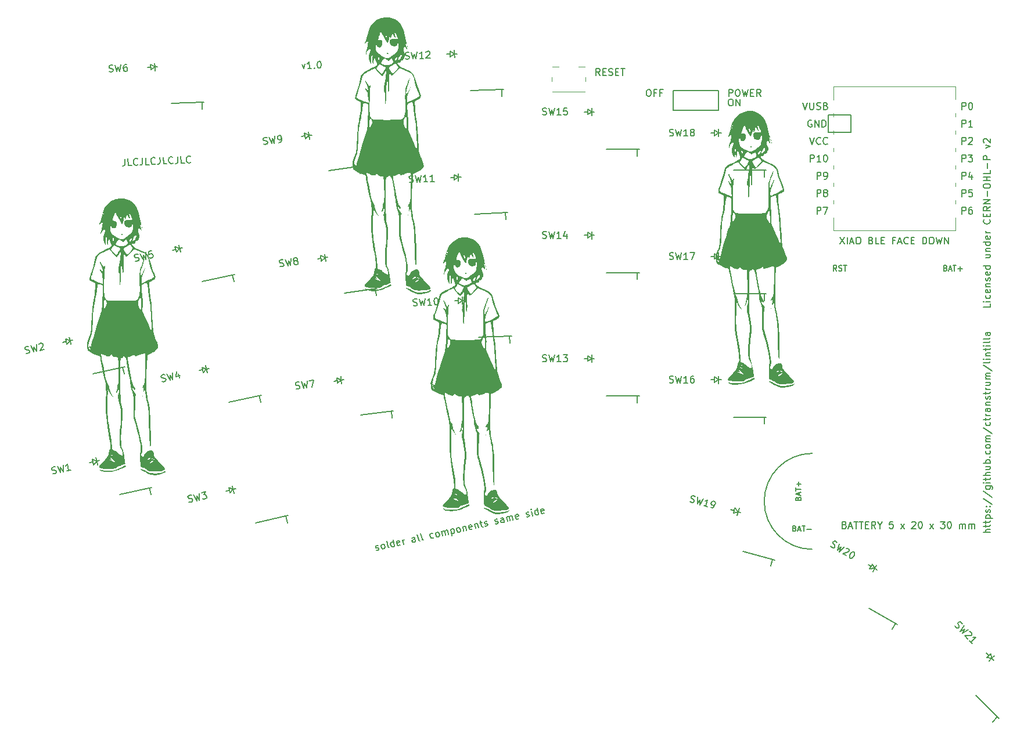
<source format=gbr>
%TF.GenerationSoftware,KiCad,Pcbnew,8.0.6*%
%TF.CreationDate,2024-10-22T01:49:15-07:00*%
%TF.ProjectId,lintilla,6c696e74-696c-46c6-912e-6b696361645f,v1.0*%
%TF.SameCoordinates,Original*%
%TF.FileFunction,Legend,Top*%
%TF.FilePolarity,Positive*%
%FSLAX46Y46*%
G04 Gerber Fmt 4.6, Leading zero omitted, Abs format (unit mm)*
G04 Created by KiCad (PCBNEW 8.0.6) date 2024-10-22 01:49:15*
%MOMM*%
%LPD*%
G01*
G04 APERTURE LIST*
%ADD10C,0.153000*%
%ADD11C,0.300000*%
%ADD12C,0.150000*%
%ADD13C,0.000000*%
%ADD14C,0.120000*%
%ADD15C,0.200000*%
G04 APERTURE END LIST*
D10*
X178134846Y-72176841D02*
X178134846Y-72653031D01*
X178134846Y-72653031D02*
X177134846Y-72653031D01*
X178134846Y-71843507D02*
X177468179Y-71843507D01*
X177134846Y-71843507D02*
X177182465Y-71891126D01*
X177182465Y-71891126D02*
X177230084Y-71843507D01*
X177230084Y-71843507D02*
X177182465Y-71795888D01*
X177182465Y-71795888D02*
X177134846Y-71843507D01*
X177134846Y-71843507D02*
X177230084Y-71843507D01*
X178087227Y-70938746D02*
X178134846Y-71033984D01*
X178134846Y-71033984D02*
X178134846Y-71224460D01*
X178134846Y-71224460D02*
X178087227Y-71319698D01*
X178087227Y-71319698D02*
X178039607Y-71367317D01*
X178039607Y-71367317D02*
X177944369Y-71414936D01*
X177944369Y-71414936D02*
X177658655Y-71414936D01*
X177658655Y-71414936D02*
X177563417Y-71367317D01*
X177563417Y-71367317D02*
X177515798Y-71319698D01*
X177515798Y-71319698D02*
X177468179Y-71224460D01*
X177468179Y-71224460D02*
X177468179Y-71033984D01*
X177468179Y-71033984D02*
X177515798Y-70938746D01*
X178087227Y-70129222D02*
X178134846Y-70224460D01*
X178134846Y-70224460D02*
X178134846Y-70414936D01*
X178134846Y-70414936D02*
X178087227Y-70510174D01*
X178087227Y-70510174D02*
X177991988Y-70557793D01*
X177991988Y-70557793D02*
X177611036Y-70557793D01*
X177611036Y-70557793D02*
X177515798Y-70510174D01*
X177515798Y-70510174D02*
X177468179Y-70414936D01*
X177468179Y-70414936D02*
X177468179Y-70224460D01*
X177468179Y-70224460D02*
X177515798Y-70129222D01*
X177515798Y-70129222D02*
X177611036Y-70081603D01*
X177611036Y-70081603D02*
X177706274Y-70081603D01*
X177706274Y-70081603D02*
X177801512Y-70557793D01*
X177468179Y-69653031D02*
X178134846Y-69653031D01*
X177563417Y-69653031D02*
X177515798Y-69605412D01*
X177515798Y-69605412D02*
X177468179Y-69510174D01*
X177468179Y-69510174D02*
X177468179Y-69367317D01*
X177468179Y-69367317D02*
X177515798Y-69272079D01*
X177515798Y-69272079D02*
X177611036Y-69224460D01*
X177611036Y-69224460D02*
X178134846Y-69224460D01*
X178087227Y-68795888D02*
X178134846Y-68700650D01*
X178134846Y-68700650D02*
X178134846Y-68510174D01*
X178134846Y-68510174D02*
X178087227Y-68414936D01*
X178087227Y-68414936D02*
X177991988Y-68367317D01*
X177991988Y-68367317D02*
X177944369Y-68367317D01*
X177944369Y-68367317D02*
X177849131Y-68414936D01*
X177849131Y-68414936D02*
X177801512Y-68510174D01*
X177801512Y-68510174D02*
X177801512Y-68653031D01*
X177801512Y-68653031D02*
X177753893Y-68748269D01*
X177753893Y-68748269D02*
X177658655Y-68795888D01*
X177658655Y-68795888D02*
X177611036Y-68795888D01*
X177611036Y-68795888D02*
X177515798Y-68748269D01*
X177515798Y-68748269D02*
X177468179Y-68653031D01*
X177468179Y-68653031D02*
X177468179Y-68510174D01*
X177468179Y-68510174D02*
X177515798Y-68414936D01*
X178087227Y-67557793D02*
X178134846Y-67653031D01*
X178134846Y-67653031D02*
X178134846Y-67843507D01*
X178134846Y-67843507D02*
X178087227Y-67938745D01*
X178087227Y-67938745D02*
X177991988Y-67986364D01*
X177991988Y-67986364D02*
X177611036Y-67986364D01*
X177611036Y-67986364D02*
X177515798Y-67938745D01*
X177515798Y-67938745D02*
X177468179Y-67843507D01*
X177468179Y-67843507D02*
X177468179Y-67653031D01*
X177468179Y-67653031D02*
X177515798Y-67557793D01*
X177515798Y-67557793D02*
X177611036Y-67510174D01*
X177611036Y-67510174D02*
X177706274Y-67510174D01*
X177706274Y-67510174D02*
X177801512Y-67986364D01*
X178134846Y-66653031D02*
X177134846Y-66653031D01*
X178087227Y-66653031D02*
X178134846Y-66748269D01*
X178134846Y-66748269D02*
X178134846Y-66938745D01*
X178134846Y-66938745D02*
X178087227Y-67033983D01*
X178087227Y-67033983D02*
X178039607Y-67081602D01*
X178039607Y-67081602D02*
X177944369Y-67129221D01*
X177944369Y-67129221D02*
X177658655Y-67129221D01*
X177658655Y-67129221D02*
X177563417Y-67081602D01*
X177563417Y-67081602D02*
X177515798Y-67033983D01*
X177515798Y-67033983D02*
X177468179Y-66938745D01*
X177468179Y-66938745D02*
X177468179Y-66748269D01*
X177468179Y-66748269D02*
X177515798Y-66653031D01*
X177468179Y-64986364D02*
X178134846Y-64986364D01*
X177468179Y-65414935D02*
X177991988Y-65414935D01*
X177991988Y-65414935D02*
X178087227Y-65367316D01*
X178087227Y-65367316D02*
X178134846Y-65272078D01*
X178134846Y-65272078D02*
X178134846Y-65129221D01*
X178134846Y-65129221D02*
X178087227Y-65033983D01*
X178087227Y-65033983D02*
X178039607Y-64986364D01*
X177468179Y-64510173D02*
X178134846Y-64510173D01*
X177563417Y-64510173D02*
X177515798Y-64462554D01*
X177515798Y-64462554D02*
X177468179Y-64367316D01*
X177468179Y-64367316D02*
X177468179Y-64224459D01*
X177468179Y-64224459D02*
X177515798Y-64129221D01*
X177515798Y-64129221D02*
X177611036Y-64081602D01*
X177611036Y-64081602D02*
X178134846Y-64081602D01*
X178134846Y-63176840D02*
X177134846Y-63176840D01*
X178087227Y-63176840D02*
X178134846Y-63272078D01*
X178134846Y-63272078D02*
X178134846Y-63462554D01*
X178134846Y-63462554D02*
X178087227Y-63557792D01*
X178087227Y-63557792D02*
X178039607Y-63605411D01*
X178039607Y-63605411D02*
X177944369Y-63653030D01*
X177944369Y-63653030D02*
X177658655Y-63653030D01*
X177658655Y-63653030D02*
X177563417Y-63605411D01*
X177563417Y-63605411D02*
X177515798Y-63557792D01*
X177515798Y-63557792D02*
X177468179Y-63462554D01*
X177468179Y-63462554D02*
X177468179Y-63272078D01*
X177468179Y-63272078D02*
X177515798Y-63176840D01*
X178087227Y-62319697D02*
X178134846Y-62414935D01*
X178134846Y-62414935D02*
X178134846Y-62605411D01*
X178134846Y-62605411D02*
X178087227Y-62700649D01*
X178087227Y-62700649D02*
X177991988Y-62748268D01*
X177991988Y-62748268D02*
X177611036Y-62748268D01*
X177611036Y-62748268D02*
X177515798Y-62700649D01*
X177515798Y-62700649D02*
X177468179Y-62605411D01*
X177468179Y-62605411D02*
X177468179Y-62414935D01*
X177468179Y-62414935D02*
X177515798Y-62319697D01*
X177515798Y-62319697D02*
X177611036Y-62272078D01*
X177611036Y-62272078D02*
X177706274Y-62272078D01*
X177706274Y-62272078D02*
X177801512Y-62748268D01*
X178134846Y-61843506D02*
X177468179Y-61843506D01*
X177658655Y-61843506D02*
X177563417Y-61795887D01*
X177563417Y-61795887D02*
X177515798Y-61748268D01*
X177515798Y-61748268D02*
X177468179Y-61653030D01*
X177468179Y-61653030D02*
X177468179Y-61557792D01*
X178039607Y-59891125D02*
X178087227Y-59938744D01*
X178087227Y-59938744D02*
X178134846Y-60081601D01*
X178134846Y-60081601D02*
X178134846Y-60176839D01*
X178134846Y-60176839D02*
X178087227Y-60319696D01*
X178087227Y-60319696D02*
X177991988Y-60414934D01*
X177991988Y-60414934D02*
X177896750Y-60462553D01*
X177896750Y-60462553D02*
X177706274Y-60510172D01*
X177706274Y-60510172D02*
X177563417Y-60510172D01*
X177563417Y-60510172D02*
X177372941Y-60462553D01*
X177372941Y-60462553D02*
X177277703Y-60414934D01*
X177277703Y-60414934D02*
X177182465Y-60319696D01*
X177182465Y-60319696D02*
X177134846Y-60176839D01*
X177134846Y-60176839D02*
X177134846Y-60081601D01*
X177134846Y-60081601D02*
X177182465Y-59938744D01*
X177182465Y-59938744D02*
X177230084Y-59891125D01*
X177611036Y-59462553D02*
X177611036Y-59129220D01*
X178134846Y-58986363D02*
X178134846Y-59462553D01*
X178134846Y-59462553D02*
X177134846Y-59462553D01*
X177134846Y-59462553D02*
X177134846Y-58986363D01*
X178134846Y-57986363D02*
X177658655Y-58319696D01*
X178134846Y-58557791D02*
X177134846Y-58557791D01*
X177134846Y-58557791D02*
X177134846Y-58176839D01*
X177134846Y-58176839D02*
X177182465Y-58081601D01*
X177182465Y-58081601D02*
X177230084Y-58033982D01*
X177230084Y-58033982D02*
X177325322Y-57986363D01*
X177325322Y-57986363D02*
X177468179Y-57986363D01*
X177468179Y-57986363D02*
X177563417Y-58033982D01*
X177563417Y-58033982D02*
X177611036Y-58081601D01*
X177611036Y-58081601D02*
X177658655Y-58176839D01*
X177658655Y-58176839D02*
X177658655Y-58557791D01*
X178134846Y-57557791D02*
X177134846Y-57557791D01*
X177134846Y-57557791D02*
X178134846Y-56986363D01*
X178134846Y-56986363D02*
X177134846Y-56986363D01*
X177753893Y-56510172D02*
X177753893Y-55748268D01*
X177134846Y-55081601D02*
X177134846Y-54891125D01*
X177134846Y-54891125D02*
X177182465Y-54795887D01*
X177182465Y-54795887D02*
X177277703Y-54700649D01*
X177277703Y-54700649D02*
X177468179Y-54653030D01*
X177468179Y-54653030D02*
X177801512Y-54653030D01*
X177801512Y-54653030D02*
X177991988Y-54700649D01*
X177991988Y-54700649D02*
X178087227Y-54795887D01*
X178087227Y-54795887D02*
X178134846Y-54891125D01*
X178134846Y-54891125D02*
X178134846Y-55081601D01*
X178134846Y-55081601D02*
X178087227Y-55176839D01*
X178087227Y-55176839D02*
X177991988Y-55272077D01*
X177991988Y-55272077D02*
X177801512Y-55319696D01*
X177801512Y-55319696D02*
X177468179Y-55319696D01*
X177468179Y-55319696D02*
X177277703Y-55272077D01*
X177277703Y-55272077D02*
X177182465Y-55176839D01*
X177182465Y-55176839D02*
X177134846Y-55081601D01*
X178134846Y-54224458D02*
X177134846Y-54224458D01*
X177611036Y-54224458D02*
X177611036Y-53653030D01*
X178134846Y-53653030D02*
X177134846Y-53653030D01*
X178134846Y-52700649D02*
X178134846Y-53176839D01*
X178134846Y-53176839D02*
X177134846Y-53176839D01*
X177753893Y-52367315D02*
X177753893Y-51605411D01*
X178134846Y-51129220D02*
X177134846Y-51129220D01*
X177134846Y-51129220D02*
X177134846Y-50748268D01*
X177134846Y-50748268D02*
X177182465Y-50653030D01*
X177182465Y-50653030D02*
X177230084Y-50605411D01*
X177230084Y-50605411D02*
X177325322Y-50557792D01*
X177325322Y-50557792D02*
X177468179Y-50557792D01*
X177468179Y-50557792D02*
X177563417Y-50605411D01*
X177563417Y-50605411D02*
X177611036Y-50653030D01*
X177611036Y-50653030D02*
X177658655Y-50748268D01*
X177658655Y-50748268D02*
X177658655Y-51129220D01*
X177468179Y-49462553D02*
X178134846Y-49224458D01*
X178134846Y-49224458D02*
X177468179Y-48986363D01*
X177230084Y-48653029D02*
X177182465Y-48605410D01*
X177182465Y-48605410D02*
X177134846Y-48510172D01*
X177134846Y-48510172D02*
X177134846Y-48272077D01*
X177134846Y-48272077D02*
X177182465Y-48176839D01*
X177182465Y-48176839D02*
X177230084Y-48129220D01*
X177230084Y-48129220D02*
X177325322Y-48081601D01*
X177325322Y-48081601D02*
X177420560Y-48081601D01*
X177420560Y-48081601D02*
X177563417Y-48129220D01*
X177563417Y-48129220D02*
X178134846Y-48700648D01*
X178134846Y-48700648D02*
X178134846Y-48081601D01*
X121227803Y-38863118D02*
X120894470Y-38386927D01*
X120656375Y-38863118D02*
X120656375Y-37863118D01*
X120656375Y-37863118D02*
X121037327Y-37863118D01*
X121037327Y-37863118D02*
X121132565Y-37910737D01*
X121132565Y-37910737D02*
X121180184Y-37958356D01*
X121180184Y-37958356D02*
X121227803Y-38053594D01*
X121227803Y-38053594D02*
X121227803Y-38196451D01*
X121227803Y-38196451D02*
X121180184Y-38291689D01*
X121180184Y-38291689D02*
X121132565Y-38339308D01*
X121132565Y-38339308D02*
X121037327Y-38386927D01*
X121037327Y-38386927D02*
X120656375Y-38386927D01*
X121656375Y-38339308D02*
X121989708Y-38339308D01*
X122132565Y-38863118D02*
X121656375Y-38863118D01*
X121656375Y-38863118D02*
X121656375Y-37863118D01*
X121656375Y-37863118D02*
X122132565Y-37863118D01*
X122513518Y-38815499D02*
X122656375Y-38863118D01*
X122656375Y-38863118D02*
X122894470Y-38863118D01*
X122894470Y-38863118D02*
X122989708Y-38815499D01*
X122989708Y-38815499D02*
X123037327Y-38767879D01*
X123037327Y-38767879D02*
X123084946Y-38672641D01*
X123084946Y-38672641D02*
X123084946Y-38577403D01*
X123084946Y-38577403D02*
X123037327Y-38482165D01*
X123037327Y-38482165D02*
X122989708Y-38434546D01*
X122989708Y-38434546D02*
X122894470Y-38386927D01*
X122894470Y-38386927D02*
X122703994Y-38339308D01*
X122703994Y-38339308D02*
X122608756Y-38291689D01*
X122608756Y-38291689D02*
X122561137Y-38244070D01*
X122561137Y-38244070D02*
X122513518Y-38148832D01*
X122513518Y-38148832D02*
X122513518Y-38053594D01*
X122513518Y-38053594D02*
X122561137Y-37958356D01*
X122561137Y-37958356D02*
X122608756Y-37910737D01*
X122608756Y-37910737D02*
X122703994Y-37863118D01*
X122703994Y-37863118D02*
X122942089Y-37863118D01*
X122942089Y-37863118D02*
X123084946Y-37910737D01*
X123513518Y-38339308D02*
X123846851Y-38339308D01*
X123989708Y-38863118D02*
X123513518Y-38863118D01*
X123513518Y-38863118D02*
X123513518Y-37863118D01*
X123513518Y-37863118D02*
X123989708Y-37863118D01*
X124275423Y-37863118D02*
X124846851Y-37863118D01*
X124561137Y-38863118D02*
X124561137Y-37863118D01*
X140209413Y-42296457D02*
X140399889Y-42296457D01*
X140399889Y-42296457D02*
X140495127Y-42344076D01*
X140495127Y-42344076D02*
X140590365Y-42439314D01*
X140590365Y-42439314D02*
X140637984Y-42629790D01*
X140637984Y-42629790D02*
X140637984Y-42963123D01*
X140637984Y-42963123D02*
X140590365Y-43153599D01*
X140590365Y-43153599D02*
X140495127Y-43248838D01*
X140495127Y-43248838D02*
X140399889Y-43296457D01*
X140399889Y-43296457D02*
X140209413Y-43296457D01*
X140209413Y-43296457D02*
X140114175Y-43248838D01*
X140114175Y-43248838D02*
X140018937Y-43153599D01*
X140018937Y-43153599D02*
X139971318Y-42963123D01*
X139971318Y-42963123D02*
X139971318Y-42629790D01*
X139971318Y-42629790D02*
X140018937Y-42439314D01*
X140018937Y-42439314D02*
X140114175Y-42344076D01*
X140114175Y-42344076D02*
X140209413Y-42296457D01*
X141066556Y-43296457D02*
X141066556Y-42296457D01*
X141066556Y-42296457D02*
X141637984Y-43296457D01*
X141637984Y-43296457D02*
X141637984Y-42296457D01*
X140018931Y-41896451D02*
X140018931Y-40896451D01*
X140018931Y-40896451D02*
X140399883Y-40896451D01*
X140399883Y-40896451D02*
X140495121Y-40944070D01*
X140495121Y-40944070D02*
X140542740Y-40991689D01*
X140542740Y-40991689D02*
X140590359Y-41086927D01*
X140590359Y-41086927D02*
X140590359Y-41229784D01*
X140590359Y-41229784D02*
X140542740Y-41325022D01*
X140542740Y-41325022D02*
X140495121Y-41372641D01*
X140495121Y-41372641D02*
X140399883Y-41420260D01*
X140399883Y-41420260D02*
X140018931Y-41420260D01*
X141209407Y-40896451D02*
X141399883Y-40896451D01*
X141399883Y-40896451D02*
X141495121Y-40944070D01*
X141495121Y-40944070D02*
X141590359Y-41039308D01*
X141590359Y-41039308D02*
X141637978Y-41229784D01*
X141637978Y-41229784D02*
X141637978Y-41563117D01*
X141637978Y-41563117D02*
X141590359Y-41753593D01*
X141590359Y-41753593D02*
X141495121Y-41848832D01*
X141495121Y-41848832D02*
X141399883Y-41896451D01*
X141399883Y-41896451D02*
X141209407Y-41896451D01*
X141209407Y-41896451D02*
X141114169Y-41848832D01*
X141114169Y-41848832D02*
X141018931Y-41753593D01*
X141018931Y-41753593D02*
X140971312Y-41563117D01*
X140971312Y-41563117D02*
X140971312Y-41229784D01*
X140971312Y-41229784D02*
X141018931Y-41039308D01*
X141018931Y-41039308D02*
X141114169Y-40944070D01*
X141114169Y-40944070D02*
X141209407Y-40896451D01*
X141971312Y-40896451D02*
X142209407Y-41896451D01*
X142209407Y-41896451D02*
X142399883Y-41182165D01*
X142399883Y-41182165D02*
X142590359Y-41896451D01*
X142590359Y-41896451D02*
X142828455Y-40896451D01*
X143209407Y-41372641D02*
X143542740Y-41372641D01*
X143685597Y-41896451D02*
X143209407Y-41896451D01*
X143209407Y-41896451D02*
X143209407Y-40896451D01*
X143209407Y-40896451D02*
X143685597Y-40896451D01*
X144685597Y-41896451D02*
X144352264Y-41420260D01*
X144114169Y-41896451D02*
X144114169Y-40896451D01*
X144114169Y-40896451D02*
X144495121Y-40896451D01*
X144495121Y-40896451D02*
X144590359Y-40944070D01*
X144590359Y-40944070D02*
X144637978Y-40991689D01*
X144637978Y-40991689D02*
X144685597Y-41086927D01*
X144685597Y-41086927D02*
X144685597Y-41229784D01*
X144685597Y-41229784D02*
X144637978Y-41325022D01*
X144637978Y-41325022D02*
X144590359Y-41372641D01*
X144590359Y-41372641D02*
X144495121Y-41420260D01*
X144495121Y-41420260D02*
X144114169Y-41420260D01*
X88622967Y-108101438D02*
X88726254Y-108127315D01*
X88726254Y-108127315D02*
X88912215Y-108086089D01*
X88912215Y-108086089D02*
X88994889Y-108018985D01*
X88994889Y-108018985D02*
X89020766Y-107915698D01*
X89020766Y-107915698D02*
X89010460Y-107869207D01*
X89010460Y-107869207D02*
X88943356Y-107786534D01*
X88943356Y-107786534D02*
X88840069Y-107760657D01*
X88840069Y-107760657D02*
X88700598Y-107791577D01*
X88700598Y-107791577D02*
X88597311Y-107765700D01*
X88597311Y-107765700D02*
X88530207Y-107683026D01*
X88530207Y-107683026D02*
X88519901Y-107636535D01*
X88519901Y-107636535D02*
X88545778Y-107533248D01*
X88545778Y-107533248D02*
X88628452Y-107466145D01*
X88628452Y-107466145D02*
X88767922Y-107435225D01*
X88767922Y-107435225D02*
X88871210Y-107461102D01*
X89609570Y-107931489D02*
X89506283Y-107905612D01*
X89506283Y-107905612D02*
X89449486Y-107869428D01*
X89449486Y-107869428D02*
X89382382Y-107786754D01*
X89382382Y-107786754D02*
X89320542Y-107507813D01*
X89320542Y-107507813D02*
X89346419Y-107404525D01*
X89346419Y-107404525D02*
X89382603Y-107347728D01*
X89382603Y-107347728D02*
X89465277Y-107280625D01*
X89465277Y-107280625D02*
X89604748Y-107249705D01*
X89604748Y-107249705D02*
X89708035Y-107275582D01*
X89708035Y-107275582D02*
X89764832Y-107311765D01*
X89764832Y-107311765D02*
X89831935Y-107394439D01*
X89831935Y-107394439D02*
X89893775Y-107673381D01*
X89893775Y-107673381D02*
X89867898Y-107776668D01*
X89867898Y-107776668D02*
X89831715Y-107833465D01*
X89831715Y-107833465D02*
X89749041Y-107900569D01*
X89749041Y-107900569D02*
X89609570Y-107931489D01*
X90492885Y-107735662D02*
X90389598Y-107709785D01*
X90389598Y-107709785D02*
X90322495Y-107627112D01*
X90322495Y-107627112D02*
X90136975Y-106790286D01*
X91283221Y-107560449D02*
X91066781Y-106584153D01*
X91272914Y-107513959D02*
X91190240Y-107581063D01*
X91190240Y-107581063D02*
X91004279Y-107622289D01*
X91004279Y-107622289D02*
X90900992Y-107596412D01*
X90900992Y-107596412D02*
X90844195Y-107560229D01*
X90844195Y-107560229D02*
X90777091Y-107477555D01*
X90777091Y-107477555D02*
X90715251Y-107198613D01*
X90715251Y-107198613D02*
X90741128Y-107095326D01*
X90741128Y-107095326D02*
X90777312Y-107038529D01*
X90777312Y-107038529D02*
X90859986Y-106971425D01*
X90859986Y-106971425D02*
X91045947Y-106930199D01*
X91045947Y-106930199D02*
X91149234Y-106956076D01*
X92109739Y-107328439D02*
X92027065Y-107395543D01*
X92027065Y-107395543D02*
X91841104Y-107436770D01*
X91841104Y-107436770D02*
X91737817Y-107410893D01*
X91737817Y-107410893D02*
X91670714Y-107328219D01*
X91670714Y-107328219D02*
X91588260Y-106956296D01*
X91588260Y-106956296D02*
X91614137Y-106853009D01*
X91614137Y-106853009D02*
X91696811Y-106785906D01*
X91696811Y-106785906D02*
X91882772Y-106744679D01*
X91882772Y-106744679D02*
X91986060Y-106770556D01*
X91986060Y-106770556D02*
X92053163Y-106853230D01*
X92053163Y-106853230D02*
X92073777Y-106946210D01*
X92073777Y-106946210D02*
X91629487Y-107142257D01*
X92584949Y-107271863D02*
X92440656Y-106620999D01*
X92481883Y-106806960D02*
X92507760Y-106703673D01*
X92507760Y-106703673D02*
X92543943Y-106646876D01*
X92543943Y-106646876D02*
X92626617Y-106579773D01*
X92626617Y-106579773D02*
X92719598Y-106559159D01*
X94351581Y-106880210D02*
X94238207Y-106368817D01*
X94238207Y-106368817D02*
X94171104Y-106286143D01*
X94171104Y-106286143D02*
X94067817Y-106260266D01*
X94067817Y-106260266D02*
X93881855Y-106301493D01*
X93881855Y-106301493D02*
X93799182Y-106368596D01*
X94341274Y-106833720D02*
X94258600Y-106900824D01*
X94258600Y-106900824D02*
X94026149Y-106952357D01*
X94026149Y-106952357D02*
X93922861Y-106926480D01*
X93922861Y-106926480D02*
X93855758Y-106843806D01*
X93855758Y-106843806D02*
X93835144Y-106750825D01*
X93835144Y-106750825D02*
X93861021Y-106647538D01*
X93861021Y-106647538D02*
X93943695Y-106580435D01*
X93943695Y-106580435D02*
X94176147Y-106528901D01*
X94176147Y-106528901D02*
X94258821Y-106461798D01*
X94955954Y-106746224D02*
X94852667Y-106720347D01*
X94852667Y-106720347D02*
X94785564Y-106637673D01*
X94785564Y-106637673D02*
X94600044Y-105800848D01*
X95467348Y-106632851D02*
X95364061Y-106606974D01*
X95364061Y-106606974D02*
X95296957Y-106524300D01*
X95296957Y-106524300D02*
X95111437Y-105687475D01*
X96991221Y-106246241D02*
X96908548Y-106313344D01*
X96908548Y-106313344D02*
X96722586Y-106354571D01*
X96722586Y-106354571D02*
X96619299Y-106328694D01*
X96619299Y-106328694D02*
X96562502Y-106292510D01*
X96562502Y-106292510D02*
X96495399Y-106209836D01*
X96495399Y-106209836D02*
X96433559Y-105930895D01*
X96433559Y-105930895D02*
X96459436Y-105827608D01*
X96459436Y-105827608D02*
X96495619Y-105770811D01*
X96495619Y-105770811D02*
X96578293Y-105703707D01*
X96578293Y-105703707D02*
X96764254Y-105662480D01*
X96764254Y-105662480D02*
X96867542Y-105688357D01*
X97559412Y-106169051D02*
X97456124Y-106143174D01*
X97456124Y-106143174D02*
X97399328Y-106106991D01*
X97399328Y-106106991D02*
X97332224Y-106024317D01*
X97332224Y-106024317D02*
X97270384Y-105745375D01*
X97270384Y-105745375D02*
X97296261Y-105642088D01*
X97296261Y-105642088D02*
X97332445Y-105585291D01*
X97332445Y-105585291D02*
X97415119Y-105518187D01*
X97415119Y-105518187D02*
X97554589Y-105487267D01*
X97554589Y-105487267D02*
X97657877Y-105513144D01*
X97657877Y-105513144D02*
X97714674Y-105549328D01*
X97714674Y-105549328D02*
X97781777Y-105632002D01*
X97781777Y-105632002D02*
X97843617Y-105910944D01*
X97843617Y-105910944D02*
X97817740Y-106014231D01*
X97817740Y-106014231D02*
X97781556Y-106071028D01*
X97781556Y-106071028D02*
X97698883Y-106138131D01*
X97698883Y-106138131D02*
X97559412Y-106169051D01*
X98303256Y-106004145D02*
X98158963Y-105353281D01*
X98179577Y-105446262D02*
X98215760Y-105389465D01*
X98215760Y-105389465D02*
X98298434Y-105322361D01*
X98298434Y-105322361D02*
X98437905Y-105291441D01*
X98437905Y-105291441D02*
X98541192Y-105317318D01*
X98541192Y-105317318D02*
X98608296Y-105399992D01*
X98608296Y-105399992D02*
X98721669Y-105911385D01*
X98608296Y-105399992D02*
X98634173Y-105296705D01*
X98634173Y-105296705D02*
X98716847Y-105229601D01*
X98716847Y-105229601D02*
X98856318Y-105198681D01*
X98856318Y-105198681D02*
X98959605Y-105224558D01*
X98959605Y-105224558D02*
X99026708Y-105307232D01*
X99026708Y-105307232D02*
X99140081Y-105818625D01*
X99460691Y-105064695D02*
X99677131Y-106040991D01*
X99470998Y-105111185D02*
X99553672Y-105044082D01*
X99553672Y-105044082D02*
X99739633Y-105002855D01*
X99739633Y-105002855D02*
X99842920Y-105028732D01*
X99842920Y-105028732D02*
X99899717Y-105064916D01*
X99899717Y-105064916D02*
X99966820Y-105147590D01*
X99966820Y-105147590D02*
X100028660Y-105426531D01*
X100028660Y-105426531D02*
X100002783Y-105529818D01*
X100002783Y-105529818D02*
X99966600Y-105586615D01*
X99966600Y-105586615D02*
X99883926Y-105653719D01*
X99883926Y-105653719D02*
X99697965Y-105694946D01*
X99697965Y-105694946D02*
X99594677Y-105669069D01*
X100627770Y-105488813D02*
X100524483Y-105462936D01*
X100524483Y-105462936D02*
X100467686Y-105426752D01*
X100467686Y-105426752D02*
X100400583Y-105344078D01*
X100400583Y-105344078D02*
X100338743Y-105065136D01*
X100338743Y-105065136D02*
X100364620Y-104961849D01*
X100364620Y-104961849D02*
X100400803Y-104905052D01*
X100400803Y-104905052D02*
X100483477Y-104837949D01*
X100483477Y-104837949D02*
X100622948Y-104807029D01*
X100622948Y-104807029D02*
X100726235Y-104832906D01*
X100726235Y-104832906D02*
X100783032Y-104869089D01*
X100783032Y-104869089D02*
X100850136Y-104951763D01*
X100850136Y-104951763D02*
X100911976Y-105230705D01*
X100911976Y-105230705D02*
X100886099Y-105333992D01*
X100886099Y-105333992D02*
X100849915Y-105390789D01*
X100849915Y-105390789D02*
X100767241Y-105457893D01*
X100767241Y-105457893D02*
X100627770Y-105488813D01*
X101227322Y-104673042D02*
X101371615Y-105323906D01*
X101247935Y-104766023D02*
X101284119Y-104709226D01*
X101284119Y-104709226D02*
X101366793Y-104642122D01*
X101366793Y-104642122D02*
X101506264Y-104611202D01*
X101506264Y-104611202D02*
X101609551Y-104637079D01*
X101609551Y-104637079D02*
X101676655Y-104719753D01*
X101676655Y-104719753D02*
X101790028Y-105231146D01*
X102616546Y-104999136D02*
X102533872Y-105066240D01*
X102533872Y-105066240D02*
X102347911Y-105107467D01*
X102347911Y-105107467D02*
X102244624Y-105081590D01*
X102244624Y-105081590D02*
X102177520Y-104998916D01*
X102177520Y-104998916D02*
X102095067Y-104626993D01*
X102095067Y-104626993D02*
X102120944Y-104523706D01*
X102120944Y-104523706D02*
X102203618Y-104456603D01*
X102203618Y-104456603D02*
X102389579Y-104415376D01*
X102389579Y-104415376D02*
X102492866Y-104441253D01*
X102492866Y-104441253D02*
X102559970Y-104523927D01*
X102559970Y-104523927D02*
X102580583Y-104616907D01*
X102580583Y-104616907D02*
X102136294Y-104812954D01*
X102947463Y-104291696D02*
X103091756Y-104942560D01*
X102968076Y-104384677D02*
X103004260Y-104327880D01*
X103004260Y-104327880D02*
X103086934Y-104260776D01*
X103086934Y-104260776D02*
X103226405Y-104229856D01*
X103226405Y-104229856D02*
X103329692Y-104255733D01*
X103329692Y-104255733D02*
X103396795Y-104338407D01*
X103396795Y-104338407D02*
X103510168Y-104849800D01*
X103691307Y-104126790D02*
X104063230Y-104044337D01*
X103758632Y-103770438D02*
X103944151Y-104607263D01*
X103944151Y-104607263D02*
X104011255Y-104689937D01*
X104011255Y-104689937D02*
X104114542Y-104715814D01*
X104114542Y-104715814D02*
X104207523Y-104695201D01*
X104476158Y-104586870D02*
X104579446Y-104612747D01*
X104579446Y-104612747D02*
X104765407Y-104571521D01*
X104765407Y-104571521D02*
X104848081Y-104504417D01*
X104848081Y-104504417D02*
X104873958Y-104401130D01*
X104873958Y-104401130D02*
X104863651Y-104354640D01*
X104863651Y-104354640D02*
X104796547Y-104271966D01*
X104796547Y-104271966D02*
X104693260Y-104246089D01*
X104693260Y-104246089D02*
X104553789Y-104277009D01*
X104553789Y-104277009D02*
X104450502Y-104251132D01*
X104450502Y-104251132D02*
X104383398Y-104168458D01*
X104383398Y-104168458D02*
X104373092Y-104121967D01*
X104373092Y-104121967D02*
X104398969Y-104018680D01*
X104398969Y-104018680D02*
X104481643Y-103951577D01*
X104481643Y-103951577D02*
X104621114Y-103920657D01*
X104621114Y-103920657D02*
X104724401Y-103946534D01*
X106010338Y-104246751D02*
X106113625Y-104272628D01*
X106113625Y-104272628D02*
X106299587Y-104231401D01*
X106299587Y-104231401D02*
X106382260Y-104164298D01*
X106382260Y-104164298D02*
X106408137Y-104061010D01*
X106408137Y-104061010D02*
X106397831Y-104014520D01*
X106397831Y-104014520D02*
X106330727Y-103931846D01*
X106330727Y-103931846D02*
X106227440Y-103905969D01*
X106227440Y-103905969D02*
X106087969Y-103936889D01*
X106087969Y-103936889D02*
X105984682Y-103911012D01*
X105984682Y-103911012D02*
X105917578Y-103828338D01*
X105917578Y-103828338D02*
X105907272Y-103781848D01*
X105907272Y-103781848D02*
X105933149Y-103678561D01*
X105933149Y-103678561D02*
X106015823Y-103611457D01*
X106015823Y-103611457D02*
X106155293Y-103580537D01*
X106155293Y-103580537D02*
X106258581Y-103606414D01*
X107275883Y-104014962D02*
X107162510Y-103503568D01*
X107162510Y-103503568D02*
X107095406Y-103420894D01*
X107095406Y-103420894D02*
X106992119Y-103395017D01*
X106992119Y-103395017D02*
X106806158Y-103436244D01*
X106806158Y-103436244D02*
X106723484Y-103503348D01*
X107265576Y-103968471D02*
X107182902Y-104035575D01*
X107182902Y-104035575D02*
X106950451Y-104087108D01*
X106950451Y-104087108D02*
X106847164Y-104061231D01*
X106847164Y-104061231D02*
X106780060Y-103978557D01*
X106780060Y-103978557D02*
X106759447Y-103885577D01*
X106759447Y-103885577D02*
X106785324Y-103782289D01*
X106785324Y-103782289D02*
X106867998Y-103715186D01*
X106867998Y-103715186D02*
X107100449Y-103663653D01*
X107100449Y-103663653D02*
X107183123Y-103596549D01*
X107740786Y-103911895D02*
X107596493Y-103261031D01*
X107617106Y-103354012D02*
X107653290Y-103297215D01*
X107653290Y-103297215D02*
X107735963Y-103230111D01*
X107735963Y-103230111D02*
X107875434Y-103199191D01*
X107875434Y-103199191D02*
X107978722Y-103225068D01*
X107978722Y-103225068D02*
X108045825Y-103307742D01*
X108045825Y-103307742D02*
X108159198Y-103819135D01*
X108045825Y-103307742D02*
X108071702Y-103204455D01*
X108071702Y-103204455D02*
X108154376Y-103137351D01*
X108154376Y-103137351D02*
X108293847Y-103106431D01*
X108293847Y-103106431D02*
X108397134Y-103132308D01*
X108397134Y-103132308D02*
X108464238Y-103214982D01*
X108464238Y-103214982D02*
X108577611Y-103726375D01*
X109404129Y-103494365D02*
X109321455Y-103561469D01*
X109321455Y-103561469D02*
X109135494Y-103602696D01*
X109135494Y-103602696D02*
X109032207Y-103576819D01*
X109032207Y-103576819D02*
X108965103Y-103494145D01*
X108965103Y-103494145D02*
X108882650Y-103122222D01*
X108882650Y-103122222D02*
X108908527Y-103018935D01*
X108908527Y-103018935D02*
X108991201Y-102951832D01*
X108991201Y-102951832D02*
X109177162Y-102910605D01*
X109177162Y-102910605D02*
X109280449Y-102936482D01*
X109280449Y-102936482D02*
X109347553Y-103019156D01*
X109347553Y-103019156D02*
X109368166Y-103112137D01*
X109368166Y-103112137D02*
X108923877Y-103308184D01*
X110566387Y-103236699D02*
X110669674Y-103262576D01*
X110669674Y-103262576D02*
X110855635Y-103221350D01*
X110855635Y-103221350D02*
X110938309Y-103154246D01*
X110938309Y-103154246D02*
X110964186Y-103050959D01*
X110964186Y-103050959D02*
X110953879Y-103004469D01*
X110953879Y-103004469D02*
X110886776Y-102921795D01*
X110886776Y-102921795D02*
X110783488Y-102895918D01*
X110783488Y-102895918D02*
X110644018Y-102926838D01*
X110644018Y-102926838D02*
X110540730Y-102900961D01*
X110540730Y-102900961D02*
X110473627Y-102818287D01*
X110473627Y-102818287D02*
X110463320Y-102771796D01*
X110463320Y-102771796D02*
X110489197Y-102668509D01*
X110489197Y-102668509D02*
X110571871Y-102601406D01*
X110571871Y-102601406D02*
X110711342Y-102570486D01*
X110711342Y-102570486D02*
X110814629Y-102596363D01*
X111413519Y-103097670D02*
X111269225Y-102446806D01*
X111197079Y-102121374D02*
X111160895Y-102178171D01*
X111160895Y-102178171D02*
X111217692Y-102214354D01*
X111217692Y-102214354D02*
X111253876Y-102157557D01*
X111253876Y-102157557D02*
X111197079Y-102121374D01*
X111197079Y-102121374D02*
X111217692Y-102214354D01*
X112296834Y-102901844D02*
X112080394Y-101925548D01*
X112286527Y-102855353D02*
X112203853Y-102922457D01*
X112203853Y-102922457D02*
X112017892Y-102963683D01*
X112017892Y-102963683D02*
X111914605Y-102937806D01*
X111914605Y-102937806D02*
X111857808Y-102901623D01*
X111857808Y-102901623D02*
X111790704Y-102818949D01*
X111790704Y-102818949D02*
X111728864Y-102540007D01*
X111728864Y-102540007D02*
X111754741Y-102436720D01*
X111754741Y-102436720D02*
X111790925Y-102379923D01*
X111790925Y-102379923D02*
X111873599Y-102312819D01*
X111873599Y-102312819D02*
X112059560Y-102271593D01*
X112059560Y-102271593D02*
X112162847Y-102297470D01*
X113123352Y-102669834D02*
X113040678Y-102736937D01*
X113040678Y-102736937D02*
X112854717Y-102778164D01*
X112854717Y-102778164D02*
X112751430Y-102752287D01*
X112751430Y-102752287D02*
X112684326Y-102669613D01*
X112684326Y-102669613D02*
X112601873Y-102297691D01*
X112601873Y-102297691D02*
X112627750Y-102194403D01*
X112627750Y-102194403D02*
X112710424Y-102127300D01*
X112710424Y-102127300D02*
X112896385Y-102086073D01*
X112896385Y-102086073D02*
X112999672Y-102111950D01*
X112999672Y-102111950D02*
X113066776Y-102194624D01*
X113066776Y-102194624D02*
X113087389Y-102287605D01*
X113087389Y-102287605D02*
X112643100Y-102483652D01*
X178134846Y-105521023D02*
X177134846Y-105521023D01*
X178134846Y-105092452D02*
X177611036Y-105092452D01*
X177611036Y-105092452D02*
X177515798Y-105140071D01*
X177515798Y-105140071D02*
X177468179Y-105235309D01*
X177468179Y-105235309D02*
X177468179Y-105378166D01*
X177468179Y-105378166D02*
X177515798Y-105473404D01*
X177515798Y-105473404D02*
X177563417Y-105521023D01*
X177468179Y-104759118D02*
X177468179Y-104378166D01*
X177134846Y-104616261D02*
X177991988Y-104616261D01*
X177991988Y-104616261D02*
X178087227Y-104568642D01*
X178087227Y-104568642D02*
X178134846Y-104473404D01*
X178134846Y-104473404D02*
X178134846Y-104378166D01*
X177468179Y-104187689D02*
X177468179Y-103806737D01*
X177134846Y-104044832D02*
X177991988Y-104044832D01*
X177991988Y-104044832D02*
X178087227Y-103997213D01*
X178087227Y-103997213D02*
X178134846Y-103901975D01*
X178134846Y-103901975D02*
X178134846Y-103806737D01*
X177468179Y-103473403D02*
X178468179Y-103473403D01*
X177515798Y-103473403D02*
X177468179Y-103378165D01*
X177468179Y-103378165D02*
X177468179Y-103187689D01*
X177468179Y-103187689D02*
X177515798Y-103092451D01*
X177515798Y-103092451D02*
X177563417Y-103044832D01*
X177563417Y-103044832D02*
X177658655Y-102997213D01*
X177658655Y-102997213D02*
X177944369Y-102997213D01*
X177944369Y-102997213D02*
X178039607Y-103044832D01*
X178039607Y-103044832D02*
X178087227Y-103092451D01*
X178087227Y-103092451D02*
X178134846Y-103187689D01*
X178134846Y-103187689D02*
X178134846Y-103378165D01*
X178134846Y-103378165D02*
X178087227Y-103473403D01*
X178087227Y-102616260D02*
X178134846Y-102521022D01*
X178134846Y-102521022D02*
X178134846Y-102330546D01*
X178134846Y-102330546D02*
X178087227Y-102235308D01*
X178087227Y-102235308D02*
X177991988Y-102187689D01*
X177991988Y-102187689D02*
X177944369Y-102187689D01*
X177944369Y-102187689D02*
X177849131Y-102235308D01*
X177849131Y-102235308D02*
X177801512Y-102330546D01*
X177801512Y-102330546D02*
X177801512Y-102473403D01*
X177801512Y-102473403D02*
X177753893Y-102568641D01*
X177753893Y-102568641D02*
X177658655Y-102616260D01*
X177658655Y-102616260D02*
X177611036Y-102616260D01*
X177611036Y-102616260D02*
X177515798Y-102568641D01*
X177515798Y-102568641D02*
X177468179Y-102473403D01*
X177468179Y-102473403D02*
X177468179Y-102330546D01*
X177468179Y-102330546D02*
X177515798Y-102235308D01*
X178039607Y-101759117D02*
X178087227Y-101711498D01*
X178087227Y-101711498D02*
X178134846Y-101759117D01*
X178134846Y-101759117D02*
X178087227Y-101806736D01*
X178087227Y-101806736D02*
X178039607Y-101759117D01*
X178039607Y-101759117D02*
X178134846Y-101759117D01*
X177515798Y-101759117D02*
X177563417Y-101711498D01*
X177563417Y-101711498D02*
X177611036Y-101759117D01*
X177611036Y-101759117D02*
X177563417Y-101806736D01*
X177563417Y-101806736D02*
X177515798Y-101759117D01*
X177515798Y-101759117D02*
X177611036Y-101759117D01*
X177087227Y-100568642D02*
X178372941Y-101425784D01*
X177087227Y-99521023D02*
X178372941Y-100378165D01*
X177468179Y-98759118D02*
X178277703Y-98759118D01*
X178277703Y-98759118D02*
X178372941Y-98806737D01*
X178372941Y-98806737D02*
X178420560Y-98854356D01*
X178420560Y-98854356D02*
X178468179Y-98949594D01*
X178468179Y-98949594D02*
X178468179Y-99092451D01*
X178468179Y-99092451D02*
X178420560Y-99187689D01*
X178087227Y-98759118D02*
X178134846Y-98854356D01*
X178134846Y-98854356D02*
X178134846Y-99044832D01*
X178134846Y-99044832D02*
X178087227Y-99140070D01*
X178087227Y-99140070D02*
X178039607Y-99187689D01*
X178039607Y-99187689D02*
X177944369Y-99235308D01*
X177944369Y-99235308D02*
X177658655Y-99235308D01*
X177658655Y-99235308D02*
X177563417Y-99187689D01*
X177563417Y-99187689D02*
X177515798Y-99140070D01*
X177515798Y-99140070D02*
X177468179Y-99044832D01*
X177468179Y-99044832D02*
X177468179Y-98854356D01*
X177468179Y-98854356D02*
X177515798Y-98759118D01*
X178134846Y-98282927D02*
X177468179Y-98282927D01*
X177134846Y-98282927D02*
X177182465Y-98330546D01*
X177182465Y-98330546D02*
X177230084Y-98282927D01*
X177230084Y-98282927D02*
X177182465Y-98235308D01*
X177182465Y-98235308D02*
X177134846Y-98282927D01*
X177134846Y-98282927D02*
X177230084Y-98282927D01*
X177468179Y-97949594D02*
X177468179Y-97568642D01*
X177134846Y-97806737D02*
X177991988Y-97806737D01*
X177991988Y-97806737D02*
X178087227Y-97759118D01*
X178087227Y-97759118D02*
X178134846Y-97663880D01*
X178134846Y-97663880D02*
X178134846Y-97568642D01*
X178134846Y-97235308D02*
X177134846Y-97235308D01*
X178134846Y-96806737D02*
X177611036Y-96806737D01*
X177611036Y-96806737D02*
X177515798Y-96854356D01*
X177515798Y-96854356D02*
X177468179Y-96949594D01*
X177468179Y-96949594D02*
X177468179Y-97092451D01*
X177468179Y-97092451D02*
X177515798Y-97187689D01*
X177515798Y-97187689D02*
X177563417Y-97235308D01*
X177468179Y-95901975D02*
X178134846Y-95901975D01*
X177468179Y-96330546D02*
X177991988Y-96330546D01*
X177991988Y-96330546D02*
X178087227Y-96282927D01*
X178087227Y-96282927D02*
X178134846Y-96187689D01*
X178134846Y-96187689D02*
X178134846Y-96044832D01*
X178134846Y-96044832D02*
X178087227Y-95949594D01*
X178087227Y-95949594D02*
X178039607Y-95901975D01*
X178134846Y-95425784D02*
X177134846Y-95425784D01*
X177515798Y-95425784D02*
X177468179Y-95330546D01*
X177468179Y-95330546D02*
X177468179Y-95140070D01*
X177468179Y-95140070D02*
X177515798Y-95044832D01*
X177515798Y-95044832D02*
X177563417Y-94997213D01*
X177563417Y-94997213D02*
X177658655Y-94949594D01*
X177658655Y-94949594D02*
X177944369Y-94949594D01*
X177944369Y-94949594D02*
X178039607Y-94997213D01*
X178039607Y-94997213D02*
X178087227Y-95044832D01*
X178087227Y-95044832D02*
X178134846Y-95140070D01*
X178134846Y-95140070D02*
X178134846Y-95330546D01*
X178134846Y-95330546D02*
X178087227Y-95425784D01*
X178039607Y-94521022D02*
X178087227Y-94473403D01*
X178087227Y-94473403D02*
X178134846Y-94521022D01*
X178134846Y-94521022D02*
X178087227Y-94568641D01*
X178087227Y-94568641D02*
X178039607Y-94521022D01*
X178039607Y-94521022D02*
X178134846Y-94521022D01*
X178087227Y-93616261D02*
X178134846Y-93711499D01*
X178134846Y-93711499D02*
X178134846Y-93901975D01*
X178134846Y-93901975D02*
X178087227Y-93997213D01*
X178087227Y-93997213D02*
X178039607Y-94044832D01*
X178039607Y-94044832D02*
X177944369Y-94092451D01*
X177944369Y-94092451D02*
X177658655Y-94092451D01*
X177658655Y-94092451D02*
X177563417Y-94044832D01*
X177563417Y-94044832D02*
X177515798Y-93997213D01*
X177515798Y-93997213D02*
X177468179Y-93901975D01*
X177468179Y-93901975D02*
X177468179Y-93711499D01*
X177468179Y-93711499D02*
X177515798Y-93616261D01*
X178134846Y-93044832D02*
X178087227Y-93140070D01*
X178087227Y-93140070D02*
X178039607Y-93187689D01*
X178039607Y-93187689D02*
X177944369Y-93235308D01*
X177944369Y-93235308D02*
X177658655Y-93235308D01*
X177658655Y-93235308D02*
X177563417Y-93187689D01*
X177563417Y-93187689D02*
X177515798Y-93140070D01*
X177515798Y-93140070D02*
X177468179Y-93044832D01*
X177468179Y-93044832D02*
X177468179Y-92901975D01*
X177468179Y-92901975D02*
X177515798Y-92806737D01*
X177515798Y-92806737D02*
X177563417Y-92759118D01*
X177563417Y-92759118D02*
X177658655Y-92711499D01*
X177658655Y-92711499D02*
X177944369Y-92711499D01*
X177944369Y-92711499D02*
X178039607Y-92759118D01*
X178039607Y-92759118D02*
X178087227Y-92806737D01*
X178087227Y-92806737D02*
X178134846Y-92901975D01*
X178134846Y-92901975D02*
X178134846Y-93044832D01*
X178134846Y-92282927D02*
X177468179Y-92282927D01*
X177563417Y-92282927D02*
X177515798Y-92235308D01*
X177515798Y-92235308D02*
X177468179Y-92140070D01*
X177468179Y-92140070D02*
X177468179Y-91997213D01*
X177468179Y-91997213D02*
X177515798Y-91901975D01*
X177515798Y-91901975D02*
X177611036Y-91854356D01*
X177611036Y-91854356D02*
X178134846Y-91854356D01*
X177611036Y-91854356D02*
X177515798Y-91806737D01*
X177515798Y-91806737D02*
X177468179Y-91711499D01*
X177468179Y-91711499D02*
X177468179Y-91568642D01*
X177468179Y-91568642D02*
X177515798Y-91473403D01*
X177515798Y-91473403D02*
X177611036Y-91425784D01*
X177611036Y-91425784D02*
X178134846Y-91425784D01*
X177087227Y-90235309D02*
X178372941Y-91092451D01*
X178087227Y-89473404D02*
X178134846Y-89568642D01*
X178134846Y-89568642D02*
X178134846Y-89759118D01*
X178134846Y-89759118D02*
X178087227Y-89854356D01*
X178087227Y-89854356D02*
X178039607Y-89901975D01*
X178039607Y-89901975D02*
X177944369Y-89949594D01*
X177944369Y-89949594D02*
X177658655Y-89949594D01*
X177658655Y-89949594D02*
X177563417Y-89901975D01*
X177563417Y-89901975D02*
X177515798Y-89854356D01*
X177515798Y-89854356D02*
X177468179Y-89759118D01*
X177468179Y-89759118D02*
X177468179Y-89568642D01*
X177468179Y-89568642D02*
X177515798Y-89473404D01*
X177468179Y-89187689D02*
X177468179Y-88806737D01*
X177134846Y-89044832D02*
X177991988Y-89044832D01*
X177991988Y-89044832D02*
X178087227Y-88997213D01*
X178087227Y-88997213D02*
X178134846Y-88901975D01*
X178134846Y-88901975D02*
X178134846Y-88806737D01*
X178134846Y-88473403D02*
X177468179Y-88473403D01*
X177658655Y-88473403D02*
X177563417Y-88425784D01*
X177563417Y-88425784D02*
X177515798Y-88378165D01*
X177515798Y-88378165D02*
X177468179Y-88282927D01*
X177468179Y-88282927D02*
X177468179Y-88187689D01*
X178134846Y-87425784D02*
X177611036Y-87425784D01*
X177611036Y-87425784D02*
X177515798Y-87473403D01*
X177515798Y-87473403D02*
X177468179Y-87568641D01*
X177468179Y-87568641D02*
X177468179Y-87759117D01*
X177468179Y-87759117D02*
X177515798Y-87854355D01*
X178087227Y-87425784D02*
X178134846Y-87521022D01*
X178134846Y-87521022D02*
X178134846Y-87759117D01*
X178134846Y-87759117D02*
X178087227Y-87854355D01*
X178087227Y-87854355D02*
X177991988Y-87901974D01*
X177991988Y-87901974D02*
X177896750Y-87901974D01*
X177896750Y-87901974D02*
X177801512Y-87854355D01*
X177801512Y-87854355D02*
X177753893Y-87759117D01*
X177753893Y-87759117D02*
X177753893Y-87521022D01*
X177753893Y-87521022D02*
X177706274Y-87425784D01*
X177468179Y-86949593D02*
X178134846Y-86949593D01*
X177563417Y-86949593D02*
X177515798Y-86901974D01*
X177515798Y-86901974D02*
X177468179Y-86806736D01*
X177468179Y-86806736D02*
X177468179Y-86663879D01*
X177468179Y-86663879D02*
X177515798Y-86568641D01*
X177515798Y-86568641D02*
X177611036Y-86521022D01*
X177611036Y-86521022D02*
X178134846Y-86521022D01*
X178087227Y-86092450D02*
X178134846Y-85997212D01*
X178134846Y-85997212D02*
X178134846Y-85806736D01*
X178134846Y-85806736D02*
X178087227Y-85711498D01*
X178087227Y-85711498D02*
X177991988Y-85663879D01*
X177991988Y-85663879D02*
X177944369Y-85663879D01*
X177944369Y-85663879D02*
X177849131Y-85711498D01*
X177849131Y-85711498D02*
X177801512Y-85806736D01*
X177801512Y-85806736D02*
X177801512Y-85949593D01*
X177801512Y-85949593D02*
X177753893Y-86044831D01*
X177753893Y-86044831D02*
X177658655Y-86092450D01*
X177658655Y-86092450D02*
X177611036Y-86092450D01*
X177611036Y-86092450D02*
X177515798Y-86044831D01*
X177515798Y-86044831D02*
X177468179Y-85949593D01*
X177468179Y-85949593D02*
X177468179Y-85806736D01*
X177468179Y-85806736D02*
X177515798Y-85711498D01*
X177468179Y-85378164D02*
X177468179Y-84997212D01*
X177134846Y-85235307D02*
X177991988Y-85235307D01*
X177991988Y-85235307D02*
X178087227Y-85187688D01*
X178087227Y-85187688D02*
X178134846Y-85092450D01*
X178134846Y-85092450D02*
X178134846Y-84997212D01*
X178134846Y-84663878D02*
X177468179Y-84663878D01*
X177658655Y-84663878D02*
X177563417Y-84616259D01*
X177563417Y-84616259D02*
X177515798Y-84568640D01*
X177515798Y-84568640D02*
X177468179Y-84473402D01*
X177468179Y-84473402D02*
X177468179Y-84378164D01*
X177468179Y-83616259D02*
X178134846Y-83616259D01*
X177468179Y-84044830D02*
X177991988Y-84044830D01*
X177991988Y-84044830D02*
X178087227Y-83997211D01*
X178087227Y-83997211D02*
X178134846Y-83901973D01*
X178134846Y-83901973D02*
X178134846Y-83759116D01*
X178134846Y-83759116D02*
X178087227Y-83663878D01*
X178087227Y-83663878D02*
X178039607Y-83616259D01*
X178134846Y-83140068D02*
X177468179Y-83140068D01*
X177563417Y-83140068D02*
X177515798Y-83092449D01*
X177515798Y-83092449D02*
X177468179Y-82997211D01*
X177468179Y-82997211D02*
X177468179Y-82854354D01*
X177468179Y-82854354D02*
X177515798Y-82759116D01*
X177515798Y-82759116D02*
X177611036Y-82711497D01*
X177611036Y-82711497D02*
X178134846Y-82711497D01*
X177611036Y-82711497D02*
X177515798Y-82663878D01*
X177515798Y-82663878D02*
X177468179Y-82568640D01*
X177468179Y-82568640D02*
X177468179Y-82425783D01*
X177468179Y-82425783D02*
X177515798Y-82330544D01*
X177515798Y-82330544D02*
X177611036Y-82282925D01*
X177611036Y-82282925D02*
X178134846Y-82282925D01*
X177087227Y-81092450D02*
X178372941Y-81949592D01*
X178134846Y-80616259D02*
X178087227Y-80711497D01*
X178087227Y-80711497D02*
X177991988Y-80759116D01*
X177991988Y-80759116D02*
X177134846Y-80759116D01*
X178134846Y-80235306D02*
X177468179Y-80235306D01*
X177134846Y-80235306D02*
X177182465Y-80282925D01*
X177182465Y-80282925D02*
X177230084Y-80235306D01*
X177230084Y-80235306D02*
X177182465Y-80187687D01*
X177182465Y-80187687D02*
X177134846Y-80235306D01*
X177134846Y-80235306D02*
X177230084Y-80235306D01*
X177468179Y-79759116D02*
X178134846Y-79759116D01*
X177563417Y-79759116D02*
X177515798Y-79711497D01*
X177515798Y-79711497D02*
X177468179Y-79616259D01*
X177468179Y-79616259D02*
X177468179Y-79473402D01*
X177468179Y-79473402D02*
X177515798Y-79378164D01*
X177515798Y-79378164D02*
X177611036Y-79330545D01*
X177611036Y-79330545D02*
X178134846Y-79330545D01*
X177468179Y-78997211D02*
X177468179Y-78616259D01*
X177134846Y-78854354D02*
X177991988Y-78854354D01*
X177991988Y-78854354D02*
X178087227Y-78806735D01*
X178087227Y-78806735D02*
X178134846Y-78711497D01*
X178134846Y-78711497D02*
X178134846Y-78616259D01*
X178134846Y-78282925D02*
X177468179Y-78282925D01*
X177134846Y-78282925D02*
X177182465Y-78330544D01*
X177182465Y-78330544D02*
X177230084Y-78282925D01*
X177230084Y-78282925D02*
X177182465Y-78235306D01*
X177182465Y-78235306D02*
X177134846Y-78282925D01*
X177134846Y-78282925D02*
X177230084Y-78282925D01*
X178134846Y-77663878D02*
X178087227Y-77759116D01*
X178087227Y-77759116D02*
X177991988Y-77806735D01*
X177991988Y-77806735D02*
X177134846Y-77806735D01*
X178134846Y-77140068D02*
X178087227Y-77235306D01*
X178087227Y-77235306D02*
X177991988Y-77282925D01*
X177991988Y-77282925D02*
X177134846Y-77282925D01*
X178134846Y-76330544D02*
X177611036Y-76330544D01*
X177611036Y-76330544D02*
X177515798Y-76378163D01*
X177515798Y-76378163D02*
X177468179Y-76473401D01*
X177468179Y-76473401D02*
X177468179Y-76663877D01*
X177468179Y-76663877D02*
X177515798Y-76759115D01*
X178087227Y-76330544D02*
X178134846Y-76425782D01*
X178134846Y-76425782D02*
X178134846Y-76663877D01*
X178134846Y-76663877D02*
X178087227Y-76759115D01*
X178087227Y-76759115D02*
X177991988Y-76806734D01*
X177991988Y-76806734D02*
X177896750Y-76806734D01*
X177896750Y-76806734D02*
X177801512Y-76759115D01*
X177801512Y-76759115D02*
X177753893Y-76663877D01*
X177753893Y-76663877D02*
X177753893Y-76425782D01*
X177753893Y-76425782D02*
X177706274Y-76330544D01*
X128246191Y-40896454D02*
X128436667Y-40896454D01*
X128436667Y-40896454D02*
X128531905Y-40944073D01*
X128531905Y-40944073D02*
X128627143Y-41039311D01*
X128627143Y-41039311D02*
X128674762Y-41229787D01*
X128674762Y-41229787D02*
X128674762Y-41563120D01*
X128674762Y-41563120D02*
X128627143Y-41753596D01*
X128627143Y-41753596D02*
X128531905Y-41848835D01*
X128531905Y-41848835D02*
X128436667Y-41896454D01*
X128436667Y-41896454D02*
X128246191Y-41896454D01*
X128246191Y-41896454D02*
X128150953Y-41848835D01*
X128150953Y-41848835D02*
X128055715Y-41753596D01*
X128055715Y-41753596D02*
X128008096Y-41563120D01*
X128008096Y-41563120D02*
X128008096Y-41229787D01*
X128008096Y-41229787D02*
X128055715Y-41039311D01*
X128055715Y-41039311D02*
X128150953Y-40944073D01*
X128150953Y-40944073D02*
X128246191Y-40896454D01*
X129436667Y-41372644D02*
X129103334Y-41372644D01*
X129103334Y-41896454D02*
X129103334Y-40896454D01*
X129103334Y-40896454D02*
X129579524Y-40896454D01*
X130293810Y-41372644D02*
X129960477Y-41372644D01*
X129960477Y-41896454D02*
X129960477Y-40896454D01*
X129960477Y-40896454D02*
X130436667Y-40896454D01*
X77775634Y-37229876D02*
X78042582Y-37885523D01*
X78042582Y-37885523D02*
X78251371Y-37209105D01*
X79184352Y-37835672D02*
X78613467Y-37860597D01*
X78898909Y-37848135D02*
X78855290Y-36849086D01*
X78855290Y-36849086D02*
X78766374Y-36995962D01*
X78766374Y-36995962D02*
X78675381Y-37095263D01*
X78675381Y-37095263D02*
X78582310Y-37146991D01*
X79608361Y-37721830D02*
X79658012Y-37767327D01*
X79658012Y-37767327D02*
X79612515Y-37816978D01*
X79612515Y-37816978D02*
X79562864Y-37771481D01*
X79562864Y-37771481D02*
X79608361Y-37721830D01*
X79608361Y-37721830D02*
X79612515Y-37816978D01*
X80234928Y-36788850D02*
X80330075Y-36784696D01*
X80330075Y-36784696D02*
X80427300Y-36828115D01*
X80427300Y-36828115D02*
X80476950Y-36873612D01*
X80476950Y-36873612D02*
X80528678Y-36966682D01*
X80528678Y-36966682D02*
X80584561Y-37154900D01*
X80584561Y-37154900D02*
X80594946Y-37392769D01*
X80594946Y-37392769D02*
X80555681Y-37585141D01*
X80555681Y-37585141D02*
X80512261Y-37682365D01*
X80512261Y-37682365D02*
X80466765Y-37732016D01*
X80466765Y-37732016D02*
X80373694Y-37783744D01*
X80373694Y-37783744D02*
X80278547Y-37787898D01*
X80278547Y-37787898D02*
X80181322Y-37744479D01*
X80181322Y-37744479D02*
X80131672Y-37698982D01*
X80131672Y-37698982D02*
X80079944Y-37605912D01*
X80079944Y-37605912D02*
X80024061Y-37417694D01*
X80024061Y-37417694D02*
X80013676Y-37179825D01*
X80013676Y-37179825D02*
X80052941Y-36987453D01*
X80052941Y-36987453D02*
X80096361Y-36890229D01*
X80096361Y-36890229D02*
X80141857Y-36840578D01*
X80141857Y-36840578D02*
X80234928Y-36788850D01*
X156227798Y-62446455D02*
X156894464Y-63446455D01*
X156894464Y-62446455D02*
X156227798Y-63446455D01*
X157275417Y-63446455D02*
X157275417Y-62446455D01*
X157703988Y-63160740D02*
X158180178Y-63160740D01*
X157608750Y-63446455D02*
X157942083Y-62446455D01*
X157942083Y-62446455D02*
X158275416Y-63446455D01*
X158799226Y-62446455D02*
X158989702Y-62446455D01*
X158989702Y-62446455D02*
X159084940Y-62494074D01*
X159084940Y-62494074D02*
X159180178Y-62589312D01*
X159180178Y-62589312D02*
X159227797Y-62779788D01*
X159227797Y-62779788D02*
X159227797Y-63113121D01*
X159227797Y-63113121D02*
X159180178Y-63303597D01*
X159180178Y-63303597D02*
X159084940Y-63398836D01*
X159084940Y-63398836D02*
X158989702Y-63446455D01*
X158989702Y-63446455D02*
X158799226Y-63446455D01*
X158799226Y-63446455D02*
X158703988Y-63398836D01*
X158703988Y-63398836D02*
X158608750Y-63303597D01*
X158608750Y-63303597D02*
X158561131Y-63113121D01*
X158561131Y-63113121D02*
X158561131Y-62779788D01*
X158561131Y-62779788D02*
X158608750Y-62589312D01*
X158608750Y-62589312D02*
X158703988Y-62494074D01*
X158703988Y-62494074D02*
X158799226Y-62446455D01*
X160751607Y-62922645D02*
X160894464Y-62970264D01*
X160894464Y-62970264D02*
X160942083Y-63017883D01*
X160942083Y-63017883D02*
X160989702Y-63113121D01*
X160989702Y-63113121D02*
X160989702Y-63255978D01*
X160989702Y-63255978D02*
X160942083Y-63351216D01*
X160942083Y-63351216D02*
X160894464Y-63398836D01*
X160894464Y-63398836D02*
X160799226Y-63446455D01*
X160799226Y-63446455D02*
X160418274Y-63446455D01*
X160418274Y-63446455D02*
X160418274Y-62446455D01*
X160418274Y-62446455D02*
X160751607Y-62446455D01*
X160751607Y-62446455D02*
X160846845Y-62494074D01*
X160846845Y-62494074D02*
X160894464Y-62541693D01*
X160894464Y-62541693D02*
X160942083Y-62636931D01*
X160942083Y-62636931D02*
X160942083Y-62732169D01*
X160942083Y-62732169D02*
X160894464Y-62827407D01*
X160894464Y-62827407D02*
X160846845Y-62875026D01*
X160846845Y-62875026D02*
X160751607Y-62922645D01*
X160751607Y-62922645D02*
X160418274Y-62922645D01*
X161894464Y-63446455D02*
X161418274Y-63446455D01*
X161418274Y-63446455D02*
X161418274Y-62446455D01*
X162227798Y-62922645D02*
X162561131Y-62922645D01*
X162703988Y-63446455D02*
X162227798Y-63446455D01*
X162227798Y-63446455D02*
X162227798Y-62446455D01*
X162227798Y-62446455D02*
X162703988Y-62446455D01*
X164227798Y-62922645D02*
X163894465Y-62922645D01*
X163894465Y-63446455D02*
X163894465Y-62446455D01*
X163894465Y-62446455D02*
X164370655Y-62446455D01*
X164703989Y-63160740D02*
X165180179Y-63160740D01*
X164608751Y-63446455D02*
X164942084Y-62446455D01*
X164942084Y-62446455D02*
X165275417Y-63446455D01*
X166180179Y-63351216D02*
X166132560Y-63398836D01*
X166132560Y-63398836D02*
X165989703Y-63446455D01*
X165989703Y-63446455D02*
X165894465Y-63446455D01*
X165894465Y-63446455D02*
X165751608Y-63398836D01*
X165751608Y-63398836D02*
X165656370Y-63303597D01*
X165656370Y-63303597D02*
X165608751Y-63208359D01*
X165608751Y-63208359D02*
X165561132Y-63017883D01*
X165561132Y-63017883D02*
X165561132Y-62875026D01*
X165561132Y-62875026D02*
X165608751Y-62684550D01*
X165608751Y-62684550D02*
X165656370Y-62589312D01*
X165656370Y-62589312D02*
X165751608Y-62494074D01*
X165751608Y-62494074D02*
X165894465Y-62446455D01*
X165894465Y-62446455D02*
X165989703Y-62446455D01*
X165989703Y-62446455D02*
X166132560Y-62494074D01*
X166132560Y-62494074D02*
X166180179Y-62541693D01*
X166608751Y-62922645D02*
X166942084Y-62922645D01*
X167084941Y-63446455D02*
X166608751Y-63446455D01*
X166608751Y-63446455D02*
X166608751Y-62446455D01*
X166608751Y-62446455D02*
X167084941Y-62446455D01*
X168275418Y-63446455D02*
X168275418Y-62446455D01*
X168275418Y-62446455D02*
X168513513Y-62446455D01*
X168513513Y-62446455D02*
X168656370Y-62494074D01*
X168656370Y-62494074D02*
X168751608Y-62589312D01*
X168751608Y-62589312D02*
X168799227Y-62684550D01*
X168799227Y-62684550D02*
X168846846Y-62875026D01*
X168846846Y-62875026D02*
X168846846Y-63017883D01*
X168846846Y-63017883D02*
X168799227Y-63208359D01*
X168799227Y-63208359D02*
X168751608Y-63303597D01*
X168751608Y-63303597D02*
X168656370Y-63398836D01*
X168656370Y-63398836D02*
X168513513Y-63446455D01*
X168513513Y-63446455D02*
X168275418Y-63446455D01*
X169465894Y-62446455D02*
X169656370Y-62446455D01*
X169656370Y-62446455D02*
X169751608Y-62494074D01*
X169751608Y-62494074D02*
X169846846Y-62589312D01*
X169846846Y-62589312D02*
X169894465Y-62779788D01*
X169894465Y-62779788D02*
X169894465Y-63113121D01*
X169894465Y-63113121D02*
X169846846Y-63303597D01*
X169846846Y-63303597D02*
X169751608Y-63398836D01*
X169751608Y-63398836D02*
X169656370Y-63446455D01*
X169656370Y-63446455D02*
X169465894Y-63446455D01*
X169465894Y-63446455D02*
X169370656Y-63398836D01*
X169370656Y-63398836D02*
X169275418Y-63303597D01*
X169275418Y-63303597D02*
X169227799Y-63113121D01*
X169227799Y-63113121D02*
X169227799Y-62779788D01*
X169227799Y-62779788D02*
X169275418Y-62589312D01*
X169275418Y-62589312D02*
X169370656Y-62494074D01*
X169370656Y-62494074D02*
X169465894Y-62446455D01*
X170227799Y-62446455D02*
X170465894Y-63446455D01*
X170465894Y-63446455D02*
X170656370Y-62732169D01*
X170656370Y-62732169D02*
X170846846Y-63446455D01*
X170846846Y-63446455D02*
X171084942Y-62446455D01*
X171465894Y-63446455D02*
X171465894Y-62446455D01*
X171465894Y-62446455D02*
X172037322Y-63446455D01*
X172037322Y-63446455D02*
X172037322Y-62446455D01*
X51963003Y-51020157D02*
X51994160Y-51733763D01*
X51994160Y-51733763D02*
X51952817Y-51878561D01*
X51952817Y-51878561D02*
X51861824Y-51977862D01*
X51861824Y-51977862D02*
X51721180Y-52031668D01*
X51721180Y-52031668D02*
X51626033Y-52035822D01*
X52958097Y-51977663D02*
X52482360Y-51998434D01*
X52482360Y-51998434D02*
X52438741Y-50999386D01*
X53857844Y-51843050D02*
X53812347Y-51892701D01*
X53812347Y-51892701D02*
X53671703Y-51946506D01*
X53671703Y-51946506D02*
X53576556Y-51950660D01*
X53576556Y-51950660D02*
X53431758Y-51909318D01*
X53431758Y-51909318D02*
X53332456Y-51818324D01*
X53332456Y-51818324D02*
X53280728Y-51725254D01*
X53280728Y-51725254D02*
X53224846Y-51537036D01*
X53224846Y-51537036D02*
X53218614Y-51394315D01*
X53218614Y-51394315D02*
X53257880Y-51201943D01*
X53257880Y-51201943D02*
X53301299Y-51104719D01*
X53301299Y-51104719D02*
X53392292Y-51005417D01*
X53392292Y-51005417D02*
X53532936Y-50951612D01*
X53532936Y-50951612D02*
X53628084Y-50947458D01*
X53628084Y-50947458D02*
X53772882Y-50988800D01*
X53772882Y-50988800D02*
X53822533Y-51034297D01*
X54531985Y-50907992D02*
X54563141Y-51621598D01*
X54563141Y-51621598D02*
X54521799Y-51766397D01*
X54521799Y-51766397D02*
X54430806Y-51865698D01*
X54430806Y-51865698D02*
X54290162Y-51919503D01*
X54290162Y-51919503D02*
X54195014Y-51923658D01*
X55527079Y-51865498D02*
X55051342Y-51886270D01*
X55051342Y-51886270D02*
X55007722Y-50887221D01*
X56426825Y-51730886D02*
X56381329Y-51780537D01*
X56381329Y-51780537D02*
X56240685Y-51834342D01*
X56240685Y-51834342D02*
X56145537Y-51838496D01*
X56145537Y-51838496D02*
X56000739Y-51797154D01*
X56000739Y-51797154D02*
X55901437Y-51706160D01*
X55901437Y-51706160D02*
X55849709Y-51613090D01*
X55849709Y-51613090D02*
X55793827Y-51424872D01*
X55793827Y-51424872D02*
X55787596Y-51282151D01*
X55787596Y-51282151D02*
X55826861Y-51089779D01*
X55826861Y-51089779D02*
X55870281Y-50992554D01*
X55870281Y-50992554D02*
X55961274Y-50893253D01*
X55961274Y-50893253D02*
X56101918Y-50839448D01*
X56101918Y-50839448D02*
X56197065Y-50835293D01*
X56197065Y-50835293D02*
X56341864Y-50876636D01*
X56341864Y-50876636D02*
X56391515Y-50922132D01*
X57100966Y-50795828D02*
X57132123Y-51509434D01*
X57132123Y-51509434D02*
X57090781Y-51654232D01*
X57090781Y-51654232D02*
X56999787Y-51753534D01*
X56999787Y-51753534D02*
X56859143Y-51807339D01*
X56859143Y-51807339D02*
X56763996Y-51811493D01*
X58096060Y-51753334D02*
X57620323Y-51774105D01*
X57620323Y-51774105D02*
X57576704Y-50775057D01*
X58995807Y-51618722D02*
X58950310Y-51668372D01*
X58950310Y-51668372D02*
X58809666Y-51722178D01*
X58809666Y-51722178D02*
X58714519Y-51726332D01*
X58714519Y-51726332D02*
X58569721Y-51684989D01*
X58569721Y-51684989D02*
X58470419Y-51593996D01*
X58470419Y-51593996D02*
X58418691Y-51500926D01*
X58418691Y-51500926D02*
X58362809Y-51312708D01*
X58362809Y-51312708D02*
X58356578Y-51169987D01*
X58356578Y-51169987D02*
X58395843Y-50977615D01*
X58395843Y-50977615D02*
X58439262Y-50880390D01*
X58439262Y-50880390D02*
X58530255Y-50781089D01*
X58530255Y-50781089D02*
X58670900Y-50727284D01*
X58670900Y-50727284D02*
X58766047Y-50723129D01*
X58766047Y-50723129D02*
X58910845Y-50764472D01*
X58910845Y-50764472D02*
X58960496Y-50809968D01*
X59669948Y-50683664D02*
X59701104Y-51397270D01*
X59701104Y-51397270D02*
X59659762Y-51542068D01*
X59659762Y-51542068D02*
X59568769Y-51641370D01*
X59568769Y-51641370D02*
X59428125Y-51695175D01*
X59428125Y-51695175D02*
X59332977Y-51699329D01*
X60665042Y-51641170D02*
X60189305Y-51661941D01*
X60189305Y-51661941D02*
X60145685Y-50662893D01*
X61564789Y-51506557D02*
X61519292Y-51556208D01*
X61519292Y-51556208D02*
X61378648Y-51610013D01*
X61378648Y-51610013D02*
X61283501Y-51614168D01*
X61283501Y-51614168D02*
X61138702Y-51572825D01*
X61138702Y-51572825D02*
X61039401Y-51481832D01*
X61039401Y-51481832D02*
X60987673Y-51388762D01*
X60987673Y-51388762D02*
X60931790Y-51200544D01*
X60931790Y-51200544D02*
X60925559Y-51057823D01*
X60925559Y-51057823D02*
X60964824Y-50865451D01*
X60964824Y-50865451D02*
X61008244Y-50768226D01*
X61008244Y-50768226D02*
X61099237Y-50668924D01*
X61099237Y-50668924D02*
X61239881Y-50615119D01*
X61239881Y-50615119D02*
X61335029Y-50610965D01*
X61335029Y-50610965D02*
X61479827Y-50652308D01*
X61479827Y-50652308D02*
X61529478Y-50697804D01*
X156889041Y-104422641D02*
X157031898Y-104470260D01*
X157031898Y-104470260D02*
X157079517Y-104517879D01*
X157079517Y-104517879D02*
X157127136Y-104613117D01*
X157127136Y-104613117D02*
X157127136Y-104755974D01*
X157127136Y-104755974D02*
X157079517Y-104851212D01*
X157079517Y-104851212D02*
X157031898Y-104898832D01*
X157031898Y-104898832D02*
X156936660Y-104946451D01*
X156936660Y-104946451D02*
X156555708Y-104946451D01*
X156555708Y-104946451D02*
X156555708Y-103946451D01*
X156555708Y-103946451D02*
X156889041Y-103946451D01*
X156889041Y-103946451D02*
X156984279Y-103994070D01*
X156984279Y-103994070D02*
X157031898Y-104041689D01*
X157031898Y-104041689D02*
X157079517Y-104136927D01*
X157079517Y-104136927D02*
X157079517Y-104232165D01*
X157079517Y-104232165D02*
X157031898Y-104327403D01*
X157031898Y-104327403D02*
X156984279Y-104375022D01*
X156984279Y-104375022D02*
X156889041Y-104422641D01*
X156889041Y-104422641D02*
X156555708Y-104422641D01*
X157508089Y-104660736D02*
X157984279Y-104660736D01*
X157412851Y-104946451D02*
X157746184Y-103946451D01*
X157746184Y-103946451D02*
X158079517Y-104946451D01*
X158269994Y-103946451D02*
X158841422Y-103946451D01*
X158555708Y-104946451D02*
X158555708Y-103946451D01*
X159031899Y-103946451D02*
X159603327Y-103946451D01*
X159317613Y-104946451D02*
X159317613Y-103946451D01*
X159936661Y-104422641D02*
X160269994Y-104422641D01*
X160412851Y-104946451D02*
X159936661Y-104946451D01*
X159936661Y-104946451D02*
X159936661Y-103946451D01*
X159936661Y-103946451D02*
X160412851Y-103946451D01*
X161412851Y-104946451D02*
X161079518Y-104470260D01*
X160841423Y-104946451D02*
X160841423Y-103946451D01*
X160841423Y-103946451D02*
X161222375Y-103946451D01*
X161222375Y-103946451D02*
X161317613Y-103994070D01*
X161317613Y-103994070D02*
X161365232Y-104041689D01*
X161365232Y-104041689D02*
X161412851Y-104136927D01*
X161412851Y-104136927D02*
X161412851Y-104279784D01*
X161412851Y-104279784D02*
X161365232Y-104375022D01*
X161365232Y-104375022D02*
X161317613Y-104422641D01*
X161317613Y-104422641D02*
X161222375Y-104470260D01*
X161222375Y-104470260D02*
X160841423Y-104470260D01*
X162031899Y-104470260D02*
X162031899Y-104946451D01*
X161698566Y-103946451D02*
X162031899Y-104470260D01*
X162031899Y-104470260D02*
X162365232Y-103946451D01*
X163936661Y-103946451D02*
X163460471Y-103946451D01*
X163460471Y-103946451D02*
X163412852Y-104422641D01*
X163412852Y-104422641D02*
X163460471Y-104375022D01*
X163460471Y-104375022D02*
X163555709Y-104327403D01*
X163555709Y-104327403D02*
X163793804Y-104327403D01*
X163793804Y-104327403D02*
X163889042Y-104375022D01*
X163889042Y-104375022D02*
X163936661Y-104422641D01*
X163936661Y-104422641D02*
X163984280Y-104517879D01*
X163984280Y-104517879D02*
X163984280Y-104755974D01*
X163984280Y-104755974D02*
X163936661Y-104851212D01*
X163936661Y-104851212D02*
X163889042Y-104898832D01*
X163889042Y-104898832D02*
X163793804Y-104946451D01*
X163793804Y-104946451D02*
X163555709Y-104946451D01*
X163555709Y-104946451D02*
X163460471Y-104898832D01*
X163460471Y-104898832D02*
X163412852Y-104851212D01*
X165079519Y-104946451D02*
X165603328Y-104279784D01*
X165079519Y-104279784D02*
X165603328Y-104946451D01*
X166698567Y-104041689D02*
X166746186Y-103994070D01*
X166746186Y-103994070D02*
X166841424Y-103946451D01*
X166841424Y-103946451D02*
X167079519Y-103946451D01*
X167079519Y-103946451D02*
X167174757Y-103994070D01*
X167174757Y-103994070D02*
X167222376Y-104041689D01*
X167222376Y-104041689D02*
X167269995Y-104136927D01*
X167269995Y-104136927D02*
X167269995Y-104232165D01*
X167269995Y-104232165D02*
X167222376Y-104375022D01*
X167222376Y-104375022D02*
X166650948Y-104946451D01*
X166650948Y-104946451D02*
X167269995Y-104946451D01*
X167889043Y-103946451D02*
X167984281Y-103946451D01*
X167984281Y-103946451D02*
X168079519Y-103994070D01*
X168079519Y-103994070D02*
X168127138Y-104041689D01*
X168127138Y-104041689D02*
X168174757Y-104136927D01*
X168174757Y-104136927D02*
X168222376Y-104327403D01*
X168222376Y-104327403D02*
X168222376Y-104565498D01*
X168222376Y-104565498D02*
X168174757Y-104755974D01*
X168174757Y-104755974D02*
X168127138Y-104851212D01*
X168127138Y-104851212D02*
X168079519Y-104898832D01*
X168079519Y-104898832D02*
X167984281Y-104946451D01*
X167984281Y-104946451D02*
X167889043Y-104946451D01*
X167889043Y-104946451D02*
X167793805Y-104898832D01*
X167793805Y-104898832D02*
X167746186Y-104851212D01*
X167746186Y-104851212D02*
X167698567Y-104755974D01*
X167698567Y-104755974D02*
X167650948Y-104565498D01*
X167650948Y-104565498D02*
X167650948Y-104327403D01*
X167650948Y-104327403D02*
X167698567Y-104136927D01*
X167698567Y-104136927D02*
X167746186Y-104041689D01*
X167746186Y-104041689D02*
X167793805Y-103994070D01*
X167793805Y-103994070D02*
X167889043Y-103946451D01*
X169317615Y-104946451D02*
X169841424Y-104279784D01*
X169317615Y-104279784D02*
X169841424Y-104946451D01*
X170889044Y-103946451D02*
X171508091Y-103946451D01*
X171508091Y-103946451D02*
X171174758Y-104327403D01*
X171174758Y-104327403D02*
X171317615Y-104327403D01*
X171317615Y-104327403D02*
X171412853Y-104375022D01*
X171412853Y-104375022D02*
X171460472Y-104422641D01*
X171460472Y-104422641D02*
X171508091Y-104517879D01*
X171508091Y-104517879D02*
X171508091Y-104755974D01*
X171508091Y-104755974D02*
X171460472Y-104851212D01*
X171460472Y-104851212D02*
X171412853Y-104898832D01*
X171412853Y-104898832D02*
X171317615Y-104946451D01*
X171317615Y-104946451D02*
X171031901Y-104946451D01*
X171031901Y-104946451D02*
X170936663Y-104898832D01*
X170936663Y-104898832D02*
X170889044Y-104851212D01*
X172127139Y-103946451D02*
X172222377Y-103946451D01*
X172222377Y-103946451D02*
X172317615Y-103994070D01*
X172317615Y-103994070D02*
X172365234Y-104041689D01*
X172365234Y-104041689D02*
X172412853Y-104136927D01*
X172412853Y-104136927D02*
X172460472Y-104327403D01*
X172460472Y-104327403D02*
X172460472Y-104565498D01*
X172460472Y-104565498D02*
X172412853Y-104755974D01*
X172412853Y-104755974D02*
X172365234Y-104851212D01*
X172365234Y-104851212D02*
X172317615Y-104898832D01*
X172317615Y-104898832D02*
X172222377Y-104946451D01*
X172222377Y-104946451D02*
X172127139Y-104946451D01*
X172127139Y-104946451D02*
X172031901Y-104898832D01*
X172031901Y-104898832D02*
X171984282Y-104851212D01*
X171984282Y-104851212D02*
X171936663Y-104755974D01*
X171936663Y-104755974D02*
X171889044Y-104565498D01*
X171889044Y-104565498D02*
X171889044Y-104327403D01*
X171889044Y-104327403D02*
X171936663Y-104136927D01*
X171936663Y-104136927D02*
X171984282Y-104041689D01*
X171984282Y-104041689D02*
X172031901Y-103994070D01*
X172031901Y-103994070D02*
X172127139Y-103946451D01*
X173650949Y-104946451D02*
X173650949Y-104279784D01*
X173650949Y-104375022D02*
X173698568Y-104327403D01*
X173698568Y-104327403D02*
X173793806Y-104279784D01*
X173793806Y-104279784D02*
X173936663Y-104279784D01*
X173936663Y-104279784D02*
X174031901Y-104327403D01*
X174031901Y-104327403D02*
X174079520Y-104422641D01*
X174079520Y-104422641D02*
X174079520Y-104946451D01*
X174079520Y-104422641D02*
X174127139Y-104327403D01*
X174127139Y-104327403D02*
X174222377Y-104279784D01*
X174222377Y-104279784D02*
X174365234Y-104279784D01*
X174365234Y-104279784D02*
X174460473Y-104327403D01*
X174460473Y-104327403D02*
X174508092Y-104422641D01*
X174508092Y-104422641D02*
X174508092Y-104946451D01*
X174984282Y-104946451D02*
X174984282Y-104279784D01*
X174984282Y-104375022D02*
X175031901Y-104327403D01*
X175031901Y-104327403D02*
X175127139Y-104279784D01*
X175127139Y-104279784D02*
X175269996Y-104279784D01*
X175269996Y-104279784D02*
X175365234Y-104327403D01*
X175365234Y-104327403D02*
X175412853Y-104422641D01*
X175412853Y-104422641D02*
X175412853Y-104946451D01*
X175412853Y-104422641D02*
X175460472Y-104327403D01*
X175460472Y-104327403D02*
X175555710Y-104279784D01*
X175555710Y-104279784D02*
X175698567Y-104279784D01*
X175698567Y-104279784D02*
X175793806Y-104327403D01*
X175793806Y-104327403D02*
X175841425Y-104422641D01*
X175841425Y-104422641D02*
X175841425Y-104946451D01*
D11*
X142528572Y-62999757D02*
X142385715Y-62928328D01*
X142385715Y-62928328D02*
X142171429Y-62928328D01*
X142171429Y-62928328D02*
X141957143Y-62999757D01*
X141957143Y-62999757D02*
X141814286Y-63142614D01*
X141814286Y-63142614D02*
X141742857Y-63285471D01*
X141742857Y-63285471D02*
X141671429Y-63571185D01*
X141671429Y-63571185D02*
X141671429Y-63785471D01*
X141671429Y-63785471D02*
X141742857Y-64071185D01*
X141742857Y-64071185D02*
X141814286Y-64214042D01*
X141814286Y-64214042D02*
X141957143Y-64356900D01*
X141957143Y-64356900D02*
X142171429Y-64428328D01*
X142171429Y-64428328D02*
X142314286Y-64428328D01*
X142314286Y-64428328D02*
X142528572Y-64356900D01*
X142528572Y-64356900D02*
X142600000Y-64285471D01*
X142600000Y-64285471D02*
X142600000Y-63785471D01*
X142600000Y-63785471D02*
X142314286Y-63785471D01*
X143457143Y-62928328D02*
X143457143Y-63285471D01*
X143100000Y-63142614D02*
X143457143Y-63285471D01*
X143457143Y-63285471D02*
X143814286Y-63142614D01*
X143242857Y-63571185D02*
X143457143Y-63285471D01*
X143457143Y-63285471D02*
X143671429Y-63571185D01*
X144600000Y-62928328D02*
X144600000Y-63285471D01*
X144242857Y-63142614D02*
X144600000Y-63285471D01*
X144600000Y-63285471D02*
X144957143Y-63142614D01*
X144385714Y-63571185D02*
X144600000Y-63285471D01*
X144600000Y-63285471D02*
X144814286Y-63571185D01*
X145742857Y-62928328D02*
X145742857Y-63285471D01*
X145385714Y-63142614D02*
X145742857Y-63285471D01*
X145742857Y-63285471D02*
X146100000Y-63142614D01*
X145528571Y-63571185D02*
X145742857Y-63285471D01*
X145742857Y-63285471D02*
X145957143Y-63571185D01*
X100978572Y-81449757D02*
X100835715Y-81378328D01*
X100835715Y-81378328D02*
X100621429Y-81378328D01*
X100621429Y-81378328D02*
X100407143Y-81449757D01*
X100407143Y-81449757D02*
X100264286Y-81592614D01*
X100264286Y-81592614D02*
X100192857Y-81735471D01*
X100192857Y-81735471D02*
X100121429Y-82021185D01*
X100121429Y-82021185D02*
X100121429Y-82235471D01*
X100121429Y-82235471D02*
X100192857Y-82521185D01*
X100192857Y-82521185D02*
X100264286Y-82664042D01*
X100264286Y-82664042D02*
X100407143Y-82806900D01*
X100407143Y-82806900D02*
X100621429Y-82878328D01*
X100621429Y-82878328D02*
X100764286Y-82878328D01*
X100764286Y-82878328D02*
X100978572Y-82806900D01*
X100978572Y-82806900D02*
X101050000Y-82735471D01*
X101050000Y-82735471D02*
X101050000Y-82235471D01*
X101050000Y-82235471D02*
X100764286Y-82235471D01*
X101907143Y-81378328D02*
X101907143Y-81735471D01*
X101550000Y-81592614D02*
X101907143Y-81735471D01*
X101907143Y-81735471D02*
X102264286Y-81592614D01*
X101692857Y-82021185D02*
X101907143Y-81735471D01*
X101907143Y-81735471D02*
X102121429Y-82021185D01*
X103050000Y-81378328D02*
X103050000Y-81735471D01*
X102692857Y-81592614D02*
X103050000Y-81735471D01*
X103050000Y-81735471D02*
X103407143Y-81592614D01*
X102835714Y-82021185D02*
X103050000Y-81735471D01*
X103050000Y-81735471D02*
X103264286Y-82021185D01*
X104192857Y-81378328D02*
X104192857Y-81735471D01*
X103835714Y-81592614D02*
X104192857Y-81735471D01*
X104192857Y-81735471D02*
X104550000Y-81592614D01*
X103978571Y-82021185D02*
X104192857Y-81735471D01*
X104192857Y-81735471D02*
X104407143Y-82021185D01*
X50878572Y-75749757D02*
X50735715Y-75678328D01*
X50735715Y-75678328D02*
X50521429Y-75678328D01*
X50521429Y-75678328D02*
X50307143Y-75749757D01*
X50307143Y-75749757D02*
X50164286Y-75892614D01*
X50164286Y-75892614D02*
X50092857Y-76035471D01*
X50092857Y-76035471D02*
X50021429Y-76321185D01*
X50021429Y-76321185D02*
X50021429Y-76535471D01*
X50021429Y-76535471D02*
X50092857Y-76821185D01*
X50092857Y-76821185D02*
X50164286Y-76964042D01*
X50164286Y-76964042D02*
X50307143Y-77106900D01*
X50307143Y-77106900D02*
X50521429Y-77178328D01*
X50521429Y-77178328D02*
X50664286Y-77178328D01*
X50664286Y-77178328D02*
X50878572Y-77106900D01*
X50878572Y-77106900D02*
X50950000Y-77035471D01*
X50950000Y-77035471D02*
X50950000Y-76535471D01*
X50950000Y-76535471D02*
X50664286Y-76535471D01*
X51807143Y-75678328D02*
X51807143Y-76035471D01*
X51450000Y-75892614D02*
X51807143Y-76035471D01*
X51807143Y-76035471D02*
X52164286Y-75892614D01*
X51592857Y-76321185D02*
X51807143Y-76035471D01*
X51807143Y-76035471D02*
X52021429Y-76321185D01*
X52950000Y-75678328D02*
X52950000Y-76035471D01*
X52592857Y-75892614D02*
X52950000Y-76035471D01*
X52950000Y-76035471D02*
X53307143Y-75892614D01*
X52735714Y-76321185D02*
X52950000Y-76035471D01*
X52950000Y-76035471D02*
X53164286Y-76321185D01*
X54092857Y-75678328D02*
X54092857Y-76035471D01*
X53735714Y-75892614D02*
X54092857Y-76035471D01*
X54092857Y-76035471D02*
X54450000Y-75892614D01*
X53878571Y-76321185D02*
X54092857Y-76035471D01*
X54092857Y-76035471D02*
X54307143Y-76321185D01*
X89578572Y-49349757D02*
X89435715Y-49278328D01*
X89435715Y-49278328D02*
X89221429Y-49278328D01*
X89221429Y-49278328D02*
X89007143Y-49349757D01*
X89007143Y-49349757D02*
X88864286Y-49492614D01*
X88864286Y-49492614D02*
X88792857Y-49635471D01*
X88792857Y-49635471D02*
X88721429Y-49921185D01*
X88721429Y-49921185D02*
X88721429Y-50135471D01*
X88721429Y-50135471D02*
X88792857Y-50421185D01*
X88792857Y-50421185D02*
X88864286Y-50564042D01*
X88864286Y-50564042D02*
X89007143Y-50706900D01*
X89007143Y-50706900D02*
X89221429Y-50778328D01*
X89221429Y-50778328D02*
X89364286Y-50778328D01*
X89364286Y-50778328D02*
X89578572Y-50706900D01*
X89578572Y-50706900D02*
X89650000Y-50635471D01*
X89650000Y-50635471D02*
X89650000Y-50135471D01*
X89650000Y-50135471D02*
X89364286Y-50135471D01*
X90507143Y-49278328D02*
X90507143Y-49635471D01*
X90150000Y-49492614D02*
X90507143Y-49635471D01*
X90507143Y-49635471D02*
X90864286Y-49492614D01*
X90292857Y-49921185D02*
X90507143Y-49635471D01*
X90507143Y-49635471D02*
X90721429Y-49921185D01*
X91650000Y-49278328D02*
X91650000Y-49635471D01*
X91292857Y-49492614D02*
X91650000Y-49635471D01*
X91650000Y-49635471D02*
X92007143Y-49492614D01*
X91435714Y-49921185D02*
X91650000Y-49635471D01*
X91650000Y-49635471D02*
X91864286Y-49921185D01*
X92792857Y-49278328D02*
X92792857Y-49635471D01*
X92435714Y-49492614D02*
X92792857Y-49635471D01*
X92792857Y-49635471D02*
X93150000Y-49492614D01*
X92578571Y-49921185D02*
X92792857Y-49635471D01*
X92792857Y-49635471D02*
X93007143Y-49921185D01*
D12*
X172994308Y-119121396D02*
X173061652Y-119256083D01*
X173061652Y-119256083D02*
X173230010Y-119424442D01*
X173230010Y-119424442D02*
X173331026Y-119458113D01*
X173331026Y-119458113D02*
X173398369Y-119458113D01*
X173398369Y-119458113D02*
X173499384Y-119424442D01*
X173499384Y-119424442D02*
X173566728Y-119357098D01*
X173566728Y-119357098D02*
X173600400Y-119256083D01*
X173600400Y-119256083D02*
X173600400Y-119188739D01*
X173600400Y-119188739D02*
X173566728Y-119087724D01*
X173566728Y-119087724D02*
X173465713Y-118919365D01*
X173465713Y-118919365D02*
X173432041Y-118818350D01*
X173432041Y-118818350D02*
X173432041Y-118751007D01*
X173432041Y-118751007D02*
X173465713Y-118649991D01*
X173465713Y-118649991D02*
X173533056Y-118582648D01*
X173533056Y-118582648D02*
X173634071Y-118548976D01*
X173634071Y-118548976D02*
X173701415Y-118548976D01*
X173701415Y-118548976D02*
X173802430Y-118582648D01*
X173802430Y-118582648D02*
X173970789Y-118751007D01*
X173970789Y-118751007D02*
X174038132Y-118885694D01*
X174307506Y-119087724D02*
X173768758Y-119963190D01*
X173768758Y-119963190D02*
X174408522Y-119592800D01*
X174408522Y-119592800D02*
X174038132Y-120232564D01*
X174038132Y-120232564D02*
X174913598Y-119693816D01*
X175081957Y-119996861D02*
X175149300Y-119996861D01*
X175149300Y-119996861D02*
X175250315Y-120030533D01*
X175250315Y-120030533D02*
X175418674Y-120198892D01*
X175418674Y-120198892D02*
X175452346Y-120299907D01*
X175452346Y-120299907D02*
X175452346Y-120367251D01*
X175452346Y-120367251D02*
X175418674Y-120468266D01*
X175418674Y-120468266D02*
X175351331Y-120535609D01*
X175351331Y-120535609D02*
X175216644Y-120602953D01*
X175216644Y-120602953D02*
X174408522Y-120602953D01*
X174408522Y-120602953D02*
X174846254Y-121040686D01*
X175519689Y-121714121D02*
X175115628Y-121310060D01*
X175317659Y-121512090D02*
X176024766Y-120804983D01*
X176024766Y-120804983D02*
X175856407Y-120838655D01*
X175856407Y-120838655D02*
X175721720Y-120838655D01*
X175721720Y-120838655D02*
X175620705Y-120804983D01*
X74595007Y-66726275D02*
X74742857Y-66754840D01*
X74742857Y-66754840D02*
X74978916Y-66723762D01*
X74978916Y-66723762D02*
X75067123Y-66664119D01*
X75067123Y-66664119D02*
X75108120Y-66610692D01*
X75108120Y-66610692D02*
X75142900Y-66510053D01*
X75142900Y-66510053D02*
X75130469Y-66415630D01*
X75130469Y-66415630D02*
X75070826Y-66327422D01*
X75070826Y-66327422D02*
X75017399Y-66286426D01*
X75017399Y-66286426D02*
X74916760Y-66251645D01*
X74916760Y-66251645D02*
X74721698Y-66229296D01*
X74721698Y-66229296D02*
X74621059Y-66194515D01*
X74621059Y-66194515D02*
X74567632Y-66153519D01*
X74567632Y-66153519D02*
X74507989Y-66065311D01*
X74507989Y-66065311D02*
X74495558Y-65970888D01*
X74495558Y-65970888D02*
X74530339Y-65870249D01*
X74530339Y-65870249D02*
X74571335Y-65816822D01*
X74571335Y-65816822D02*
X74659543Y-65757179D01*
X74659543Y-65757179D02*
X74895601Y-65726102D01*
X74895601Y-65726102D02*
X75043452Y-65754667D01*
X75367718Y-65663946D02*
X75734302Y-66624314D01*
X75734302Y-66624314D02*
X75829916Y-65891277D01*
X75829916Y-65891277D02*
X76111996Y-66574589D01*
X76111996Y-66574589D02*
X76217528Y-65552067D01*
X76792796Y-65908601D02*
X76692157Y-65873820D01*
X76692157Y-65873820D02*
X76638729Y-65832824D01*
X76638729Y-65832824D02*
X76579087Y-65744616D01*
X76579087Y-65744616D02*
X76572871Y-65697405D01*
X76572871Y-65697405D02*
X76607652Y-65596766D01*
X76607652Y-65596766D02*
X76648648Y-65543339D01*
X76648648Y-65543339D02*
X76736856Y-65483696D01*
X76736856Y-65483696D02*
X76925702Y-65458834D01*
X76925702Y-65458834D02*
X77026341Y-65493614D01*
X77026341Y-65493614D02*
X77079768Y-65534611D01*
X77079768Y-65534611D02*
X77139411Y-65622818D01*
X77139411Y-65622818D02*
X77145627Y-65670030D01*
X77145627Y-65670030D02*
X77110846Y-65770669D01*
X77110846Y-65770669D02*
X77069850Y-65824096D01*
X77069850Y-65824096D02*
X76981642Y-65883739D01*
X76981642Y-65883739D02*
X76792796Y-65908601D01*
X76792796Y-65908601D02*
X76704588Y-65968244D01*
X76704588Y-65968244D02*
X76663592Y-66021671D01*
X76663592Y-66021671D02*
X76628811Y-66122310D01*
X76628811Y-66122310D02*
X76653673Y-66311156D01*
X76653673Y-66311156D02*
X76713316Y-66399364D01*
X76713316Y-66399364D02*
X76766743Y-66440360D01*
X76766743Y-66440360D02*
X76867382Y-66475141D01*
X76867382Y-66475141D02*
X77056229Y-66450279D01*
X77056229Y-66450279D02*
X77144436Y-66390636D01*
X77144436Y-66390636D02*
X77185432Y-66337209D01*
X77185432Y-66337209D02*
X77220213Y-66236570D01*
X77220213Y-66236570D02*
X77195351Y-66047723D01*
X77195351Y-66047723D02*
X77135708Y-65959515D01*
X77135708Y-65959515D02*
X77082281Y-65918519D01*
X77082281Y-65918519D02*
X76981642Y-65883739D01*
X49692131Y-38309650D02*
X49836929Y-38350992D01*
X49836929Y-38350992D02*
X50074797Y-38340607D01*
X50074797Y-38340607D02*
X50167868Y-38288879D01*
X50167868Y-38288879D02*
X50213364Y-38239228D01*
X50213364Y-38239228D02*
X50256784Y-38142004D01*
X50256784Y-38142004D02*
X50252630Y-38046856D01*
X50252630Y-38046856D02*
X50200902Y-37953786D01*
X50200902Y-37953786D02*
X50151251Y-37908289D01*
X50151251Y-37908289D02*
X50054026Y-37864870D01*
X50054026Y-37864870D02*
X49861654Y-37825604D01*
X49861654Y-37825604D02*
X49764430Y-37782185D01*
X49764430Y-37782185D02*
X49714779Y-37736688D01*
X49714779Y-37736688D02*
X49663051Y-37643618D01*
X49663051Y-37643618D02*
X49658897Y-37548470D01*
X49658897Y-37548470D02*
X49702316Y-37451246D01*
X49702316Y-37451246D02*
X49747813Y-37401595D01*
X49747813Y-37401595D02*
X49840883Y-37349867D01*
X49840883Y-37349867D02*
X50078752Y-37339482D01*
X50078752Y-37339482D02*
X50223550Y-37380824D01*
X50554489Y-37318710D02*
X50835977Y-38307373D01*
X50835977Y-38307373D02*
X50995115Y-37585459D01*
X50995115Y-37585459D02*
X51216567Y-38290756D01*
X51216567Y-38290756D02*
X51410816Y-37281322D01*
X52219569Y-37246011D02*
X52029274Y-37254320D01*
X52029274Y-37254320D02*
X51936204Y-37306048D01*
X51936204Y-37306048D02*
X51890707Y-37355699D01*
X51890707Y-37355699D02*
X51801791Y-37502574D01*
X51801791Y-37502574D02*
X51762526Y-37694946D01*
X51762526Y-37694946D02*
X51779143Y-38075536D01*
X51779143Y-38075536D02*
X51830871Y-38168606D01*
X51830871Y-38168606D02*
X51880522Y-38214103D01*
X51880522Y-38214103D02*
X51977746Y-38257522D01*
X51977746Y-38257522D02*
X52168041Y-38249214D01*
X52168041Y-38249214D02*
X52261112Y-38197486D01*
X52261112Y-38197486D02*
X52306608Y-38147835D01*
X52306608Y-38147835D02*
X52350028Y-38050611D01*
X52350028Y-38050611D02*
X52339642Y-37812742D01*
X52339642Y-37812742D02*
X52287914Y-37719672D01*
X52287914Y-37719672D02*
X52238263Y-37674175D01*
X52238263Y-37674175D02*
X52141039Y-37630755D01*
X52141039Y-37630755D02*
X51950744Y-37639064D01*
X51950744Y-37639064D02*
X51857674Y-37690792D01*
X51857674Y-37690792D02*
X51812177Y-37740443D01*
X51812177Y-37740443D02*
X51768757Y-37837667D01*
X72245532Y-48880270D02*
X72393382Y-48908835D01*
X72393382Y-48908835D02*
X72629441Y-48877757D01*
X72629441Y-48877757D02*
X72717648Y-48818114D01*
X72717648Y-48818114D02*
X72758645Y-48764687D01*
X72758645Y-48764687D02*
X72793425Y-48664048D01*
X72793425Y-48664048D02*
X72780994Y-48569625D01*
X72780994Y-48569625D02*
X72721351Y-48481417D01*
X72721351Y-48481417D02*
X72667924Y-48440421D01*
X72667924Y-48440421D02*
X72567285Y-48405640D01*
X72567285Y-48405640D02*
X72372223Y-48383291D01*
X72372223Y-48383291D02*
X72271584Y-48348510D01*
X72271584Y-48348510D02*
X72218157Y-48307514D01*
X72218157Y-48307514D02*
X72158514Y-48219306D01*
X72158514Y-48219306D02*
X72146083Y-48124883D01*
X72146083Y-48124883D02*
X72180864Y-48024244D01*
X72180864Y-48024244D02*
X72221860Y-47970817D01*
X72221860Y-47970817D02*
X72310068Y-47911174D01*
X72310068Y-47911174D02*
X72546126Y-47880097D01*
X72546126Y-47880097D02*
X72693977Y-47908662D01*
X73018243Y-47817941D02*
X73384827Y-48778309D01*
X73384827Y-48778309D02*
X73480441Y-48045272D01*
X73480441Y-48045272D02*
X73762521Y-48728584D01*
X73762521Y-48728584D02*
X73868053Y-47706062D01*
X74423484Y-48641567D02*
X74612330Y-48616705D01*
X74612330Y-48616705D02*
X74700538Y-48557062D01*
X74700538Y-48557062D02*
X74741534Y-48503635D01*
X74741534Y-48503635D02*
X74817311Y-48349569D01*
X74817311Y-48349569D02*
X74839660Y-48154507D01*
X74839660Y-48154507D02*
X74789936Y-47776813D01*
X74789936Y-47776813D02*
X74730293Y-47688606D01*
X74730293Y-47688606D02*
X74676866Y-47647609D01*
X74676866Y-47647609D02*
X74576227Y-47612829D01*
X74576227Y-47612829D02*
X74387381Y-47637691D01*
X74387381Y-47637691D02*
X74299173Y-47697334D01*
X74299173Y-47697334D02*
X74258177Y-47750761D01*
X74258177Y-47750761D02*
X74223396Y-47851400D01*
X74223396Y-47851400D02*
X74254474Y-48087458D01*
X74254474Y-48087458D02*
X74314117Y-48175666D01*
X74314117Y-48175666D02*
X74367544Y-48216662D01*
X74367544Y-48216662D02*
X74468183Y-48251443D01*
X74468183Y-48251443D02*
X74657029Y-48226580D01*
X74657029Y-48226580D02*
X74745237Y-48166938D01*
X74745237Y-48166938D02*
X74786233Y-48113510D01*
X74786233Y-48113510D02*
X74821014Y-48012872D01*
X61334483Y-101091744D02*
X61484261Y-101107315D01*
X61484261Y-101107315D02*
X61716712Y-101055781D01*
X61716712Y-101055781D02*
X61799386Y-100988678D01*
X61799386Y-100988678D02*
X61835570Y-100931881D01*
X61835570Y-100931881D02*
X61861447Y-100828594D01*
X61861447Y-100828594D02*
X61840833Y-100735613D01*
X61840833Y-100735613D02*
X61773730Y-100652939D01*
X61773730Y-100652939D02*
X61716933Y-100616756D01*
X61716933Y-100616756D02*
X61613646Y-100590879D01*
X61613646Y-100590879D02*
X61417378Y-100585615D01*
X61417378Y-100585615D02*
X61314091Y-100559738D01*
X61314091Y-100559738D02*
X61257294Y-100523554D01*
X61257294Y-100523554D02*
X61190190Y-100440880D01*
X61190190Y-100440880D02*
X61169577Y-100347900D01*
X61169577Y-100347900D02*
X61195454Y-100244612D01*
X61195454Y-100244612D02*
X61231637Y-100187816D01*
X61231637Y-100187816D02*
X61314311Y-100120712D01*
X61314311Y-100120712D02*
X61546763Y-100069179D01*
X61546763Y-100069179D02*
X61696540Y-100084749D01*
X62011666Y-99966112D02*
X62460557Y-100890875D01*
X62460557Y-100890875D02*
X62491918Y-100152294D01*
X62491918Y-100152294D02*
X62832479Y-100808422D01*
X62832479Y-100808422D02*
X62848491Y-99780593D01*
X63127432Y-99718753D02*
X63731806Y-99584766D01*
X63731806Y-99584766D02*
X63488827Y-100028835D01*
X63488827Y-100028835D02*
X63628298Y-99997915D01*
X63628298Y-99997915D02*
X63731585Y-100023792D01*
X63731585Y-100023792D02*
X63788382Y-100059976D01*
X63788382Y-100059976D02*
X63855486Y-100142650D01*
X63855486Y-100142650D02*
X63907019Y-100375101D01*
X63907019Y-100375101D02*
X63881142Y-100478388D01*
X63881142Y-100478388D02*
X63844959Y-100535185D01*
X63844959Y-100535185D02*
X63762285Y-100602289D01*
X63762285Y-100602289D02*
X63483343Y-100664129D01*
X63483343Y-100664129D02*
X63380056Y-100638252D01*
X63380056Y-100638252D02*
X63323259Y-100602068D01*
X131370663Y-65648991D02*
X131513520Y-65696610D01*
X131513520Y-65696610D02*
X131751615Y-65696610D01*
X131751615Y-65696610D02*
X131846853Y-65648991D01*
X131846853Y-65648991D02*
X131894472Y-65601371D01*
X131894472Y-65601371D02*
X131942091Y-65506133D01*
X131942091Y-65506133D02*
X131942091Y-65410895D01*
X131942091Y-65410895D02*
X131894472Y-65315657D01*
X131894472Y-65315657D02*
X131846853Y-65268038D01*
X131846853Y-65268038D02*
X131751615Y-65220419D01*
X131751615Y-65220419D02*
X131561139Y-65172800D01*
X131561139Y-65172800D02*
X131465901Y-65125181D01*
X131465901Y-65125181D02*
X131418282Y-65077562D01*
X131418282Y-65077562D02*
X131370663Y-64982324D01*
X131370663Y-64982324D02*
X131370663Y-64887086D01*
X131370663Y-64887086D02*
X131418282Y-64791848D01*
X131418282Y-64791848D02*
X131465901Y-64744229D01*
X131465901Y-64744229D02*
X131561139Y-64696610D01*
X131561139Y-64696610D02*
X131799234Y-64696610D01*
X131799234Y-64696610D02*
X131942091Y-64744229D01*
X132275425Y-64696610D02*
X132513520Y-65696610D01*
X132513520Y-65696610D02*
X132703996Y-64982324D01*
X132703996Y-64982324D02*
X132894472Y-65696610D01*
X132894472Y-65696610D02*
X133132568Y-64696610D01*
X134037329Y-65696610D02*
X133465901Y-65696610D01*
X133751615Y-65696610D02*
X133751615Y-64696610D01*
X133751615Y-64696610D02*
X133656377Y-64839467D01*
X133656377Y-64839467D02*
X133561139Y-64934705D01*
X133561139Y-64934705D02*
X133465901Y-64982324D01*
X134370663Y-64696610D02*
X135037329Y-64696610D01*
X135037329Y-64696610D02*
X134608758Y-65696610D01*
X134361160Y-101036126D02*
X134486824Y-101119097D01*
X134486824Y-101119097D02*
X134716807Y-101180720D01*
X134716807Y-101180720D02*
X134821124Y-101159373D01*
X134821124Y-101159373D02*
X134879445Y-101125702D01*
X134879445Y-101125702D02*
X134950091Y-101046033D01*
X134950091Y-101046033D02*
X134974741Y-100954041D01*
X134974741Y-100954041D02*
X134953394Y-100849723D01*
X134953394Y-100849723D02*
X134919722Y-100791402D01*
X134919722Y-100791402D02*
X134840054Y-100720756D01*
X134840054Y-100720756D02*
X134668393Y-100625460D01*
X134668393Y-100625460D02*
X134588724Y-100554815D01*
X134588724Y-100554815D02*
X134555053Y-100496493D01*
X134555053Y-100496493D02*
X134533706Y-100392176D01*
X134533706Y-100392176D02*
X134558355Y-100300183D01*
X134558355Y-100300183D02*
X134629001Y-100220515D01*
X134629001Y-100220515D02*
X134687322Y-100186843D01*
X134687322Y-100186843D02*
X134791640Y-100165496D01*
X134791640Y-100165496D02*
X135021622Y-100227119D01*
X135021622Y-100227119D02*
X135147287Y-100310090D01*
X135481587Y-100350367D02*
X135452750Y-101377916D01*
X135452750Y-101377916D02*
X135821607Y-100737268D01*
X135821607Y-100737268D02*
X135820722Y-101476514D01*
X135820722Y-101476514D02*
X136309523Y-100572211D01*
X136924637Y-101772307D02*
X136372679Y-101624410D01*
X136648658Y-101698359D02*
X136907477Y-100732433D01*
X136907477Y-100732433D02*
X136778510Y-100845773D01*
X136778510Y-100845773D02*
X136661868Y-100913116D01*
X136661868Y-100913116D02*
X136557550Y-100934463D01*
X137384602Y-101895554D02*
X137568588Y-101944853D01*
X137568588Y-101944853D02*
X137672905Y-101923506D01*
X137672905Y-101923506D02*
X137731226Y-101889834D01*
X137731226Y-101889834D02*
X137860194Y-101776494D01*
X137860194Y-101776494D02*
X137955489Y-101604833D01*
X137955489Y-101604833D02*
X138054087Y-101236861D01*
X138054087Y-101236861D02*
X138032740Y-101132544D01*
X138032740Y-101132544D02*
X137999068Y-101074222D01*
X137999068Y-101074222D02*
X137919400Y-101003576D01*
X137919400Y-101003576D02*
X137735414Y-100954278D01*
X137735414Y-100954278D02*
X137631096Y-100975625D01*
X137631096Y-100975625D02*
X137572775Y-101009296D01*
X137572775Y-101009296D02*
X137502129Y-101088965D01*
X137502129Y-101088965D02*
X137440505Y-101318947D01*
X137440505Y-101318947D02*
X137461852Y-101423265D01*
X137461852Y-101423265D02*
X137495524Y-101481586D01*
X137495524Y-101481586D02*
X137575192Y-101552232D01*
X137575192Y-101552232D02*
X137759178Y-101601531D01*
X137759178Y-101601531D02*
X137863496Y-101580184D01*
X137863496Y-101580184D02*
X137921817Y-101546512D01*
X137921817Y-101546512D02*
X137992463Y-101466844D01*
X154868226Y-107535684D02*
X154968134Y-107648352D01*
X154968134Y-107648352D02*
X155174331Y-107767400D01*
X155174331Y-107767400D02*
X155280619Y-107773779D01*
X155280619Y-107773779D02*
X155345668Y-107756350D01*
X155345668Y-107756350D02*
X155434526Y-107697681D01*
X155434526Y-107697681D02*
X155482145Y-107615202D01*
X155482145Y-107615202D02*
X155488525Y-107508914D01*
X155488525Y-107508914D02*
X155471095Y-107443865D01*
X155471095Y-107443865D02*
X155412426Y-107355007D01*
X155412426Y-107355007D02*
X155271278Y-107218529D01*
X155271278Y-107218529D02*
X155212609Y-107129671D01*
X155212609Y-107129671D02*
X155195180Y-107064622D01*
X155195180Y-107064622D02*
X155201559Y-106958334D01*
X155201559Y-106958334D02*
X155249178Y-106875855D01*
X155249178Y-106875855D02*
X155338037Y-106817186D01*
X155338037Y-106817186D02*
X155403085Y-106799756D01*
X155403085Y-106799756D02*
X155509374Y-106806136D01*
X155509374Y-106806136D02*
X155715570Y-106925184D01*
X155715570Y-106925184D02*
X155815479Y-107037852D01*
X156127963Y-107163279D02*
X155834160Y-108148352D01*
X155834160Y-108148352D02*
X156356260Y-107625001D01*
X156356260Y-107625001D02*
X156164074Y-108338828D01*
X156164074Y-108338828D02*
X156870271Y-107591850D01*
X157111327Y-107840996D02*
X157176376Y-107823566D01*
X157176376Y-107823566D02*
X157282664Y-107829946D01*
X157282664Y-107829946D02*
X157488860Y-107948993D01*
X157488860Y-107948993D02*
X157547529Y-108037852D01*
X157547529Y-108037852D02*
X157564959Y-108102900D01*
X157564959Y-108102900D02*
X157558579Y-108209189D01*
X157558579Y-108209189D02*
X157510960Y-108291667D01*
X157510960Y-108291667D02*
X157398292Y-108391576D01*
X157398292Y-108391576D02*
X156617706Y-108600733D01*
X156617706Y-108600733D02*
X157153817Y-108910257D01*
X158189928Y-108353755D02*
X158272407Y-108401374D01*
X158272407Y-108401374D02*
X158331076Y-108490233D01*
X158331076Y-108490233D02*
X158348506Y-108555281D01*
X158348506Y-108555281D02*
X158342126Y-108661570D01*
X158342126Y-108661570D02*
X158288127Y-108850336D01*
X158288127Y-108850336D02*
X158169080Y-109056533D01*
X158169080Y-109056533D02*
X158032602Y-109197680D01*
X158032602Y-109197680D02*
X157943744Y-109256350D01*
X157943744Y-109256350D02*
X157878695Y-109273779D01*
X157878695Y-109273779D02*
X157772407Y-109267400D01*
X157772407Y-109267400D02*
X157689928Y-109219781D01*
X157689928Y-109219781D02*
X157631259Y-109130922D01*
X157631259Y-109130922D02*
X157613830Y-109065873D01*
X157613830Y-109065873D02*
X157620209Y-108959585D01*
X157620209Y-108959585D02*
X157674208Y-108770819D01*
X157674208Y-108770819D02*
X157793256Y-108564622D01*
X157793256Y-108564622D02*
X157929733Y-108423474D01*
X157929733Y-108423474D02*
X158018591Y-108364805D01*
X158018591Y-108364805D02*
X158083640Y-108347375D01*
X158083640Y-108347375D02*
X158189928Y-108353755D01*
X174016953Y-53986597D02*
X174016953Y-52986597D01*
X174016953Y-52986597D02*
X174397905Y-52986597D01*
X174397905Y-52986597D02*
X174493143Y-53034216D01*
X174493143Y-53034216D02*
X174540762Y-53081835D01*
X174540762Y-53081835D02*
X174588381Y-53177073D01*
X174588381Y-53177073D02*
X174588381Y-53319930D01*
X174588381Y-53319930D02*
X174540762Y-53415168D01*
X174540762Y-53415168D02*
X174493143Y-53462787D01*
X174493143Y-53462787D02*
X174397905Y-53510406D01*
X174397905Y-53510406D02*
X174016953Y-53510406D01*
X175445524Y-53319930D02*
X175445524Y-53986597D01*
X175207429Y-52938978D02*
X174969334Y-53653263D01*
X174969334Y-53653263D02*
X175588381Y-53653263D01*
X174016955Y-51446597D02*
X174016955Y-50446597D01*
X174016955Y-50446597D02*
X174397907Y-50446597D01*
X174397907Y-50446597D02*
X174493145Y-50494216D01*
X174493145Y-50494216D02*
X174540764Y-50541835D01*
X174540764Y-50541835D02*
X174588383Y-50637073D01*
X174588383Y-50637073D02*
X174588383Y-50779930D01*
X174588383Y-50779930D02*
X174540764Y-50875168D01*
X174540764Y-50875168D02*
X174493145Y-50922787D01*
X174493145Y-50922787D02*
X174397907Y-50970406D01*
X174397907Y-50970406D02*
X174016955Y-50970406D01*
X174921717Y-50446597D02*
X175540764Y-50446597D01*
X175540764Y-50446597D02*
X175207431Y-50827549D01*
X175207431Y-50827549D02*
X175350288Y-50827549D01*
X175350288Y-50827549D02*
X175445526Y-50875168D01*
X175445526Y-50875168D02*
X175493145Y-50922787D01*
X175493145Y-50922787D02*
X175540764Y-51018025D01*
X175540764Y-51018025D02*
X175540764Y-51256120D01*
X175540764Y-51256120D02*
X175493145Y-51351358D01*
X175493145Y-51351358D02*
X175445526Y-51398978D01*
X175445526Y-51398978D02*
X175350288Y-51446597D01*
X175350288Y-51446597D02*
X175064574Y-51446597D01*
X175064574Y-51446597D02*
X174969336Y-51398978D01*
X174969336Y-51398978D02*
X174921717Y-51351358D01*
X152867204Y-56526595D02*
X152867204Y-55526595D01*
X152867204Y-55526595D02*
X153248156Y-55526595D01*
X153248156Y-55526595D02*
X153343394Y-55574214D01*
X153343394Y-55574214D02*
X153391013Y-55621833D01*
X153391013Y-55621833D02*
X153438632Y-55717071D01*
X153438632Y-55717071D02*
X153438632Y-55859928D01*
X153438632Y-55859928D02*
X153391013Y-55955166D01*
X153391013Y-55955166D02*
X153343394Y-56002785D01*
X153343394Y-56002785D02*
X153248156Y-56050404D01*
X153248156Y-56050404D02*
X152867204Y-56050404D01*
X154010061Y-55955166D02*
X153914823Y-55907547D01*
X153914823Y-55907547D02*
X153867204Y-55859928D01*
X153867204Y-55859928D02*
X153819585Y-55764690D01*
X153819585Y-55764690D02*
X153819585Y-55717071D01*
X153819585Y-55717071D02*
X153867204Y-55621833D01*
X153867204Y-55621833D02*
X153914823Y-55574214D01*
X153914823Y-55574214D02*
X154010061Y-55526595D01*
X154010061Y-55526595D02*
X154200537Y-55526595D01*
X154200537Y-55526595D02*
X154295775Y-55574214D01*
X154295775Y-55574214D02*
X154343394Y-55621833D01*
X154343394Y-55621833D02*
X154391013Y-55717071D01*
X154391013Y-55717071D02*
X154391013Y-55764690D01*
X154391013Y-55764690D02*
X154343394Y-55859928D01*
X154343394Y-55859928D02*
X154295775Y-55907547D01*
X154295775Y-55907547D02*
X154200537Y-55955166D01*
X154200537Y-55955166D02*
X154010061Y-55955166D01*
X154010061Y-55955166D02*
X153914823Y-56002785D01*
X153914823Y-56002785D02*
X153867204Y-56050404D01*
X153867204Y-56050404D02*
X153819585Y-56145642D01*
X153819585Y-56145642D02*
X153819585Y-56336118D01*
X153819585Y-56336118D02*
X153867204Y-56431356D01*
X153867204Y-56431356D02*
X153914823Y-56478976D01*
X153914823Y-56478976D02*
X154010061Y-56526595D01*
X154010061Y-56526595D02*
X154200537Y-56526595D01*
X154200537Y-56526595D02*
X154295775Y-56478976D01*
X154295775Y-56478976D02*
X154343394Y-56431356D01*
X154343394Y-56431356D02*
X154391013Y-56336118D01*
X154391013Y-56336118D02*
X154391013Y-56145642D01*
X154391013Y-56145642D02*
X154343394Y-56050404D01*
X154343394Y-56050404D02*
X154295775Y-56002785D01*
X154295775Y-56002785D02*
X154200537Y-55955166D01*
X152867209Y-53986596D02*
X152867209Y-52986596D01*
X152867209Y-52986596D02*
X153248161Y-52986596D01*
X153248161Y-52986596D02*
X153343399Y-53034215D01*
X153343399Y-53034215D02*
X153391018Y-53081834D01*
X153391018Y-53081834D02*
X153438637Y-53177072D01*
X153438637Y-53177072D02*
X153438637Y-53319929D01*
X153438637Y-53319929D02*
X153391018Y-53415167D01*
X153391018Y-53415167D02*
X153343399Y-53462786D01*
X153343399Y-53462786D02*
X153248161Y-53510405D01*
X153248161Y-53510405D02*
X152867209Y-53510405D01*
X153914828Y-53986596D02*
X154105304Y-53986596D01*
X154105304Y-53986596D02*
X154200542Y-53938977D01*
X154200542Y-53938977D02*
X154248161Y-53891357D01*
X154248161Y-53891357D02*
X154343399Y-53748500D01*
X154343399Y-53748500D02*
X154391018Y-53558024D01*
X154391018Y-53558024D02*
X154391018Y-53177072D01*
X154391018Y-53177072D02*
X154343399Y-53081834D01*
X154343399Y-53081834D02*
X154295780Y-53034215D01*
X154295780Y-53034215D02*
X154200542Y-52986596D01*
X154200542Y-52986596D02*
X154010066Y-52986596D01*
X154010066Y-52986596D02*
X153914828Y-53034215D01*
X153914828Y-53034215D02*
X153867209Y-53081834D01*
X153867209Y-53081834D02*
X153819590Y-53177072D01*
X153819590Y-53177072D02*
X153819590Y-53415167D01*
X153819590Y-53415167D02*
X153867209Y-53510405D01*
X153867209Y-53510405D02*
X153914828Y-53558024D01*
X153914828Y-53558024D02*
X154010066Y-53605643D01*
X154010066Y-53605643D02*
X154200542Y-53605643D01*
X154200542Y-53605643D02*
X154295780Y-53558024D01*
X154295780Y-53558024D02*
X154343399Y-53510405D01*
X154343399Y-53510405D02*
X154391018Y-53415167D01*
X151819589Y-47906597D02*
X152152922Y-48906597D01*
X152152922Y-48906597D02*
X152486255Y-47906597D01*
X153391017Y-48811358D02*
X153343398Y-48858978D01*
X153343398Y-48858978D02*
X153200541Y-48906597D01*
X153200541Y-48906597D02*
X153105303Y-48906597D01*
X153105303Y-48906597D02*
X152962446Y-48858978D01*
X152962446Y-48858978D02*
X152867208Y-48763739D01*
X152867208Y-48763739D02*
X152819589Y-48668501D01*
X152819589Y-48668501D02*
X152771970Y-48478025D01*
X152771970Y-48478025D02*
X152771970Y-48335168D01*
X152771970Y-48335168D02*
X152819589Y-48144692D01*
X152819589Y-48144692D02*
X152867208Y-48049454D01*
X152867208Y-48049454D02*
X152962446Y-47954216D01*
X152962446Y-47954216D02*
X153105303Y-47906597D01*
X153105303Y-47906597D02*
X153200541Y-47906597D01*
X153200541Y-47906597D02*
X153343398Y-47954216D01*
X153343398Y-47954216D02*
X153391017Y-48001835D01*
X154391017Y-48811358D02*
X154343398Y-48858978D01*
X154343398Y-48858978D02*
X154200541Y-48906597D01*
X154200541Y-48906597D02*
X154105303Y-48906597D01*
X154105303Y-48906597D02*
X153962446Y-48858978D01*
X153962446Y-48858978D02*
X153867208Y-48763739D01*
X153867208Y-48763739D02*
X153819589Y-48668501D01*
X153819589Y-48668501D02*
X153771970Y-48478025D01*
X153771970Y-48478025D02*
X153771970Y-48335168D01*
X153771970Y-48335168D02*
X153819589Y-48144692D01*
X153819589Y-48144692D02*
X153867208Y-48049454D01*
X153867208Y-48049454D02*
X153962446Y-47954216D01*
X153962446Y-47954216D02*
X154105303Y-47906597D01*
X154105303Y-47906597D02*
X154200541Y-47906597D01*
X154200541Y-47906597D02*
X154343398Y-47954216D01*
X154343398Y-47954216D02*
X154391017Y-48001835D01*
X152095771Y-45414216D02*
X152000533Y-45366597D01*
X152000533Y-45366597D02*
X151857676Y-45366597D01*
X151857676Y-45366597D02*
X151714819Y-45414216D01*
X151714819Y-45414216D02*
X151619581Y-45509454D01*
X151619581Y-45509454D02*
X151571962Y-45604692D01*
X151571962Y-45604692D02*
X151524343Y-45795168D01*
X151524343Y-45795168D02*
X151524343Y-45938025D01*
X151524343Y-45938025D02*
X151571962Y-46128501D01*
X151571962Y-46128501D02*
X151619581Y-46223739D01*
X151619581Y-46223739D02*
X151714819Y-46318978D01*
X151714819Y-46318978D02*
X151857676Y-46366597D01*
X151857676Y-46366597D02*
X151952914Y-46366597D01*
X151952914Y-46366597D02*
X152095771Y-46318978D01*
X152095771Y-46318978D02*
X152143390Y-46271358D01*
X152143390Y-46271358D02*
X152143390Y-45938025D01*
X152143390Y-45938025D02*
X151952914Y-45938025D01*
X152571962Y-46366597D02*
X152571962Y-45366597D01*
X152571962Y-45366597D02*
X153143390Y-46366597D01*
X153143390Y-46366597D02*
X153143390Y-45366597D01*
X153619581Y-46366597D02*
X153619581Y-45366597D01*
X153619581Y-45366597D02*
X153857676Y-45366597D01*
X153857676Y-45366597D02*
X154000533Y-45414216D01*
X154000533Y-45414216D02*
X154095771Y-45509454D01*
X154095771Y-45509454D02*
X154143390Y-45604692D01*
X154143390Y-45604692D02*
X154191009Y-45795168D01*
X154191009Y-45795168D02*
X154191009Y-45938025D01*
X154191009Y-45938025D02*
X154143390Y-46128501D01*
X154143390Y-46128501D02*
X154095771Y-46223739D01*
X154095771Y-46223739D02*
X154000533Y-46318978D01*
X154000533Y-46318978D02*
X153857676Y-46366597D01*
X153857676Y-46366597D02*
X153619581Y-46366597D01*
X174016955Y-56526597D02*
X174016955Y-55526597D01*
X174016955Y-55526597D02*
X174397907Y-55526597D01*
X174397907Y-55526597D02*
X174493145Y-55574216D01*
X174493145Y-55574216D02*
X174540764Y-55621835D01*
X174540764Y-55621835D02*
X174588383Y-55717073D01*
X174588383Y-55717073D02*
X174588383Y-55859930D01*
X174588383Y-55859930D02*
X174540764Y-55955168D01*
X174540764Y-55955168D02*
X174493145Y-56002787D01*
X174493145Y-56002787D02*
X174397907Y-56050406D01*
X174397907Y-56050406D02*
X174016955Y-56050406D01*
X175493145Y-55526597D02*
X175016955Y-55526597D01*
X175016955Y-55526597D02*
X174969336Y-56002787D01*
X174969336Y-56002787D02*
X175016955Y-55955168D01*
X175016955Y-55955168D02*
X175112193Y-55907549D01*
X175112193Y-55907549D02*
X175350288Y-55907549D01*
X175350288Y-55907549D02*
X175445526Y-55955168D01*
X175445526Y-55955168D02*
X175493145Y-56002787D01*
X175493145Y-56002787D02*
X175540764Y-56098025D01*
X175540764Y-56098025D02*
X175540764Y-56336120D01*
X175540764Y-56336120D02*
X175493145Y-56431358D01*
X175493145Y-56431358D02*
X175445526Y-56478978D01*
X175445526Y-56478978D02*
X175350288Y-56526597D01*
X175350288Y-56526597D02*
X175112193Y-56526597D01*
X175112193Y-56526597D02*
X175016955Y-56478978D01*
X175016955Y-56478978D02*
X174969336Y-56431358D01*
X151914825Y-51446597D02*
X151914825Y-50446597D01*
X151914825Y-50446597D02*
X152295777Y-50446597D01*
X152295777Y-50446597D02*
X152391015Y-50494216D01*
X152391015Y-50494216D02*
X152438634Y-50541835D01*
X152438634Y-50541835D02*
X152486253Y-50637073D01*
X152486253Y-50637073D02*
X152486253Y-50779930D01*
X152486253Y-50779930D02*
X152438634Y-50875168D01*
X152438634Y-50875168D02*
X152391015Y-50922787D01*
X152391015Y-50922787D02*
X152295777Y-50970406D01*
X152295777Y-50970406D02*
X151914825Y-50970406D01*
X153438634Y-51446597D02*
X152867206Y-51446597D01*
X153152920Y-51446597D02*
X153152920Y-50446597D01*
X153152920Y-50446597D02*
X153057682Y-50589454D01*
X153057682Y-50589454D02*
X152962444Y-50684692D01*
X152962444Y-50684692D02*
X152867206Y-50732311D01*
X154057682Y-50446597D02*
X154152920Y-50446597D01*
X154152920Y-50446597D02*
X154248158Y-50494216D01*
X154248158Y-50494216D02*
X154295777Y-50541835D01*
X154295777Y-50541835D02*
X154343396Y-50637073D01*
X154343396Y-50637073D02*
X154391015Y-50827549D01*
X154391015Y-50827549D02*
X154391015Y-51065644D01*
X154391015Y-51065644D02*
X154343396Y-51256120D01*
X154343396Y-51256120D02*
X154295777Y-51351358D01*
X154295777Y-51351358D02*
X154248158Y-51398978D01*
X154248158Y-51398978D02*
X154152920Y-51446597D01*
X154152920Y-51446597D02*
X154057682Y-51446597D01*
X154057682Y-51446597D02*
X153962444Y-51398978D01*
X153962444Y-51398978D02*
X153914825Y-51351358D01*
X153914825Y-51351358D02*
X153867206Y-51256120D01*
X153867206Y-51256120D02*
X153819587Y-51065644D01*
X153819587Y-51065644D02*
X153819587Y-50827549D01*
X153819587Y-50827549D02*
X153867206Y-50637073D01*
X153867206Y-50637073D02*
X153914825Y-50541835D01*
X153914825Y-50541835D02*
X153962444Y-50494216D01*
X153962444Y-50494216D02*
X154057682Y-50446597D01*
X150819587Y-42826590D02*
X151152920Y-43826590D01*
X151152920Y-43826590D02*
X151486253Y-42826590D01*
X151819587Y-42826590D02*
X151819587Y-43636113D01*
X151819587Y-43636113D02*
X151867206Y-43731351D01*
X151867206Y-43731351D02*
X151914825Y-43778971D01*
X151914825Y-43778971D02*
X152010063Y-43826590D01*
X152010063Y-43826590D02*
X152200539Y-43826590D01*
X152200539Y-43826590D02*
X152295777Y-43778971D01*
X152295777Y-43778971D02*
X152343396Y-43731351D01*
X152343396Y-43731351D02*
X152391015Y-43636113D01*
X152391015Y-43636113D02*
X152391015Y-42826590D01*
X152819587Y-43778971D02*
X152962444Y-43826590D01*
X152962444Y-43826590D02*
X153200539Y-43826590D01*
X153200539Y-43826590D02*
X153295777Y-43778971D01*
X153295777Y-43778971D02*
X153343396Y-43731351D01*
X153343396Y-43731351D02*
X153391015Y-43636113D01*
X153391015Y-43636113D02*
X153391015Y-43540875D01*
X153391015Y-43540875D02*
X153343396Y-43445637D01*
X153343396Y-43445637D02*
X153295777Y-43398018D01*
X153295777Y-43398018D02*
X153200539Y-43350399D01*
X153200539Y-43350399D02*
X153010063Y-43302780D01*
X153010063Y-43302780D02*
X152914825Y-43255161D01*
X152914825Y-43255161D02*
X152867206Y-43207542D01*
X152867206Y-43207542D02*
X152819587Y-43112304D01*
X152819587Y-43112304D02*
X152819587Y-43017066D01*
X152819587Y-43017066D02*
X152867206Y-42921828D01*
X152867206Y-42921828D02*
X152914825Y-42874209D01*
X152914825Y-42874209D02*
X153010063Y-42826590D01*
X153010063Y-42826590D02*
X153248158Y-42826590D01*
X153248158Y-42826590D02*
X153391015Y-42874209D01*
X154152920Y-43302780D02*
X154295777Y-43350399D01*
X154295777Y-43350399D02*
X154343396Y-43398018D01*
X154343396Y-43398018D02*
X154391015Y-43493256D01*
X154391015Y-43493256D02*
X154391015Y-43636113D01*
X154391015Y-43636113D02*
X154343396Y-43731351D01*
X154343396Y-43731351D02*
X154295777Y-43778971D01*
X154295777Y-43778971D02*
X154200539Y-43826590D01*
X154200539Y-43826590D02*
X153819587Y-43826590D01*
X153819587Y-43826590D02*
X153819587Y-42826590D01*
X153819587Y-42826590D02*
X154152920Y-42826590D01*
X154152920Y-42826590D02*
X154248158Y-42874209D01*
X154248158Y-42874209D02*
X154295777Y-42921828D01*
X154295777Y-42921828D02*
X154343396Y-43017066D01*
X154343396Y-43017066D02*
X154343396Y-43112304D01*
X154343396Y-43112304D02*
X154295777Y-43207542D01*
X154295777Y-43207542D02*
X154248158Y-43255161D01*
X154248158Y-43255161D02*
X154152920Y-43302780D01*
X154152920Y-43302780D02*
X153819587Y-43302780D01*
X174016955Y-59066604D02*
X174016955Y-58066604D01*
X174016955Y-58066604D02*
X174397907Y-58066604D01*
X174397907Y-58066604D02*
X174493145Y-58114223D01*
X174493145Y-58114223D02*
X174540764Y-58161842D01*
X174540764Y-58161842D02*
X174588383Y-58257080D01*
X174588383Y-58257080D02*
X174588383Y-58399937D01*
X174588383Y-58399937D02*
X174540764Y-58495175D01*
X174540764Y-58495175D02*
X174493145Y-58542794D01*
X174493145Y-58542794D02*
X174397907Y-58590413D01*
X174397907Y-58590413D02*
X174016955Y-58590413D01*
X175445526Y-58066604D02*
X175255050Y-58066604D01*
X175255050Y-58066604D02*
X175159812Y-58114223D01*
X175159812Y-58114223D02*
X175112193Y-58161842D01*
X175112193Y-58161842D02*
X175016955Y-58304699D01*
X175016955Y-58304699D02*
X174969336Y-58495175D01*
X174969336Y-58495175D02*
X174969336Y-58876127D01*
X174969336Y-58876127D02*
X175016955Y-58971365D01*
X175016955Y-58971365D02*
X175064574Y-59018985D01*
X175064574Y-59018985D02*
X175159812Y-59066604D01*
X175159812Y-59066604D02*
X175350288Y-59066604D01*
X175350288Y-59066604D02*
X175445526Y-59018985D01*
X175445526Y-59018985D02*
X175493145Y-58971365D01*
X175493145Y-58971365D02*
X175540764Y-58876127D01*
X175540764Y-58876127D02*
X175540764Y-58638032D01*
X175540764Y-58638032D02*
X175493145Y-58542794D01*
X175493145Y-58542794D02*
X175445526Y-58495175D01*
X175445526Y-58495175D02*
X175350288Y-58447556D01*
X175350288Y-58447556D02*
X175159812Y-58447556D01*
X175159812Y-58447556D02*
X175064574Y-58495175D01*
X175064574Y-58495175D02*
X175016955Y-58542794D01*
X175016955Y-58542794D02*
X174969336Y-58638032D01*
X152867204Y-59066599D02*
X152867204Y-58066599D01*
X152867204Y-58066599D02*
X153248156Y-58066599D01*
X153248156Y-58066599D02*
X153343394Y-58114218D01*
X153343394Y-58114218D02*
X153391013Y-58161837D01*
X153391013Y-58161837D02*
X153438632Y-58257075D01*
X153438632Y-58257075D02*
X153438632Y-58399932D01*
X153438632Y-58399932D02*
X153391013Y-58495170D01*
X153391013Y-58495170D02*
X153343394Y-58542789D01*
X153343394Y-58542789D02*
X153248156Y-58590408D01*
X153248156Y-58590408D02*
X152867204Y-58590408D01*
X153771966Y-58066599D02*
X154438632Y-58066599D01*
X154438632Y-58066599D02*
X154010061Y-59066599D01*
X174016957Y-46366599D02*
X174016957Y-45366599D01*
X174016957Y-45366599D02*
X174397909Y-45366599D01*
X174397909Y-45366599D02*
X174493147Y-45414218D01*
X174493147Y-45414218D02*
X174540766Y-45461837D01*
X174540766Y-45461837D02*
X174588385Y-45557075D01*
X174588385Y-45557075D02*
X174588385Y-45699932D01*
X174588385Y-45699932D02*
X174540766Y-45795170D01*
X174540766Y-45795170D02*
X174493147Y-45842789D01*
X174493147Y-45842789D02*
X174397909Y-45890408D01*
X174397909Y-45890408D02*
X174016957Y-45890408D01*
X175540766Y-46366599D02*
X174969338Y-46366599D01*
X175255052Y-46366599D02*
X175255052Y-45366599D01*
X175255052Y-45366599D02*
X175159814Y-45509456D01*
X175159814Y-45509456D02*
X175064576Y-45604694D01*
X175064576Y-45604694D02*
X174969338Y-45652313D01*
X174016952Y-48906598D02*
X174016952Y-47906598D01*
X174016952Y-47906598D02*
X174397904Y-47906598D01*
X174397904Y-47906598D02*
X174493142Y-47954217D01*
X174493142Y-47954217D02*
X174540761Y-48001836D01*
X174540761Y-48001836D02*
X174588380Y-48097074D01*
X174588380Y-48097074D02*
X174588380Y-48239931D01*
X174588380Y-48239931D02*
X174540761Y-48335169D01*
X174540761Y-48335169D02*
X174493142Y-48382788D01*
X174493142Y-48382788D02*
X174397904Y-48430407D01*
X174397904Y-48430407D02*
X174016952Y-48430407D01*
X174969333Y-48001836D02*
X175016952Y-47954217D01*
X175016952Y-47954217D02*
X175112190Y-47906598D01*
X175112190Y-47906598D02*
X175350285Y-47906598D01*
X175350285Y-47906598D02*
X175445523Y-47954217D01*
X175445523Y-47954217D02*
X175493142Y-48001836D01*
X175493142Y-48001836D02*
X175540761Y-48097074D01*
X175540761Y-48097074D02*
X175540761Y-48192312D01*
X175540761Y-48192312D02*
X175493142Y-48335169D01*
X175493142Y-48335169D02*
X174921714Y-48906598D01*
X174921714Y-48906598D02*
X175540761Y-48906598D01*
X174016957Y-43826595D02*
X174016957Y-42826595D01*
X174016957Y-42826595D02*
X174397909Y-42826595D01*
X174397909Y-42826595D02*
X174493147Y-42874214D01*
X174493147Y-42874214D02*
X174540766Y-42921833D01*
X174540766Y-42921833D02*
X174588385Y-43017071D01*
X174588385Y-43017071D02*
X174588385Y-43159928D01*
X174588385Y-43159928D02*
X174540766Y-43255166D01*
X174540766Y-43255166D02*
X174493147Y-43302785D01*
X174493147Y-43302785D02*
X174397909Y-43350404D01*
X174397909Y-43350404D02*
X174016957Y-43350404D01*
X175207433Y-42826595D02*
X175302671Y-42826595D01*
X175302671Y-42826595D02*
X175397909Y-42874214D01*
X175397909Y-42874214D02*
X175445528Y-42921833D01*
X175445528Y-42921833D02*
X175493147Y-43017071D01*
X175493147Y-43017071D02*
X175540766Y-43207547D01*
X175540766Y-43207547D02*
X175540766Y-43445642D01*
X175540766Y-43445642D02*
X175493147Y-43636118D01*
X175493147Y-43636118D02*
X175445528Y-43731356D01*
X175445528Y-43731356D02*
X175397909Y-43778976D01*
X175397909Y-43778976D02*
X175302671Y-43826595D01*
X175302671Y-43826595D02*
X175207433Y-43826595D01*
X175207433Y-43826595D02*
X175112195Y-43778976D01*
X175112195Y-43778976D02*
X175064576Y-43731356D01*
X175064576Y-43731356D02*
X175016957Y-43636118D01*
X175016957Y-43636118D02*
X174969338Y-43445642D01*
X174969338Y-43445642D02*
X174969338Y-43207547D01*
X174969338Y-43207547D02*
X175016957Y-43017071D01*
X175016957Y-43017071D02*
X175064576Y-42921833D01*
X175064576Y-42921833D02*
X175112195Y-42874214D01*
X175112195Y-42874214D02*
X175207433Y-42826595D01*
X112870659Y-44565658D02*
X113013516Y-44613277D01*
X113013516Y-44613277D02*
X113251611Y-44613277D01*
X113251611Y-44613277D02*
X113346849Y-44565658D01*
X113346849Y-44565658D02*
X113394468Y-44518038D01*
X113394468Y-44518038D02*
X113442087Y-44422800D01*
X113442087Y-44422800D02*
X113442087Y-44327562D01*
X113442087Y-44327562D02*
X113394468Y-44232324D01*
X113394468Y-44232324D02*
X113346849Y-44184705D01*
X113346849Y-44184705D02*
X113251611Y-44137086D01*
X113251611Y-44137086D02*
X113061135Y-44089467D01*
X113061135Y-44089467D02*
X112965897Y-44041848D01*
X112965897Y-44041848D02*
X112918278Y-43994229D01*
X112918278Y-43994229D02*
X112870659Y-43898991D01*
X112870659Y-43898991D02*
X112870659Y-43803753D01*
X112870659Y-43803753D02*
X112918278Y-43708515D01*
X112918278Y-43708515D02*
X112965897Y-43660896D01*
X112965897Y-43660896D02*
X113061135Y-43613277D01*
X113061135Y-43613277D02*
X113299230Y-43613277D01*
X113299230Y-43613277D02*
X113442087Y-43660896D01*
X113775421Y-43613277D02*
X114013516Y-44613277D01*
X114013516Y-44613277D02*
X114203992Y-43898991D01*
X114203992Y-43898991D02*
X114394468Y-44613277D01*
X114394468Y-44613277D02*
X114632564Y-43613277D01*
X115537325Y-44613277D02*
X114965897Y-44613277D01*
X115251611Y-44613277D02*
X115251611Y-43613277D01*
X115251611Y-43613277D02*
X115156373Y-43756134D01*
X115156373Y-43756134D02*
X115061135Y-43851372D01*
X115061135Y-43851372D02*
X114965897Y-43898991D01*
X116442087Y-43613277D02*
X115965897Y-43613277D01*
X115965897Y-43613277D02*
X115918278Y-44089467D01*
X115918278Y-44089467D02*
X115965897Y-44041848D01*
X115965897Y-44041848D02*
X116061135Y-43994229D01*
X116061135Y-43994229D02*
X116299230Y-43994229D01*
X116299230Y-43994229D02*
X116394468Y-44041848D01*
X116394468Y-44041848D02*
X116442087Y-44089467D01*
X116442087Y-44089467D02*
X116489706Y-44184705D01*
X116489706Y-44184705D02*
X116489706Y-44422800D01*
X116489706Y-44422800D02*
X116442087Y-44518038D01*
X116442087Y-44518038D02*
X116394468Y-44565658D01*
X116394468Y-44565658D02*
X116299230Y-44613277D01*
X116299230Y-44613277D02*
X116061135Y-44613277D01*
X116061135Y-44613277D02*
X115965897Y-44565658D01*
X115965897Y-44565658D02*
X115918278Y-44518038D01*
X53542649Y-65945086D02*
X53692427Y-65960657D01*
X53692427Y-65960657D02*
X53924878Y-65909123D01*
X53924878Y-65909123D02*
X54007552Y-65842020D01*
X54007552Y-65842020D02*
X54043736Y-65785223D01*
X54043736Y-65785223D02*
X54069613Y-65681936D01*
X54069613Y-65681936D02*
X54048999Y-65588955D01*
X54048999Y-65588955D02*
X53981896Y-65506281D01*
X53981896Y-65506281D02*
X53925099Y-65470098D01*
X53925099Y-65470098D02*
X53821812Y-65444221D01*
X53821812Y-65444221D02*
X53625544Y-65438957D01*
X53625544Y-65438957D02*
X53522257Y-65413080D01*
X53522257Y-65413080D02*
X53465460Y-65376896D01*
X53465460Y-65376896D02*
X53398356Y-65294222D01*
X53398356Y-65294222D02*
X53377743Y-65201242D01*
X53377743Y-65201242D02*
X53403620Y-65097954D01*
X53403620Y-65097954D02*
X53439803Y-65041158D01*
X53439803Y-65041158D02*
X53522477Y-64974054D01*
X53522477Y-64974054D02*
X53754929Y-64922521D01*
X53754929Y-64922521D02*
X53904706Y-64938091D01*
X54219832Y-64819454D02*
X54668723Y-65744217D01*
X54668723Y-65744217D02*
X54700084Y-65005636D01*
X54700084Y-65005636D02*
X55040645Y-65661764D01*
X55040645Y-65661764D02*
X55056657Y-64633935D01*
X55893482Y-64448415D02*
X55428579Y-64551481D01*
X55428579Y-64551481D02*
X55485155Y-65026691D01*
X55485155Y-65026691D02*
X55521339Y-64969894D01*
X55521339Y-64969894D02*
X55604013Y-64902790D01*
X55604013Y-64902790D02*
X55836464Y-64851257D01*
X55836464Y-64851257D02*
X55939751Y-64877134D01*
X55939751Y-64877134D02*
X55996548Y-64913318D01*
X55996548Y-64913318D02*
X56063652Y-64995992D01*
X56063652Y-64995992D02*
X56115185Y-65228443D01*
X56115185Y-65228443D02*
X56089308Y-65331730D01*
X56089308Y-65331730D02*
X56053125Y-65388527D01*
X56053125Y-65388527D02*
X55970451Y-65455631D01*
X55970451Y-65455631D02*
X55737999Y-65507164D01*
X55737999Y-65507164D02*
X55634712Y-65481287D01*
X55634712Y-65481287D02*
X55577915Y-65445103D01*
X94045264Y-72422911D02*
X94190062Y-72464254D01*
X94190062Y-72464254D02*
X94427931Y-72453868D01*
X94427931Y-72453868D02*
X94521001Y-72402140D01*
X94521001Y-72402140D02*
X94566498Y-72352489D01*
X94566498Y-72352489D02*
X94609917Y-72255265D01*
X94609917Y-72255265D02*
X94605763Y-72160117D01*
X94605763Y-72160117D02*
X94554035Y-72067047D01*
X94554035Y-72067047D02*
X94504384Y-72021550D01*
X94504384Y-72021550D02*
X94407160Y-71978131D01*
X94407160Y-71978131D02*
X94214788Y-71938866D01*
X94214788Y-71938866D02*
X94117563Y-71895446D01*
X94117563Y-71895446D02*
X94067912Y-71849949D01*
X94067912Y-71849949D02*
X94016184Y-71756879D01*
X94016184Y-71756879D02*
X94012030Y-71661732D01*
X94012030Y-71661732D02*
X94055449Y-71564507D01*
X94055449Y-71564507D02*
X94100946Y-71514856D01*
X94100946Y-71514856D02*
X94194016Y-71463128D01*
X94194016Y-71463128D02*
X94431885Y-71452743D01*
X94431885Y-71452743D02*
X94576683Y-71494085D01*
X94907622Y-71431972D02*
X95189110Y-72420634D01*
X95189110Y-72420634D02*
X95348249Y-71698720D01*
X95348249Y-71698720D02*
X95569700Y-72404017D01*
X95569700Y-72404017D02*
X95763949Y-71394584D01*
X96711469Y-72354167D02*
X96140585Y-72379092D01*
X96426027Y-72366629D02*
X96382408Y-71367581D01*
X96382408Y-71367581D02*
X96293492Y-71514456D01*
X96293492Y-71514456D02*
X96202498Y-71613758D01*
X96202498Y-71613758D02*
X96109428Y-71665486D01*
X97286308Y-71328116D02*
X97381456Y-71323962D01*
X97381456Y-71323962D02*
X97478680Y-71367381D01*
X97478680Y-71367381D02*
X97528331Y-71412878D01*
X97528331Y-71412878D02*
X97580059Y-71505948D01*
X97580059Y-71505948D02*
X97635941Y-71694166D01*
X97635941Y-71694166D02*
X97646327Y-71932035D01*
X97646327Y-71932035D02*
X97607062Y-72124407D01*
X97607062Y-72124407D02*
X97563642Y-72221631D01*
X97563642Y-72221631D02*
X97518146Y-72271282D01*
X97518146Y-72271282D02*
X97425075Y-72323010D01*
X97425075Y-72323010D02*
X97329928Y-72327164D01*
X97329928Y-72327164D02*
X97232703Y-72283745D01*
X97232703Y-72283745D02*
X97183052Y-72238248D01*
X97183052Y-72238248D02*
X97131324Y-72145178D01*
X97131324Y-72145178D02*
X97075442Y-71956960D01*
X97075442Y-71956960D02*
X97065057Y-71719091D01*
X97065057Y-71719091D02*
X97104322Y-71526719D01*
X97104322Y-71526719D02*
X97147742Y-71429495D01*
X97147742Y-71429495D02*
X97193238Y-71379844D01*
X97193238Y-71379844D02*
X97286308Y-71328116D01*
X149594474Y-104935037D02*
X149708760Y-104973132D01*
X149708760Y-104973132D02*
X149746855Y-105011228D01*
X149746855Y-105011228D02*
X149784951Y-105087418D01*
X149784951Y-105087418D02*
X149784951Y-105201704D01*
X149784951Y-105201704D02*
X149746855Y-105277894D01*
X149746855Y-105277894D02*
X149708760Y-105315990D01*
X149708760Y-105315990D02*
X149632570Y-105354085D01*
X149632570Y-105354085D02*
X149327808Y-105354085D01*
X149327808Y-105354085D02*
X149327808Y-104554085D01*
X149327808Y-104554085D02*
X149594474Y-104554085D01*
X149594474Y-104554085D02*
X149670665Y-104592180D01*
X149670665Y-104592180D02*
X149708760Y-104630275D01*
X149708760Y-104630275D02*
X149746855Y-104706466D01*
X149746855Y-104706466D02*
X149746855Y-104782656D01*
X149746855Y-104782656D02*
X149708760Y-104858847D01*
X149708760Y-104858847D02*
X149670665Y-104896942D01*
X149670665Y-104896942D02*
X149594474Y-104935037D01*
X149594474Y-104935037D02*
X149327808Y-104935037D01*
X150089712Y-105125513D02*
X150470665Y-105125513D01*
X150013522Y-105354085D02*
X150280189Y-104554085D01*
X150280189Y-104554085D02*
X150546855Y-105354085D01*
X150699236Y-104554085D02*
X151156379Y-104554085D01*
X150927807Y-105354085D02*
X150927807Y-104554085D01*
X151423046Y-105049323D02*
X152032570Y-105049323D01*
X41471142Y-96968221D02*
X41620920Y-96983792D01*
X41620920Y-96983792D02*
X41853371Y-96932258D01*
X41853371Y-96932258D02*
X41936045Y-96865155D01*
X41936045Y-96865155D02*
X41972229Y-96808358D01*
X41972229Y-96808358D02*
X41998106Y-96705071D01*
X41998106Y-96705071D02*
X41977492Y-96612090D01*
X41977492Y-96612090D02*
X41910389Y-96529416D01*
X41910389Y-96529416D02*
X41853592Y-96493233D01*
X41853592Y-96493233D02*
X41750305Y-96467356D01*
X41750305Y-96467356D02*
X41554037Y-96462092D01*
X41554037Y-96462092D02*
X41450750Y-96436215D01*
X41450750Y-96436215D02*
X41393953Y-96400031D01*
X41393953Y-96400031D02*
X41326849Y-96317357D01*
X41326849Y-96317357D02*
X41306236Y-96224377D01*
X41306236Y-96224377D02*
X41332113Y-96121089D01*
X41332113Y-96121089D02*
X41368296Y-96064293D01*
X41368296Y-96064293D02*
X41450970Y-95997189D01*
X41450970Y-95997189D02*
X41683422Y-95945656D01*
X41683422Y-95945656D02*
X41833199Y-95961226D01*
X42148325Y-95842589D02*
X42597216Y-96767352D01*
X42597216Y-96767352D02*
X42628577Y-96028771D01*
X42628577Y-96028771D02*
X42969138Y-96684899D01*
X42969138Y-96684899D02*
X42985150Y-95657070D01*
X44084905Y-96437539D02*
X43527021Y-96561219D01*
X43805963Y-96499379D02*
X43589523Y-95523083D01*
X43589523Y-95523083D02*
X43527463Y-95683167D01*
X43527463Y-95683167D02*
X43455096Y-95796761D01*
X43455096Y-95796761D02*
X43372422Y-95863865D01*
X131370652Y-83648986D02*
X131513509Y-83696605D01*
X131513509Y-83696605D02*
X131751604Y-83696605D01*
X131751604Y-83696605D02*
X131846842Y-83648986D01*
X131846842Y-83648986D02*
X131894461Y-83601366D01*
X131894461Y-83601366D02*
X131942080Y-83506128D01*
X131942080Y-83506128D02*
X131942080Y-83410890D01*
X131942080Y-83410890D02*
X131894461Y-83315652D01*
X131894461Y-83315652D02*
X131846842Y-83268033D01*
X131846842Y-83268033D02*
X131751604Y-83220414D01*
X131751604Y-83220414D02*
X131561128Y-83172795D01*
X131561128Y-83172795D02*
X131465890Y-83125176D01*
X131465890Y-83125176D02*
X131418271Y-83077557D01*
X131418271Y-83077557D02*
X131370652Y-82982319D01*
X131370652Y-82982319D02*
X131370652Y-82887081D01*
X131370652Y-82887081D02*
X131418271Y-82791843D01*
X131418271Y-82791843D02*
X131465890Y-82744224D01*
X131465890Y-82744224D02*
X131561128Y-82696605D01*
X131561128Y-82696605D02*
X131799223Y-82696605D01*
X131799223Y-82696605D02*
X131942080Y-82744224D01*
X132275414Y-82696605D02*
X132513509Y-83696605D01*
X132513509Y-83696605D02*
X132703985Y-82982319D01*
X132703985Y-82982319D02*
X132894461Y-83696605D01*
X132894461Y-83696605D02*
X133132557Y-82696605D01*
X134037318Y-83696605D02*
X133465890Y-83696605D01*
X133751604Y-83696605D02*
X133751604Y-82696605D01*
X133751604Y-82696605D02*
X133656366Y-82839462D01*
X133656366Y-82839462D02*
X133561128Y-82934700D01*
X133561128Y-82934700D02*
X133465890Y-82982319D01*
X134894461Y-82696605D02*
X134703985Y-82696605D01*
X134703985Y-82696605D02*
X134608747Y-82744224D01*
X134608747Y-82744224D02*
X134561128Y-82791843D01*
X134561128Y-82791843D02*
X134465890Y-82934700D01*
X134465890Y-82934700D02*
X134418271Y-83125176D01*
X134418271Y-83125176D02*
X134418271Y-83506128D01*
X134418271Y-83506128D02*
X134465890Y-83601366D01*
X134465890Y-83601366D02*
X134513509Y-83648986D01*
X134513509Y-83648986D02*
X134608747Y-83696605D01*
X134608747Y-83696605D02*
X134799223Y-83696605D01*
X134799223Y-83696605D02*
X134894461Y-83648986D01*
X134894461Y-83648986D02*
X134942080Y-83601366D01*
X134942080Y-83601366D02*
X134989699Y-83506128D01*
X134989699Y-83506128D02*
X134989699Y-83268033D01*
X134989699Y-83268033D02*
X134942080Y-83172795D01*
X134942080Y-83172795D02*
X134894461Y-83125176D01*
X134894461Y-83125176D02*
X134799223Y-83077557D01*
X134799223Y-83077557D02*
X134608747Y-83077557D01*
X134608747Y-83077557D02*
X134513509Y-83125176D01*
X134513509Y-83125176D02*
X134465890Y-83172795D01*
X134465890Y-83172795D02*
X134418271Y-83268033D01*
X76944481Y-84572288D02*
X77092331Y-84600853D01*
X77092331Y-84600853D02*
X77328390Y-84569775D01*
X77328390Y-84569775D02*
X77416597Y-84510132D01*
X77416597Y-84510132D02*
X77457594Y-84456705D01*
X77457594Y-84456705D02*
X77492374Y-84356066D01*
X77492374Y-84356066D02*
X77479943Y-84261643D01*
X77479943Y-84261643D02*
X77420300Y-84173435D01*
X77420300Y-84173435D02*
X77366873Y-84132439D01*
X77366873Y-84132439D02*
X77266234Y-84097658D01*
X77266234Y-84097658D02*
X77071172Y-84075309D01*
X77071172Y-84075309D02*
X76970533Y-84040528D01*
X76970533Y-84040528D02*
X76917106Y-83999532D01*
X76917106Y-83999532D02*
X76857463Y-83911324D01*
X76857463Y-83911324D02*
X76845032Y-83816901D01*
X76845032Y-83816901D02*
X76879813Y-83716262D01*
X76879813Y-83716262D02*
X76920809Y-83662835D01*
X76920809Y-83662835D02*
X77009017Y-83603192D01*
X77009017Y-83603192D02*
X77245075Y-83572115D01*
X77245075Y-83572115D02*
X77392926Y-83600680D01*
X77717192Y-83509959D02*
X78083776Y-84470327D01*
X78083776Y-84470327D02*
X78179390Y-83737290D01*
X78179390Y-83737290D02*
X78461470Y-84420602D01*
X78461470Y-84420602D02*
X78567002Y-83398080D01*
X78850271Y-83360787D02*
X79511235Y-83273769D01*
X79511235Y-83273769D02*
X79216856Y-84321154D01*
X112870659Y-80565660D02*
X113013516Y-80613279D01*
X113013516Y-80613279D02*
X113251611Y-80613279D01*
X113251611Y-80613279D02*
X113346849Y-80565660D01*
X113346849Y-80565660D02*
X113394468Y-80518040D01*
X113394468Y-80518040D02*
X113442087Y-80422802D01*
X113442087Y-80422802D02*
X113442087Y-80327564D01*
X113442087Y-80327564D02*
X113394468Y-80232326D01*
X113394468Y-80232326D02*
X113346849Y-80184707D01*
X113346849Y-80184707D02*
X113251611Y-80137088D01*
X113251611Y-80137088D02*
X113061135Y-80089469D01*
X113061135Y-80089469D02*
X112965897Y-80041850D01*
X112965897Y-80041850D02*
X112918278Y-79994231D01*
X112918278Y-79994231D02*
X112870659Y-79898993D01*
X112870659Y-79898993D02*
X112870659Y-79803755D01*
X112870659Y-79803755D02*
X112918278Y-79708517D01*
X112918278Y-79708517D02*
X112965897Y-79660898D01*
X112965897Y-79660898D02*
X113061135Y-79613279D01*
X113061135Y-79613279D02*
X113299230Y-79613279D01*
X113299230Y-79613279D02*
X113442087Y-79660898D01*
X113775421Y-79613279D02*
X114013516Y-80613279D01*
X114013516Y-80613279D02*
X114203992Y-79898993D01*
X114203992Y-79898993D02*
X114394468Y-80613279D01*
X114394468Y-80613279D02*
X114632564Y-79613279D01*
X115537325Y-80613279D02*
X114965897Y-80613279D01*
X115251611Y-80613279D02*
X115251611Y-79613279D01*
X115251611Y-79613279D02*
X115156373Y-79756136D01*
X115156373Y-79756136D02*
X115061135Y-79851374D01*
X115061135Y-79851374D02*
X114965897Y-79898993D01*
X115870659Y-79613279D02*
X116489706Y-79613279D01*
X116489706Y-79613279D02*
X116156373Y-79994231D01*
X116156373Y-79994231D02*
X116299230Y-79994231D01*
X116299230Y-79994231D02*
X116394468Y-80041850D01*
X116394468Y-80041850D02*
X116442087Y-80089469D01*
X116442087Y-80089469D02*
X116489706Y-80184707D01*
X116489706Y-80184707D02*
X116489706Y-80422802D01*
X116489706Y-80422802D02*
X116442087Y-80518040D01*
X116442087Y-80518040D02*
X116394468Y-80565660D01*
X116394468Y-80565660D02*
X116299230Y-80613279D01*
X116299230Y-80613279D02*
X116013516Y-80613279D01*
X116013516Y-80613279D02*
X115918278Y-80565660D01*
X115918278Y-80565660D02*
X115870659Y-80518040D01*
X93459934Y-54431317D02*
X93604732Y-54472660D01*
X93604732Y-54472660D02*
X93842601Y-54462274D01*
X93842601Y-54462274D02*
X93935671Y-54410546D01*
X93935671Y-54410546D02*
X93981168Y-54360895D01*
X93981168Y-54360895D02*
X94024587Y-54263671D01*
X94024587Y-54263671D02*
X94020433Y-54168523D01*
X94020433Y-54168523D02*
X93968705Y-54075453D01*
X93968705Y-54075453D02*
X93919054Y-54029956D01*
X93919054Y-54029956D02*
X93821830Y-53986537D01*
X93821830Y-53986537D02*
X93629458Y-53947272D01*
X93629458Y-53947272D02*
X93532233Y-53903852D01*
X93532233Y-53903852D02*
X93482582Y-53858355D01*
X93482582Y-53858355D02*
X93430854Y-53765285D01*
X93430854Y-53765285D02*
X93426700Y-53670138D01*
X93426700Y-53670138D02*
X93470119Y-53572913D01*
X93470119Y-53572913D02*
X93515616Y-53523262D01*
X93515616Y-53523262D02*
X93608686Y-53471534D01*
X93608686Y-53471534D02*
X93846555Y-53461149D01*
X93846555Y-53461149D02*
X93991353Y-53502491D01*
X94322292Y-53440378D02*
X94603780Y-54429040D01*
X94603780Y-54429040D02*
X94762919Y-53707126D01*
X94762919Y-53707126D02*
X94984370Y-54412423D01*
X94984370Y-54412423D02*
X95178619Y-53402990D01*
X96126139Y-54362573D02*
X95555255Y-54387498D01*
X95840697Y-54375035D02*
X95797078Y-53375987D01*
X95797078Y-53375987D02*
X95708162Y-53522862D01*
X95708162Y-53522862D02*
X95617168Y-53622164D01*
X95617168Y-53622164D02*
X95524098Y-53673892D01*
X97077614Y-54321030D02*
X96506729Y-54345956D01*
X96792172Y-54333493D02*
X96748552Y-53334445D01*
X96748552Y-53334445D02*
X96659636Y-53481320D01*
X96659636Y-53481320D02*
X96568643Y-53580622D01*
X96568643Y-53580622D02*
X96475573Y-53632350D01*
X150123428Y-100577506D02*
X150161523Y-100463220D01*
X150161523Y-100463220D02*
X150199619Y-100425125D01*
X150199619Y-100425125D02*
X150275809Y-100387029D01*
X150275809Y-100387029D02*
X150390095Y-100387029D01*
X150390095Y-100387029D02*
X150466285Y-100425125D01*
X150466285Y-100425125D02*
X150504381Y-100463220D01*
X150504381Y-100463220D02*
X150542476Y-100539410D01*
X150542476Y-100539410D02*
X150542476Y-100844172D01*
X150542476Y-100844172D02*
X149742476Y-100844172D01*
X149742476Y-100844172D02*
X149742476Y-100577506D01*
X149742476Y-100577506D02*
X149780571Y-100501315D01*
X149780571Y-100501315D02*
X149818666Y-100463220D01*
X149818666Y-100463220D02*
X149894857Y-100425125D01*
X149894857Y-100425125D02*
X149971047Y-100425125D01*
X149971047Y-100425125D02*
X150047238Y-100463220D01*
X150047238Y-100463220D02*
X150085333Y-100501315D01*
X150085333Y-100501315D02*
X150123428Y-100577506D01*
X150123428Y-100577506D02*
X150123428Y-100844172D01*
X150313904Y-100082268D02*
X150313904Y-99701315D01*
X150542476Y-100158458D02*
X149742476Y-99891791D01*
X149742476Y-99891791D02*
X150542476Y-99625125D01*
X149742476Y-99472744D02*
X149742476Y-99015601D01*
X150542476Y-99244173D02*
X149742476Y-99244173D01*
X150237714Y-98748934D02*
X150237714Y-98139411D01*
X150542476Y-98444172D02*
X149932952Y-98444172D01*
X171594470Y-66935031D02*
X171708756Y-66973126D01*
X171708756Y-66973126D02*
X171746851Y-67011222D01*
X171746851Y-67011222D02*
X171784947Y-67087412D01*
X171784947Y-67087412D02*
X171784947Y-67201698D01*
X171784947Y-67201698D02*
X171746851Y-67277888D01*
X171746851Y-67277888D02*
X171708756Y-67315984D01*
X171708756Y-67315984D02*
X171632566Y-67354079D01*
X171632566Y-67354079D02*
X171327804Y-67354079D01*
X171327804Y-67354079D02*
X171327804Y-66554079D01*
X171327804Y-66554079D02*
X171594470Y-66554079D01*
X171594470Y-66554079D02*
X171670661Y-66592174D01*
X171670661Y-66592174D02*
X171708756Y-66630269D01*
X171708756Y-66630269D02*
X171746851Y-66706460D01*
X171746851Y-66706460D02*
X171746851Y-66782650D01*
X171746851Y-66782650D02*
X171708756Y-66858841D01*
X171708756Y-66858841D02*
X171670661Y-66896936D01*
X171670661Y-66896936D02*
X171594470Y-66935031D01*
X171594470Y-66935031D02*
X171327804Y-66935031D01*
X172089708Y-67125507D02*
X172470661Y-67125507D01*
X172013518Y-67354079D02*
X172280185Y-66554079D01*
X172280185Y-66554079D02*
X172546851Y-67354079D01*
X172699232Y-66554079D02*
X173156375Y-66554079D01*
X172927803Y-67354079D02*
X172927803Y-66554079D01*
X173423042Y-67049317D02*
X174032566Y-67049317D01*
X173727804Y-67354079D02*
X173727804Y-66744555D01*
X92874593Y-36439723D02*
X93019391Y-36481066D01*
X93019391Y-36481066D02*
X93257260Y-36470680D01*
X93257260Y-36470680D02*
X93350330Y-36418952D01*
X93350330Y-36418952D02*
X93395827Y-36369301D01*
X93395827Y-36369301D02*
X93439246Y-36272077D01*
X93439246Y-36272077D02*
X93435092Y-36176929D01*
X93435092Y-36176929D02*
X93383364Y-36083859D01*
X93383364Y-36083859D02*
X93333713Y-36038362D01*
X93333713Y-36038362D02*
X93236489Y-35994943D01*
X93236489Y-35994943D02*
X93044117Y-35955678D01*
X93044117Y-35955678D02*
X92946892Y-35912258D01*
X92946892Y-35912258D02*
X92897241Y-35866761D01*
X92897241Y-35866761D02*
X92845513Y-35773691D01*
X92845513Y-35773691D02*
X92841359Y-35678544D01*
X92841359Y-35678544D02*
X92884778Y-35581319D01*
X92884778Y-35581319D02*
X92930275Y-35531668D01*
X92930275Y-35531668D02*
X93023345Y-35479940D01*
X93023345Y-35479940D02*
X93261214Y-35469555D01*
X93261214Y-35469555D02*
X93406012Y-35510897D01*
X93736951Y-35448784D02*
X94018439Y-36437446D01*
X94018439Y-36437446D02*
X94177578Y-35715532D01*
X94177578Y-35715532D02*
X94399029Y-36420829D01*
X94399029Y-36420829D02*
X94593278Y-35411396D01*
X95540798Y-36370979D02*
X94969914Y-36395904D01*
X95255356Y-36383441D02*
X95211737Y-35384393D01*
X95211737Y-35384393D02*
X95122821Y-35531268D01*
X95122821Y-35531268D02*
X95031827Y-35630570D01*
X95031827Y-35630570D02*
X94938757Y-35682298D01*
X95881923Y-35450461D02*
X95927420Y-35400810D01*
X95927420Y-35400810D02*
X96020490Y-35349082D01*
X96020490Y-35349082D02*
X96258359Y-35338697D01*
X96258359Y-35338697D02*
X96355583Y-35382116D01*
X96355583Y-35382116D02*
X96405234Y-35427613D01*
X96405234Y-35427613D02*
X96456962Y-35520683D01*
X96456962Y-35520683D02*
X96461116Y-35615830D01*
X96461116Y-35615830D02*
X96419774Y-35760629D01*
X96419774Y-35760629D02*
X95873815Y-36356439D01*
X95873815Y-36356439D02*
X96492273Y-36329436D01*
X155742090Y-67354088D02*
X155475423Y-66973135D01*
X155284947Y-67354088D02*
X155284947Y-66554088D01*
X155284947Y-66554088D02*
X155589709Y-66554088D01*
X155589709Y-66554088D02*
X155665899Y-66592183D01*
X155665899Y-66592183D02*
X155703994Y-66630278D01*
X155703994Y-66630278D02*
X155742090Y-66706469D01*
X155742090Y-66706469D02*
X155742090Y-66820754D01*
X155742090Y-66820754D02*
X155703994Y-66896945D01*
X155703994Y-66896945D02*
X155665899Y-66935040D01*
X155665899Y-66935040D02*
X155589709Y-66973135D01*
X155589709Y-66973135D02*
X155284947Y-66973135D01*
X156046851Y-67315993D02*
X156161137Y-67354088D01*
X156161137Y-67354088D02*
X156351613Y-67354088D01*
X156351613Y-67354088D02*
X156427804Y-67315993D01*
X156427804Y-67315993D02*
X156465899Y-67277897D01*
X156465899Y-67277897D02*
X156503994Y-67201707D01*
X156503994Y-67201707D02*
X156503994Y-67125516D01*
X156503994Y-67125516D02*
X156465899Y-67049326D01*
X156465899Y-67049326D02*
X156427804Y-67011231D01*
X156427804Y-67011231D02*
X156351613Y-66973135D01*
X156351613Y-66973135D02*
X156199232Y-66935040D01*
X156199232Y-66935040D02*
X156123042Y-66896945D01*
X156123042Y-66896945D02*
X156084947Y-66858850D01*
X156084947Y-66858850D02*
X156046851Y-66782659D01*
X156046851Y-66782659D02*
X156046851Y-66706469D01*
X156046851Y-66706469D02*
X156084947Y-66630278D01*
X156084947Y-66630278D02*
X156123042Y-66592183D01*
X156123042Y-66592183D02*
X156199232Y-66554088D01*
X156199232Y-66554088D02*
X156389709Y-66554088D01*
X156389709Y-66554088D02*
X156503994Y-66592183D01*
X156732566Y-66554088D02*
X157189709Y-66554088D01*
X156961137Y-67354088D02*
X156961137Y-66554088D01*
X112870665Y-62565656D02*
X113013522Y-62613275D01*
X113013522Y-62613275D02*
X113251617Y-62613275D01*
X113251617Y-62613275D02*
X113346855Y-62565656D01*
X113346855Y-62565656D02*
X113394474Y-62518036D01*
X113394474Y-62518036D02*
X113442093Y-62422798D01*
X113442093Y-62422798D02*
X113442093Y-62327560D01*
X113442093Y-62327560D02*
X113394474Y-62232322D01*
X113394474Y-62232322D02*
X113346855Y-62184703D01*
X113346855Y-62184703D02*
X113251617Y-62137084D01*
X113251617Y-62137084D02*
X113061141Y-62089465D01*
X113061141Y-62089465D02*
X112965903Y-62041846D01*
X112965903Y-62041846D02*
X112918284Y-61994227D01*
X112918284Y-61994227D02*
X112870665Y-61898989D01*
X112870665Y-61898989D02*
X112870665Y-61803751D01*
X112870665Y-61803751D02*
X112918284Y-61708513D01*
X112918284Y-61708513D02*
X112965903Y-61660894D01*
X112965903Y-61660894D02*
X113061141Y-61613275D01*
X113061141Y-61613275D02*
X113299236Y-61613275D01*
X113299236Y-61613275D02*
X113442093Y-61660894D01*
X113775427Y-61613275D02*
X114013522Y-62613275D01*
X114013522Y-62613275D02*
X114203998Y-61898989D01*
X114203998Y-61898989D02*
X114394474Y-62613275D01*
X114394474Y-62613275D02*
X114632570Y-61613275D01*
X115537331Y-62613275D02*
X114965903Y-62613275D01*
X115251617Y-62613275D02*
X115251617Y-61613275D01*
X115251617Y-61613275D02*
X115156379Y-61756132D01*
X115156379Y-61756132D02*
X115061141Y-61851370D01*
X115061141Y-61851370D02*
X114965903Y-61898989D01*
X116394474Y-61946608D02*
X116394474Y-62613275D01*
X116156379Y-61565656D02*
X115918284Y-62279941D01*
X115918284Y-62279941D02*
X116537331Y-62279941D01*
X57438555Y-83518428D02*
X57588333Y-83533999D01*
X57588333Y-83533999D02*
X57820784Y-83482465D01*
X57820784Y-83482465D02*
X57903458Y-83415362D01*
X57903458Y-83415362D02*
X57939642Y-83358565D01*
X57939642Y-83358565D02*
X57965519Y-83255278D01*
X57965519Y-83255278D02*
X57944905Y-83162297D01*
X57944905Y-83162297D02*
X57877802Y-83079623D01*
X57877802Y-83079623D02*
X57821005Y-83043440D01*
X57821005Y-83043440D02*
X57717718Y-83017563D01*
X57717718Y-83017563D02*
X57521450Y-83012299D01*
X57521450Y-83012299D02*
X57418163Y-82986422D01*
X57418163Y-82986422D02*
X57361366Y-82950238D01*
X57361366Y-82950238D02*
X57294262Y-82867564D01*
X57294262Y-82867564D02*
X57273649Y-82774584D01*
X57273649Y-82774584D02*
X57299526Y-82671296D01*
X57299526Y-82671296D02*
X57335709Y-82614500D01*
X57335709Y-82614500D02*
X57418383Y-82547396D01*
X57418383Y-82547396D02*
X57650835Y-82495863D01*
X57650835Y-82495863D02*
X57800612Y-82511433D01*
X58115738Y-82392796D02*
X58564629Y-83317559D01*
X58564629Y-83317559D02*
X58595990Y-82578978D01*
X58595990Y-82578978D02*
X58936551Y-83235106D01*
X58936551Y-83235106D02*
X58952563Y-82207277D01*
X59815044Y-82357496D02*
X59959337Y-83008360D01*
X59500140Y-82037107D02*
X59422288Y-82785994D01*
X59422288Y-82785994D02*
X60026662Y-82652008D01*
X37575227Y-79394887D02*
X37725005Y-79410458D01*
X37725005Y-79410458D02*
X37957456Y-79358924D01*
X37957456Y-79358924D02*
X38040130Y-79291821D01*
X38040130Y-79291821D02*
X38076314Y-79235024D01*
X38076314Y-79235024D02*
X38102191Y-79131737D01*
X38102191Y-79131737D02*
X38081577Y-79038756D01*
X38081577Y-79038756D02*
X38014474Y-78956082D01*
X38014474Y-78956082D02*
X37957677Y-78919899D01*
X37957677Y-78919899D02*
X37854390Y-78894022D01*
X37854390Y-78894022D02*
X37658122Y-78888758D01*
X37658122Y-78888758D02*
X37554835Y-78862881D01*
X37554835Y-78862881D02*
X37498038Y-78826697D01*
X37498038Y-78826697D02*
X37430934Y-78744023D01*
X37430934Y-78744023D02*
X37410321Y-78651043D01*
X37410321Y-78651043D02*
X37436198Y-78547755D01*
X37436198Y-78547755D02*
X37472381Y-78490959D01*
X37472381Y-78490959D02*
X37555055Y-78423855D01*
X37555055Y-78423855D02*
X37787507Y-78372322D01*
X37787507Y-78372322D02*
X37937284Y-78387892D01*
X38252410Y-78269255D02*
X38701301Y-79194018D01*
X38701301Y-79194018D02*
X38732662Y-78455437D01*
X38732662Y-78455437D02*
X39073223Y-79111565D01*
X39073223Y-79111565D02*
X39089235Y-78083736D01*
X39435280Y-78104570D02*
X39471464Y-78047773D01*
X39471464Y-78047773D02*
X39554138Y-77980669D01*
X39554138Y-77980669D02*
X39786589Y-77929136D01*
X39786589Y-77929136D02*
X39889876Y-77955013D01*
X39889876Y-77955013D02*
X39946673Y-77991196D01*
X39946673Y-77991196D02*
X40013777Y-78073870D01*
X40013777Y-78073870D02*
X40034390Y-78166851D01*
X40034390Y-78166851D02*
X40018820Y-78316628D01*
X40018820Y-78316628D02*
X39584616Y-78998192D01*
X39584616Y-78998192D02*
X40188990Y-78864205D01*
X131370664Y-47648986D02*
X131513521Y-47696605D01*
X131513521Y-47696605D02*
X131751616Y-47696605D01*
X131751616Y-47696605D02*
X131846854Y-47648986D01*
X131846854Y-47648986D02*
X131894473Y-47601366D01*
X131894473Y-47601366D02*
X131942092Y-47506128D01*
X131942092Y-47506128D02*
X131942092Y-47410890D01*
X131942092Y-47410890D02*
X131894473Y-47315652D01*
X131894473Y-47315652D02*
X131846854Y-47268033D01*
X131846854Y-47268033D02*
X131751616Y-47220414D01*
X131751616Y-47220414D02*
X131561140Y-47172795D01*
X131561140Y-47172795D02*
X131465902Y-47125176D01*
X131465902Y-47125176D02*
X131418283Y-47077557D01*
X131418283Y-47077557D02*
X131370664Y-46982319D01*
X131370664Y-46982319D02*
X131370664Y-46887081D01*
X131370664Y-46887081D02*
X131418283Y-46791843D01*
X131418283Y-46791843D02*
X131465902Y-46744224D01*
X131465902Y-46744224D02*
X131561140Y-46696605D01*
X131561140Y-46696605D02*
X131799235Y-46696605D01*
X131799235Y-46696605D02*
X131942092Y-46744224D01*
X132275426Y-46696605D02*
X132513521Y-47696605D01*
X132513521Y-47696605D02*
X132703997Y-46982319D01*
X132703997Y-46982319D02*
X132894473Y-47696605D01*
X132894473Y-47696605D02*
X133132569Y-46696605D01*
X134037330Y-47696605D02*
X133465902Y-47696605D01*
X133751616Y-47696605D02*
X133751616Y-46696605D01*
X133751616Y-46696605D02*
X133656378Y-46839462D01*
X133656378Y-46839462D02*
X133561140Y-46934700D01*
X133561140Y-46934700D02*
X133465902Y-46982319D01*
X134608759Y-47125176D02*
X134513521Y-47077557D01*
X134513521Y-47077557D02*
X134465902Y-47029938D01*
X134465902Y-47029938D02*
X134418283Y-46934700D01*
X134418283Y-46934700D02*
X134418283Y-46887081D01*
X134418283Y-46887081D02*
X134465902Y-46791843D01*
X134465902Y-46791843D02*
X134513521Y-46744224D01*
X134513521Y-46744224D02*
X134608759Y-46696605D01*
X134608759Y-46696605D02*
X134799235Y-46696605D01*
X134799235Y-46696605D02*
X134894473Y-46744224D01*
X134894473Y-46744224D02*
X134942092Y-46791843D01*
X134942092Y-46791843D02*
X134989711Y-46887081D01*
X134989711Y-46887081D02*
X134989711Y-46934700D01*
X134989711Y-46934700D02*
X134942092Y-47029938D01*
X134942092Y-47029938D02*
X134894473Y-47077557D01*
X134894473Y-47077557D02*
X134799235Y-47125176D01*
X134799235Y-47125176D02*
X134608759Y-47125176D01*
X134608759Y-47125176D02*
X134513521Y-47172795D01*
X134513521Y-47172795D02*
X134465902Y-47220414D01*
X134465902Y-47220414D02*
X134418283Y-47315652D01*
X134418283Y-47315652D02*
X134418283Y-47506128D01*
X134418283Y-47506128D02*
X134465902Y-47601366D01*
X134465902Y-47601366D02*
X134513521Y-47648986D01*
X134513521Y-47648986D02*
X134608759Y-47696605D01*
X134608759Y-47696605D02*
X134799235Y-47696605D01*
X134799235Y-47696605D02*
X134894473Y-47648986D01*
X134894473Y-47648986D02*
X134942092Y-47601366D01*
X134942092Y-47601366D02*
X134989711Y-47506128D01*
X134989711Y-47506128D02*
X134989711Y-47315652D01*
X134989711Y-47315652D02*
X134942092Y-47220414D01*
X134942092Y-47220414D02*
X134894473Y-47172795D01*
X134894473Y-47172795D02*
X134799235Y-47125176D01*
D13*
%TO.C,G\u002A\u002A\u002A*%
G36*
X146220666Y-72851667D02*
G01*
X146178333Y-72894000D01*
X146136000Y-72851667D01*
X146178333Y-72809334D01*
X146220666Y-72851667D01*
G37*
G36*
X146278503Y-48578792D02*
G01*
X146288597Y-48711116D01*
X146271819Y-48741070D01*
X146233337Y-48715819D01*
X146227350Y-48629945D01*
X146248028Y-48539602D01*
X146278503Y-48578792D01*
G37*
G36*
X146146335Y-48198850D02*
G01*
X146202427Y-48339147D01*
X146196553Y-48393002D01*
X146138801Y-48362817D01*
X146104126Y-48295060D01*
X146056156Y-48134293D01*
X146075852Y-48102218D01*
X146146335Y-48198850D01*
G37*
G36*
X143327671Y-49233051D02*
G01*
X143342000Y-49272000D01*
X143273423Y-49347115D01*
X143215000Y-49356667D01*
X143102328Y-49310949D01*
X143088000Y-49272000D01*
X143156576Y-49196886D01*
X143215000Y-49187334D01*
X143327671Y-49233051D01*
G37*
G36*
X146010670Y-83492836D02*
G01*
X146279098Y-83595233D01*
X146687274Y-83785319D01*
X146748972Y-83816000D01*
X147101212Y-83984643D01*
X147370174Y-84086064D01*
X147619702Y-84136883D01*
X147913637Y-84153721D01*
X148049895Y-84154667D01*
X148700196Y-84100628D01*
X149119591Y-83985376D01*
X149405302Y-83878292D01*
X149555421Y-83831533D01*
X149592601Y-83845151D01*
X149539494Y-83919194D01*
X149479569Y-83986177D01*
X149248756Y-84146526D01*
X148894798Y-84278686D01*
X148463160Y-84370111D01*
X147999306Y-84408261D01*
X147948164Y-84408667D01*
X147657422Y-84397067D01*
X147408990Y-84350587D01*
X147142838Y-84251707D01*
X146798938Y-84082905D01*
X146757032Y-84061018D01*
X146330030Y-83825756D01*
X146041672Y-83644588D01*
X145892178Y-83524232D01*
X145881771Y-83471409D01*
X146010670Y-83492836D01*
G37*
G36*
X143765123Y-83066544D02*
G01*
X143765333Y-83082027D01*
X143743352Y-83156259D01*
X143661668Y-83233136D01*
X143496673Y-83325364D01*
X143224756Y-83445647D01*
X142822309Y-83606688D01*
X142707000Y-83651526D01*
X142195987Y-83811524D01*
X141650234Y-83918264D01*
X141117553Y-83967201D01*
X140645752Y-83953793D01*
X140300359Y-83880234D01*
X140098225Y-83780445D01*
X139979765Y-83674298D01*
X139973063Y-83659612D01*
X139970700Y-83590259D01*
X140062546Y-83615753D01*
X140136037Y-83653807D01*
X140329500Y-83708846D01*
X140658569Y-83747706D01*
X141089981Y-83766763D01*
X141183000Y-83767862D01*
X141545630Y-83764633D01*
X141845513Y-83741670D01*
X142120954Y-83687428D01*
X142410258Y-83590361D01*
X142751730Y-83438921D01*
X143183673Y-83221563D01*
X143439730Y-83087616D01*
X143642565Y-82991310D01*
X143738783Y-82984496D01*
X143765123Y-83066544D01*
G37*
G36*
X143473364Y-44067174D02*
G01*
X143771419Y-44135943D01*
X144282318Y-44326197D01*
X144703162Y-44582485D01*
X145047154Y-44923438D01*
X145327498Y-45367686D01*
X145557397Y-45933860D01*
X145750052Y-46640590D01*
X145835873Y-47049058D01*
X145904217Y-47390503D01*
X145965695Y-47680164D01*
X146009558Y-47867884D01*
X146017335Y-47895724D01*
X146013940Y-47940206D01*
X145944994Y-47851607D01*
X145933181Y-47832667D01*
X145836593Y-47691589D01*
X145806846Y-47695016D01*
X145843800Y-47846929D01*
X145924333Y-48086667D01*
X146002608Y-48349929D01*
X146045188Y-48574237D01*
X146047943Y-48626478D01*
X146036404Y-48731364D01*
X145992893Y-48702360D01*
X145915494Y-48568261D01*
X145787470Y-48403369D01*
X145677047Y-48379523D01*
X145596549Y-48468518D01*
X145558305Y-48642149D01*
X145574639Y-48872211D01*
X145657877Y-49130498D01*
X145664029Y-49143675D01*
X145776030Y-49450475D01*
X145771116Y-49705919D01*
X145646301Y-49983924D01*
X145628927Y-50012833D01*
X145492312Y-50197157D01*
X145381544Y-50281825D01*
X145324280Y-50254807D01*
X145336942Y-50139834D01*
X145339468Y-50096416D01*
X145287894Y-50193286D01*
X145283312Y-50203334D01*
X145159379Y-50462942D01*
X145068339Y-50599636D01*
X144979414Y-50647407D01*
X144884504Y-50643782D01*
X144722178Y-50657286D01*
X144662108Y-50698753D01*
X144689353Y-50800148D01*
X144824002Y-50956474D01*
X145028693Y-51134812D01*
X145266068Y-51302243D01*
X145476399Y-51416235D01*
X145996211Y-51646313D01*
X146386630Y-51827872D01*
X146671132Y-51985229D01*
X146873192Y-52142700D01*
X147016286Y-52324603D01*
X147123890Y-52555253D01*
X147219479Y-52858967D01*
X147326528Y-53260062D01*
X147352944Y-53360002D01*
X147487138Y-53811692D01*
X147653031Y-54293220D01*
X147821295Y-54721276D01*
X147874084Y-54840374D01*
X148037438Y-55229543D01*
X148102120Y-55510033D01*
X148060541Y-55715914D01*
X147905113Y-55881256D01*
X147628250Y-56040129D01*
X147604281Y-56051813D01*
X147382804Y-56166841D01*
X147235361Y-56258058D01*
X147205658Y-56285492D01*
X147199549Y-56389957D01*
X147209071Y-56626206D01*
X147230945Y-56957747D01*
X147261893Y-57348091D01*
X147298633Y-57760747D01*
X147337887Y-58159225D01*
X147376374Y-58507034D01*
X147410815Y-58767684D01*
X147437931Y-58904684D01*
X147441861Y-58913529D01*
X147457192Y-58956733D01*
X147473439Y-59046586D01*
X147491750Y-59197507D01*
X147513275Y-59423911D01*
X147539162Y-59740215D01*
X147570561Y-60160837D01*
X147608620Y-60700193D01*
X147654488Y-61372699D01*
X147709313Y-62192774D01*
X147739564Y-62649334D01*
X147774409Y-63129564D01*
X147812423Y-63490048D01*
X147864224Y-63780210D01*
X147940429Y-64049472D01*
X148051655Y-64347259D01*
X148160901Y-64610668D01*
X148354488Y-65096315D01*
X148466740Y-65457779D01*
X148499128Y-65718585D01*
X148453123Y-65902255D01*
X148330196Y-66032314D01*
X148252666Y-66078334D01*
X148080226Y-66190754D01*
X147999492Y-66289178D01*
X147998666Y-66296623D01*
X147927520Y-66372869D01*
X147740366Y-66491521D01*
X147476628Y-66627800D01*
X147457364Y-66636869D01*
X146916062Y-66890175D01*
X146843531Y-68473921D01*
X146800533Y-69556630D01*
X146778428Y-70486122D01*
X146777584Y-71277266D01*
X146798373Y-71944929D01*
X146841162Y-72503980D01*
X146906323Y-72969287D01*
X146961864Y-73232667D01*
X147079123Y-73743712D01*
X147174370Y-74239138D01*
X147249845Y-74745003D01*
X147307791Y-75287366D01*
X147350448Y-75892284D01*
X147380057Y-76585818D01*
X147398860Y-77394025D01*
X147409098Y-78342963D01*
X147409697Y-78439667D01*
X147413121Y-79056399D01*
X147414416Y-79521473D01*
X147412403Y-79852562D01*
X147405906Y-80067340D01*
X147393747Y-80183479D01*
X147374749Y-80218652D01*
X147347734Y-80190533D01*
X147311525Y-80116794D01*
X147299709Y-80090667D01*
X147268641Y-79938484D01*
X147238566Y-79628539D01*
X147210118Y-79172401D01*
X147183931Y-78581643D01*
X147160642Y-77867833D01*
X147146304Y-77296667D01*
X147128715Y-76550462D01*
X147111657Y-75948549D01*
X147093134Y-75465907D01*
X147071151Y-75077514D01*
X147043712Y-74758347D01*
X147008822Y-74483386D01*
X146964485Y-74227607D01*
X146908707Y-73965990D01*
X146866228Y-73784545D01*
X146773919Y-73371090D01*
X146698652Y-72982548D01*
X146649610Y-72669475D01*
X146635560Y-72514545D01*
X146612729Y-72234765D01*
X146567670Y-71991040D01*
X146559333Y-71962667D01*
X146491545Y-71751000D01*
X146481809Y-71962667D01*
X146438924Y-72179925D01*
X146382114Y-72301334D01*
X146334598Y-72330732D01*
X146323328Y-72222535D01*
X146345899Y-71969464D01*
X146371506Y-71711828D01*
X146365163Y-71592457D01*
X146320359Y-71582202D01*
X146267822Y-71619998D01*
X146161021Y-71680980D01*
X146145863Y-71620846D01*
X146218401Y-71458253D01*
X146345108Y-71254825D01*
X146411131Y-71151858D01*
X146462368Y-71046486D01*
X146501473Y-70915537D01*
X146531097Y-70735842D01*
X146553894Y-70484232D01*
X146572515Y-70137536D01*
X146589614Y-69672584D01*
X146607843Y-69066206D01*
X146611901Y-68924409D01*
X146626160Y-68350762D01*
X146635116Y-67829689D01*
X146638662Y-67386331D01*
X146636687Y-67045824D01*
X146629084Y-66833308D01*
X146621204Y-66776052D01*
X146571545Y-66707464D01*
X146466951Y-66692909D01*
X146263484Y-66731208D01*
X146136836Y-66763066D01*
X145828118Y-66855244D01*
X145543706Y-66959682D01*
X145442474Y-67005054D01*
X145201042Y-67089613D01*
X145067483Y-67046505D01*
X145035333Y-66920003D01*
X145023001Y-66826164D01*
X144961979Y-66812608D01*
X144816225Y-66884069D01*
X144677546Y-66967017D01*
X144443391Y-67079977D01*
X144232921Y-67135253D01*
X144209833Y-67136350D01*
X144061225Y-67173676D01*
X144019333Y-67235245D01*
X144033735Y-67355970D01*
X144073329Y-67612016D01*
X144132696Y-67972160D01*
X144206416Y-68405182D01*
X144289071Y-68879857D01*
X144375242Y-69364965D01*
X144459510Y-69829282D01*
X144536455Y-70241586D01*
X144582069Y-70477522D01*
X144694769Y-70926372D01*
X144831332Y-71274904D01*
X144917516Y-71416847D01*
X145057760Y-71644033D01*
X145117554Y-71833826D01*
X145088224Y-71947031D01*
X145038312Y-71962667D01*
X144939231Y-71896457D01*
X144862119Y-71786082D01*
X144771440Y-71652697D01*
X144729192Y-71658656D01*
X144740939Y-71779483D01*
X144812245Y-71990705D01*
X144814413Y-71995912D01*
X144968438Y-72269423D01*
X145167652Y-72515610D01*
X145179206Y-72526801D01*
X145297969Y-72655725D01*
X145313751Y-72711053D01*
X145289333Y-72706986D01*
X145244010Y-72710684D01*
X145209681Y-72772239D01*
X145184288Y-72912404D01*
X145165769Y-73151928D01*
X145152067Y-73511563D01*
X145141121Y-74012060D01*
X145137336Y-74238415D01*
X145112340Y-75815000D01*
X145446683Y-77000334D01*
X145685816Y-77890444D01*
X145873662Y-78694196D01*
X146025234Y-79481045D01*
X146138809Y-80202661D01*
X146183917Y-80568596D01*
X146191492Y-80824995D01*
X146159600Y-81027870D01*
X146104752Y-81188316D01*
X146028797Y-81401185D01*
X146027014Y-81525530D01*
X146103595Y-81627027D01*
X146134600Y-81655734D01*
X146236942Y-81733354D01*
X146312856Y-81717959D01*
X146353771Y-81657000D01*
X146813333Y-81657000D01*
X146855666Y-81699334D01*
X146898000Y-81657000D01*
X146855666Y-81614667D01*
X146813333Y-81657000D01*
X146353771Y-81657000D01*
X146401315Y-81586163D01*
X146469998Y-81454484D01*
X146695695Y-81120464D01*
X146983777Y-80920583D01*
X147342380Y-80825850D01*
X147605650Y-80831994D01*
X147761850Y-80956153D01*
X147825873Y-81213466D01*
X147829333Y-81320864D01*
X147862252Y-81514951D01*
X147970715Y-81735945D01*
X148169284Y-82003642D01*
X148472519Y-82337837D01*
X148866188Y-82730479D01*
X149200112Y-83067320D01*
X149406665Y-83316790D01*
X149490655Y-83497356D01*
X149456892Y-83627488D01*
X149310185Y-83725653D01*
X149140993Y-83785803D01*
X148914906Y-83828526D01*
X148584990Y-83860798D01*
X148200983Y-83881243D01*
X147812622Y-83888483D01*
X147469646Y-83881141D01*
X147221792Y-83857841D01*
X147152000Y-83840873D01*
X146993849Y-83750085D01*
X146854611Y-83640026D01*
X146674339Y-83512878D01*
X146416205Y-83370477D01*
X146295885Y-83313824D01*
X145907546Y-83142043D01*
X145887251Y-82757341D01*
X147178895Y-82757341D01*
X147225737Y-82760864D01*
X147293757Y-82724151D01*
X147472901Y-82606117D01*
X147660000Y-82465625D01*
X147797681Y-82340691D01*
X147791863Y-82298820D01*
X147639544Y-82337613D01*
X147543659Y-82372614D01*
X147343581Y-82501738D01*
X147235405Y-82633023D01*
X147178895Y-82757341D01*
X145887251Y-82757341D01*
X145857529Y-82193945D01*
X145856724Y-82170389D01*
X146865314Y-82170389D01*
X146905047Y-82204084D01*
X147064861Y-82156334D01*
X147117193Y-82133624D01*
X147288802Y-82030918D01*
X147326061Y-81967435D01*
X147491046Y-81967435D01*
X147554159Y-82024177D01*
X147575333Y-82038000D01*
X147756552Y-82110808D01*
X147829333Y-82120074D01*
X147913619Y-82108566D01*
X147850506Y-82051823D01*
X147829333Y-82038000D01*
X147648113Y-81965192D01*
X147575333Y-81955926D01*
X147491046Y-81967435D01*
X147326061Y-81967435D01*
X147339888Y-81943875D01*
X147330829Y-81928963D01*
X147214327Y-81914384D01*
X147049685Y-81984288D01*
X146907257Y-82102188D01*
X146865314Y-82170389D01*
X145856724Y-82170389D01*
X145843451Y-81781775D01*
X145846079Y-81434146D01*
X145864386Y-81189222D01*
X145887089Y-81097156D01*
X145942985Y-80861946D01*
X145942903Y-80484642D01*
X145889861Y-79981874D01*
X145786878Y-79370272D01*
X145636974Y-78666465D01*
X145443167Y-77887084D01*
X145208475Y-77048759D01*
X145067789Y-76583797D01*
X144994481Y-76336155D01*
X144941101Y-76113809D01*
X144904860Y-75883724D01*
X144882969Y-75612867D01*
X144872640Y-75268203D01*
X144871085Y-74816699D01*
X144874825Y-74297797D01*
X144879214Y-73733285D01*
X144878354Y-73307736D01*
X144869316Y-72990796D01*
X144849170Y-72752109D01*
X144814987Y-72561322D01*
X144763838Y-72388080D01*
X144692794Y-72202028D01*
X144666317Y-72137113D01*
X144549104Y-71797228D01*
X144468132Y-71458932D01*
X144442666Y-71229353D01*
X144425283Y-70958017D01*
X144379806Y-70600885D01*
X144318957Y-70250573D01*
X144257439Y-69926341D01*
X144179626Y-69490207D01*
X144095188Y-68997598D01*
X144013795Y-68503942D01*
X144008433Y-68470606D01*
X143929303Y-67996250D01*
X143864056Y-67661360D01*
X143804322Y-67437537D01*
X143741730Y-67296383D01*
X143667910Y-67209498D01*
X143628020Y-67180029D01*
X143480287Y-67099510D01*
X143399934Y-67125118D01*
X143360703Y-67184905D01*
X143219721Y-67308717D01*
X143123992Y-67340590D01*
X143081265Y-67352542D01*
X143046838Y-67385483D01*
X143019907Y-67455835D01*
X142999667Y-67580019D01*
X142985311Y-67774456D01*
X142976036Y-68055566D01*
X142971035Y-68439771D01*
X142969505Y-68943491D01*
X142970638Y-69583148D01*
X142973632Y-70375163D01*
X142973755Y-70404610D01*
X142977877Y-71219309D01*
X142983459Y-71886282D01*
X142991599Y-72427135D01*
X143003394Y-72863474D01*
X143019944Y-73216906D01*
X143042347Y-73509039D01*
X143071700Y-73761477D01*
X143109102Y-73995829D01*
X143155651Y-74233700D01*
X143172408Y-74312923D01*
X143274332Y-74908784D01*
X143320386Y-75511381D01*
X143310643Y-76163147D01*
X143245179Y-76906513D01*
X143177830Y-77423667D01*
X143136560Y-77804609D01*
X143103575Y-78281953D01*
X143083242Y-78782814D01*
X143078901Y-79074667D01*
X143084177Y-79549666D01*
X143106602Y-79903154D01*
X143151987Y-80182573D01*
X143226144Y-80435366D01*
X143255214Y-80514000D01*
X143363792Y-80856030D01*
X143462069Y-81265307D01*
X143516364Y-81572334D01*
X143566111Y-81923347D01*
X143614321Y-82252627D01*
X143647347Y-82468379D01*
X143695895Y-82771758D01*
X143192755Y-82955213D01*
X142919780Y-83050941D01*
X142710565Y-83117317D01*
X142619097Y-83138667D01*
X142513915Y-83191446D01*
X142356572Y-83319087D01*
X142349755Y-83325453D01*
X142245870Y-83409066D01*
X142123533Y-83462829D01*
X141945642Y-83492766D01*
X141675098Y-83504898D01*
X141274800Y-83505248D01*
X141243631Y-83505008D01*
X140682146Y-83486247D01*
X140276614Y-83438354D01*
X140015712Y-83358536D01*
X139888121Y-83243998D01*
X139870666Y-83166083D01*
X139928420Y-83042463D01*
X140082038Y-82842103D01*
X140302053Y-82602134D01*
X140378666Y-82525960D01*
X140611726Y-82290159D01*
X140746358Y-82140661D01*
X141336898Y-82140661D01*
X141354433Y-82169658D01*
X141519928Y-82240800D01*
X141639542Y-82286359D01*
X141894731Y-82386338D01*
X142079070Y-82466914D01*
X142140486Y-82501598D01*
X142227869Y-82546000D01*
X142207156Y-82490855D01*
X142101812Y-82354214D01*
X142066452Y-82313167D01*
X141815576Y-82046557D01*
X141637261Y-81905234D01*
X141526651Y-81871360D01*
X141511147Y-81913769D01*
X141585166Y-81986527D01*
X141712252Y-82101666D01*
X141692826Y-82153794D01*
X141518819Y-82153091D01*
X141458166Y-82146764D01*
X141336898Y-82140661D01*
X140746358Y-82140661D01*
X140788471Y-82093898D01*
X140880051Y-81969871D01*
X140886666Y-81950306D01*
X140940671Y-81870493D01*
X140955039Y-81868667D01*
X141038970Y-81794783D01*
X141137117Y-81608917D01*
X141186617Y-81476823D01*
X141611946Y-81476823D01*
X141720841Y-81558261D01*
X141733333Y-81565280D01*
X141928700Y-81659249D01*
X142035436Y-81683892D01*
X142029061Y-81638715D01*
X141949984Y-81569641D01*
X141768236Y-81471699D01*
X141653651Y-81446582D01*
X141611946Y-81476823D01*
X141186617Y-81476823D01*
X141228616Y-81364745D01*
X141287732Y-81134889D01*
X141846222Y-81134889D01*
X141857844Y-81185223D01*
X141902666Y-81191334D01*
X141972356Y-81160355D01*
X141959111Y-81134889D01*
X141858631Y-81124756D01*
X141846222Y-81134889D01*
X141287732Y-81134889D01*
X141292604Y-81115945D01*
X141310000Y-80955424D01*
X141352858Y-80733234D01*
X141445664Y-80615826D01*
X141508860Y-80560104D01*
X141540307Y-80458827D01*
X141542083Y-80276915D01*
X141516266Y-79979286D01*
X141494808Y-79786119D01*
X141452149Y-79456074D01*
X141386784Y-79002151D01*
X141305241Y-78467260D01*
X141214046Y-77894316D01*
X141129068Y-77381334D01*
X141002983Y-76557972D01*
X140915343Y-75784696D01*
X140863883Y-75015740D01*
X140846337Y-74205342D01*
X140860440Y-73307739D01*
X140890162Y-72555334D01*
X140891961Y-72255039D01*
X140876390Y-71883587D01*
X140847470Y-71483772D01*
X140809222Y-71098387D01*
X140765666Y-70770226D01*
X140720821Y-70542081D01*
X140694222Y-70469769D01*
X140660333Y-70360472D01*
X140601944Y-70117155D01*
X140525615Y-69772259D01*
X140437906Y-69358223D01*
X140345378Y-68907489D01*
X140254591Y-68452497D01*
X140172106Y-68025687D01*
X140104482Y-67659499D01*
X140058279Y-67386375D01*
X140040060Y-67238754D01*
X140040000Y-67234675D01*
X139982564Y-67095369D01*
X139790500Y-67011022D01*
X139764833Y-67005114D01*
X139528252Y-66931121D01*
X139228484Y-66807154D01*
X139088640Y-66740704D01*
X140184457Y-66740704D01*
X140190014Y-66848697D01*
X140225967Y-67093891D01*
X140286733Y-67448019D01*
X140366730Y-67882814D01*
X140460375Y-68370010D01*
X140562085Y-68881340D01*
X140666280Y-69388537D01*
X140767376Y-69863335D01*
X140859791Y-70277468D01*
X140937942Y-70602668D01*
X140973283Y-70735000D01*
X141058664Y-70969397D01*
X141152344Y-71134312D01*
X141175742Y-71158334D01*
X141249734Y-71287944D01*
X141315095Y-71518951D01*
X141336663Y-71644644D01*
X141402409Y-71934959D01*
X141514439Y-72254035D01*
X141651110Y-72554771D01*
X141790779Y-72790070D01*
X141911804Y-72912832D01*
X141921247Y-72916825D01*
X141987254Y-72985273D01*
X141973800Y-73015887D01*
X141893859Y-72995710D01*
X141761380Y-72860107D01*
X141600202Y-72644783D01*
X141434161Y-72385442D01*
X141287098Y-72117788D01*
X141182849Y-71877526D01*
X141157557Y-71793334D01*
X141065329Y-71412334D01*
X141107338Y-71793334D01*
X141125933Y-71974222D01*
X141138219Y-72143057D01*
X141143989Y-72328990D01*
X141143039Y-72561175D01*
X141135161Y-72868762D01*
X141120149Y-73280904D01*
X141097797Y-73826754D01*
X141091979Y-73965191D01*
X141076449Y-74480888D01*
X141077680Y-74960931D01*
X141098701Y-75435997D01*
X141142539Y-75936763D01*
X141212223Y-76493907D01*
X141310781Y-77138108D01*
X141441241Y-77900041D01*
X141527945Y-78381803D01*
X141607115Y-78861517D01*
X141672122Y-79341300D01*
X141716383Y-79766420D01*
X141733316Y-80082143D01*
X141733333Y-80089737D01*
X141733333Y-80670201D01*
X142029404Y-80767914D01*
X142257756Y-80872166D01*
X142421073Y-80996581D01*
X142431570Y-81009652D01*
X142625147Y-81214757D01*
X142865578Y-81395174D01*
X143092694Y-81509823D01*
X143193698Y-81530000D01*
X143292838Y-81512914D01*
X143330298Y-81432909D01*
X143317941Y-81246865D01*
X143302127Y-81135897D01*
X143224511Y-80834259D01*
X143102434Y-80559688D01*
X143059716Y-80493852D01*
X142976984Y-80360331D01*
X142920724Y-80200317D01*
X142884358Y-79976332D01*
X142861309Y-79650895D01*
X142847869Y-79286647D01*
X142845550Y-78798234D01*
X142862786Y-78275314D01*
X142896188Y-77797389D01*
X142920670Y-77579192D01*
X143017056Y-76760107D01*
X143063977Y-76067116D01*
X143061366Y-75464347D01*
X143009158Y-74915926D01*
X142914820Y-74418000D01*
X142789411Y-73863614D01*
X142704588Y-73443443D01*
X142656744Y-73128239D01*
X142642271Y-72888754D01*
X142657561Y-72695739D01*
X142686206Y-72564556D01*
X142746863Y-72294464D01*
X142789434Y-72016613D01*
X142811364Y-71769133D01*
X142810099Y-71590156D01*
X142783084Y-71517813D01*
X142754888Y-71539334D01*
X142686594Y-71719960D01*
X142665963Y-71889787D01*
X142610713Y-72119680D01*
X142498150Y-72313120D01*
X142375885Y-72440076D01*
X142335841Y-72426345D01*
X142377519Y-72268949D01*
X142457112Y-72066764D01*
X142531841Y-71820702D01*
X142549948Y-71611277D01*
X142544658Y-71579382D01*
X142551233Y-71382046D01*
X142625212Y-71166554D01*
X142679610Y-70965948D01*
X142717498Y-70621837D01*
X142738463Y-70159282D01*
X142742093Y-69603345D01*
X142727976Y-68979087D01*
X142695698Y-68311569D01*
X142676868Y-68027699D01*
X142622333Y-67267730D01*
X142241616Y-67203048D01*
X142009388Y-67151510D01*
X141861805Y-67095883D01*
X141838073Y-67074017D01*
X141740844Y-66877684D01*
X141634314Y-66843505D01*
X141503259Y-66958811D01*
X141386834Y-67078075D01*
X141261351Y-67112256D01*
X141058286Y-67075121D01*
X141000429Y-67059835D01*
X140721201Y-66957389D01*
X140475918Y-66824142D01*
X140440822Y-66798466D01*
X140281055Y-66695509D01*
X140199377Y-66712053D01*
X140184457Y-66740704D01*
X139088640Y-66740704D01*
X138907290Y-66654531D01*
X138606432Y-66494572D01*
X138367669Y-66348594D01*
X138232765Y-66237917D01*
X138219275Y-66216116D01*
X138184772Y-66066179D01*
X138146950Y-65813375D01*
X138124979Y-65619667D01*
X138120117Y-65533557D01*
X138339096Y-65533557D01*
X138371103Y-65835227D01*
X138463353Y-66041156D01*
X138615581Y-66120557D01*
X138622400Y-66120667D01*
X138634122Y-66062938D01*
X138563134Y-65932495D01*
X138462844Y-65725827D01*
X138434026Y-65572661D01*
X138444673Y-65453952D01*
X138495775Y-65481427D01*
X138553465Y-65555010D01*
X138598530Y-65619726D01*
X138632529Y-65659390D01*
X138663743Y-65653434D01*
X138700454Y-65581294D01*
X138750943Y-65422404D01*
X138823489Y-65156197D01*
X138926375Y-64762109D01*
X139024577Y-64385000D01*
X139207105Y-63705832D01*
X139388243Y-63077548D01*
X139585565Y-62442874D01*
X139816643Y-61744539D01*
X139989272Y-61240895D01*
X140090553Y-60942040D01*
X140167149Y-60688886D01*
X140223829Y-60448104D01*
X140262093Y-60206992D01*
X140548000Y-60206992D01*
X140759666Y-59955441D01*
X140935322Y-59639994D01*
X140961385Y-59444155D01*
X145543333Y-59444155D01*
X145578933Y-59602081D01*
X145668056Y-59825002D01*
X145784187Y-60060375D01*
X145900809Y-60255656D01*
X145991409Y-60358301D01*
X146007187Y-60363334D01*
X146013289Y-60284740D01*
X146015155Y-60073150D01*
X146012709Y-59764848D01*
X146008930Y-59537834D01*
X146000648Y-59171554D01*
X145991731Y-58863707D01*
X145983525Y-58657372D01*
X145979660Y-58601503D01*
X145937861Y-58517164D01*
X145861237Y-58561012D01*
X145766872Y-58700055D01*
X145671849Y-58901300D01*
X145593253Y-59131754D01*
X145548167Y-59358424D01*
X145543333Y-59444155D01*
X140961385Y-59444155D01*
X140971333Y-59369400D01*
X140919286Y-59051041D01*
X140813838Y-58892380D01*
X140717475Y-58817525D01*
X140662696Y-58837670D01*
X140626153Y-58980687D01*
X140602171Y-59145075D01*
X140567679Y-59473520D01*
X140549060Y-59800327D01*
X140548000Y-59873647D01*
X140548000Y-60206992D01*
X140262093Y-60206992D01*
X140265366Y-60186366D01*
X140296202Y-59873647D01*
X140296528Y-59870345D01*
X140322086Y-59466713D01*
X140346812Y-58942142D01*
X140358904Y-58658562D01*
X140379328Y-58128091D01*
X140394151Y-57649759D01*
X140402799Y-57251433D01*
X140404699Y-56960981D01*
X140399277Y-56806269D01*
X140397278Y-56794127D01*
X140298545Y-56690883D01*
X140104100Y-56610003D01*
X139887536Y-56570721D01*
X139722445Y-56592271D01*
X139696326Y-56610928D01*
X139659730Y-56719436D01*
X139613993Y-56958080D01*
X139565701Y-57288396D01*
X139532183Y-57569334D01*
X139479131Y-57994370D01*
X139415828Y-58406600D01*
X139352113Y-58745312D01*
X139319531Y-58881667D01*
X139205588Y-59348445D01*
X139118849Y-59833398D01*
X139054262Y-60376758D01*
X139006773Y-61018757D01*
X138979265Y-61591000D01*
X138951967Y-62252268D01*
X138927445Y-62769662D01*
X138902294Y-63168528D01*
X138873112Y-63474213D01*
X138836494Y-63712064D01*
X138789039Y-63907426D01*
X138727341Y-64085647D01*
X138647999Y-64272074D01*
X138607196Y-64361974D01*
X138456876Y-64766144D01*
X138367598Y-65166934D01*
X138339096Y-65533557D01*
X138120117Y-65533557D01*
X138110741Y-65367481D01*
X138131432Y-65140418D01*
X138198255Y-64885282D01*
X138322415Y-64548873D01*
X138381353Y-64402423D01*
X138480885Y-64154517D01*
X138556900Y-63944983D01*
X138613806Y-63744297D01*
X138656009Y-63522935D01*
X138687917Y-63251375D01*
X138713938Y-62900091D01*
X138738480Y-62439561D01*
X138765948Y-61840260D01*
X138766852Y-61820090D01*
X138807017Y-61049109D01*
X138852725Y-60424389D01*
X138906272Y-59922887D01*
X138969955Y-59521563D01*
X139017502Y-59305000D01*
X139092122Y-58951169D01*
X139160634Y-58529071D01*
X139220054Y-58072108D01*
X139267399Y-57613681D01*
X139299684Y-57187193D01*
X139313927Y-56826044D01*
X139307143Y-56563637D01*
X139276349Y-56433372D01*
X139274220Y-56431021D01*
X139151167Y-56345753D01*
X138937817Y-56227782D01*
X138832138Y-56175205D01*
X138609932Y-56053244D01*
X138507163Y-55937594D01*
X138483661Y-55778012D01*
X138484749Y-55740711D01*
X138506349Y-55610221D01*
X138723923Y-55610221D01*
X138737137Y-55734764D01*
X138805883Y-55818222D01*
X138930813Y-55890537D01*
X139038247Y-55943644D01*
X139323504Y-56076289D01*
X139677014Y-56227466D01*
X139929209Y-56328236D01*
X140453418Y-56529645D01*
X140402713Y-55800656D01*
X140360474Y-55374478D01*
X140295667Y-55067147D01*
X140196337Y-54828509D01*
X140153670Y-54755849D01*
X140021630Y-54518921D01*
X139966175Y-54364248D01*
X139986914Y-54311697D01*
X140083454Y-54381134D01*
X140159376Y-54467011D01*
X140311282Y-54621817D01*
X140390325Y-54632800D01*
X140395575Y-54509432D01*
X140326100Y-54261184D01*
X140208956Y-53962235D01*
X140071119Y-53613956D01*
X139991970Y-53363345D01*
X139970292Y-53222973D01*
X140004869Y-53205414D01*
X140094485Y-53323239D01*
X140237924Y-53589021D01*
X140243891Y-53601131D01*
X140387123Y-53884049D01*
X140480727Y-54034855D01*
X140545737Y-54075323D01*
X140603188Y-54027227D01*
X140624434Y-53995053D01*
X140726854Y-53873817D01*
X140777842Y-53898071D01*
X140767999Y-54049273D01*
X140727381Y-54198161D01*
X140698733Y-54369475D01*
X140673577Y-54676923D01*
X140652343Y-55089312D01*
X140635461Y-55575450D01*
X140623363Y-56104145D01*
X140616479Y-56644205D01*
X140615239Y-57164438D01*
X140620075Y-57633651D01*
X140631416Y-58020653D01*
X140649693Y-58294252D01*
X140669248Y-58409491D01*
X140821729Y-58688468D01*
X141043743Y-58899251D01*
X141140666Y-58949545D01*
X141262067Y-58964070D01*
X141522613Y-58975572D01*
X141892143Y-58984059D01*
X142340497Y-58989536D01*
X142837514Y-58992010D01*
X143353032Y-58991488D01*
X143856890Y-58987976D01*
X144318929Y-58981481D01*
X144708986Y-58972009D01*
X144996901Y-58959566D01*
X145124661Y-58948688D01*
X145314620Y-58904439D01*
X145446773Y-58803845D01*
X145569758Y-58602915D01*
X145619415Y-58501215D01*
X145684286Y-58356769D01*
X145732342Y-58217248D01*
X145765667Y-58055946D01*
X145786345Y-57846157D01*
X145796460Y-57561176D01*
X145798098Y-57174296D01*
X145796171Y-56965458D01*
X146119409Y-56965458D01*
X146121051Y-57298883D01*
X146130298Y-57661560D01*
X146145433Y-58009875D01*
X146164744Y-58300212D01*
X146186513Y-58488957D01*
X146198986Y-58533777D01*
X146220909Y-58652646D01*
X146235162Y-58901713D01*
X146240296Y-59241954D01*
X146236860Y-59553729D01*
X146216516Y-60479791D01*
X146721972Y-61628062D01*
X146908425Y-62053946D01*
X147076449Y-62441999D01*
X147211165Y-62757543D01*
X147297691Y-62965902D01*
X147314618Y-63009167D01*
X147416244Y-63207046D01*
X147500090Y-63247949D01*
X147549715Y-63144228D01*
X147548677Y-62908234D01*
X147540023Y-62839834D01*
X147514584Y-62601191D01*
X147487296Y-62240380D01*
X147461271Y-61804494D01*
X147439626Y-61340624D01*
X147437828Y-61294667D01*
X147415241Y-60811715D01*
X147385853Y-60333750D01*
X147353413Y-59914904D01*
X147321667Y-59609305D01*
X147320615Y-59601334D01*
X147210374Y-58776200D01*
X147119794Y-58103735D01*
X147046637Y-57568694D01*
X146988663Y-57155837D01*
X146943633Y-56849918D01*
X146909307Y-56635696D01*
X146883446Y-56497928D01*
X146863810Y-56421370D01*
X146849030Y-56391602D01*
X146754385Y-56392049D01*
X146558707Y-56434841D01*
X146475212Y-56458500D01*
X146228154Y-56567273D01*
X146128032Y-56695830D01*
X146127084Y-56704899D01*
X146119409Y-56965458D01*
X145796171Y-56965458D01*
X145793342Y-56658813D01*
X145788997Y-56328384D01*
X145784420Y-55652496D01*
X145790710Y-55109585D01*
X145807527Y-54709739D01*
X145834527Y-54463045D01*
X145854599Y-54394334D01*
X145938547Y-54204101D01*
X146033128Y-53946742D01*
X146053030Y-53886334D01*
X146168645Y-53553764D01*
X146289885Y-53249680D01*
X146400846Y-53009267D01*
X146485627Y-52867708D01*
X146522513Y-52847624D01*
X146513310Y-52940638D01*
X146450975Y-53150740D01*
X146347679Y-53438783D01*
X146303113Y-53553255D01*
X146078895Y-54184951D01*
X145957303Y-54691722D01*
X145939094Y-55070012D01*
X145957801Y-55173342D01*
X145991912Y-55256399D01*
X146038906Y-55251009D01*
X146112843Y-55138291D01*
X146227786Y-54899362D01*
X146326249Y-54678565D01*
X146484826Y-54333233D01*
X146586718Y-54140352D01*
X146631240Y-54092567D01*
X146617704Y-54182524D01*
X146545425Y-54402867D01*
X146413716Y-54746241D01*
X146347666Y-54908117D01*
X146198787Y-55317872D01*
X146097611Y-55699110D01*
X146048022Y-56022239D01*
X146053903Y-56257667D01*
X146119137Y-56375800D01*
X146154005Y-56384000D01*
X146274557Y-56346873D01*
X146502101Y-56249206D01*
X146794985Y-56111569D01*
X147111556Y-55954532D01*
X147410164Y-55798667D01*
X147649156Y-55664544D01*
X147771483Y-55585175D01*
X147862730Y-55501958D01*
X147878004Y-55410128D01*
X147816073Y-55252184D01*
X147762011Y-55142868D01*
X147621662Y-54818975D01*
X147464240Y-54385907D01*
X147307868Y-53900122D01*
X147170666Y-53418080D01*
X147070756Y-52996242D01*
X147067043Y-52977634D01*
X146945791Y-52600561D01*
X146732695Y-52300176D01*
X146403158Y-52052767D01*
X145932582Y-51834624D01*
X145848446Y-51803011D01*
X145553319Y-51687663D01*
X145305949Y-51578626D01*
X145178162Y-51510444D01*
X145094028Y-51476798D01*
X144994046Y-51501606D01*
X144851677Y-51602493D01*
X144640384Y-51797085D01*
X144425439Y-52010376D01*
X144153121Y-52282192D01*
X143973668Y-52448708D01*
X143860792Y-52524941D01*
X143788201Y-52525905D01*
X143729607Y-52466616D01*
X143700783Y-52424252D01*
X143597623Y-52288924D01*
X143522219Y-52247909D01*
X143471352Y-52315005D01*
X143441801Y-52504007D01*
X143430347Y-52828713D01*
X143433769Y-53302918D01*
X143438793Y-53546728D01*
X143447513Y-54078399D01*
X143444703Y-54460341D01*
X143429284Y-54711839D01*
X143400178Y-54852175D01*
X143363173Y-54898738D01*
X143319920Y-54876240D01*
X143288412Y-54758043D01*
X143266830Y-54525341D01*
X143253357Y-54159331D01*
X143246597Y-53693176D01*
X143241310Y-53229529D01*
X143234004Y-52923471D01*
X143223391Y-52763258D01*
X143208183Y-52737147D01*
X143187091Y-52833395D01*
X143167498Y-52972177D01*
X143135757Y-53286789D01*
X143103553Y-53729656D01*
X143072938Y-54259720D01*
X143045966Y-54835923D01*
X143024691Y-55417205D01*
X143011166Y-55962507D01*
X143008493Y-56151167D01*
X142990728Y-56433379D01*
X142948916Y-56603659D01*
X142911929Y-56638000D01*
X142865878Y-56554116D01*
X142842265Y-56302608D01*
X142841108Y-55883698D01*
X142843429Y-55785155D01*
X142848587Y-55366241D01*
X142835499Y-55089529D01*
X142801513Y-54928607D01*
X142750605Y-54860786D01*
X142692481Y-54792183D01*
X142675266Y-54658435D01*
X142697756Y-54421203D01*
X142730211Y-54210798D01*
X142795777Y-53795387D01*
X142861105Y-53350996D01*
X142922035Y-52909923D01*
X142974407Y-52504466D01*
X143014063Y-52166923D01*
X143036844Y-51929590D01*
X143038589Y-51824767D01*
X143037693Y-51823070D01*
X142983865Y-51870957D01*
X142872979Y-52027347D01*
X142775130Y-52182903D01*
X142627093Y-52401095D01*
X142499601Y-52543062D01*
X142444035Y-52574000D01*
X142343075Y-52514518D01*
X142171408Y-52361185D01*
X141964982Y-52151672D01*
X141759748Y-51923651D01*
X141591655Y-51714792D01*
X141516261Y-51601795D01*
X141392215Y-51492202D01*
X141304595Y-51500425D01*
X141181099Y-51562708D01*
X140946401Y-51684313D01*
X140638914Y-51845258D01*
X140421000Y-51960032D01*
X140073791Y-52147034D01*
X139847594Y-52284780D01*
X139712151Y-52400116D01*
X139637203Y-52519886D01*
X139592493Y-52670938D01*
X139585865Y-52701000D01*
X139339105Y-53670843D01*
X139010944Y-54690667D01*
X138861479Y-55118114D01*
X138765587Y-55414652D01*
X138723923Y-55610221D01*
X138506349Y-55610221D01*
X138528408Y-55476957D01*
X138618726Y-55200179D01*
X138622995Y-55190378D01*
X138740032Y-54884556D01*
X138879343Y-54456069D01*
X139028049Y-53947896D01*
X139173275Y-53403017D01*
X139241974Y-53124334D01*
X139341628Y-52720663D01*
X139432806Y-52440603D01*
X139547525Y-52243342D01*
X139717801Y-52088071D01*
X139975652Y-51933979D01*
X140311161Y-51761510D01*
X140767360Y-51530158D01*
X140955301Y-51434060D01*
X141634603Y-51434060D01*
X141681214Y-51555402D01*
X141830652Y-51750887D01*
X141909909Y-51842466D01*
X142107663Y-52049593D01*
X142273084Y-52191943D01*
X142357742Y-52235334D01*
X142452212Y-52167526D01*
X142591781Y-51991961D01*
X142710380Y-51806213D01*
X142842403Y-51566958D01*
X142926848Y-51388178D01*
X142935162Y-51357230D01*
X143426666Y-51357230D01*
X143469113Y-51497024D01*
X143575182Y-51704709D01*
X143712965Y-51929506D01*
X143850555Y-52120634D01*
X143956045Y-52227316D01*
X143978426Y-52235334D01*
X144090967Y-52200501D01*
X144105055Y-52171834D01*
X144158992Y-52080211D01*
X144297552Y-51908382D01*
X144443722Y-51744821D01*
X144625135Y-51539976D01*
X144747517Y-51383573D01*
X144780912Y-51321488D01*
X144732397Y-51221877D01*
X144613446Y-51053504D01*
X144586022Y-51018642D01*
X144391553Y-50775616D01*
X143909109Y-51047890D01*
X143663304Y-51191821D01*
X143489522Y-51303519D01*
X143426666Y-51357230D01*
X142935162Y-51357230D01*
X142944998Y-51320615D01*
X142860537Y-51261274D01*
X142688348Y-51201780D01*
X142440344Y-51093695D01*
X142262403Y-50966792D01*
X142077107Y-50794162D01*
X141932311Y-51027915D01*
X141795388Y-51222959D01*
X141675804Y-51355633D01*
X141634603Y-51434060D01*
X140955301Y-51434060D01*
X141095881Y-51362179D01*
X141320132Y-51244487D01*
X141463525Y-51163998D01*
X141549470Y-51107628D01*
X141601377Y-51062292D01*
X141638924Y-51019405D01*
X141675583Y-50903194D01*
X141646508Y-50716800D01*
X142259873Y-50716800D01*
X142568103Y-50879658D01*
X142956628Y-51022805D01*
X143327066Y-51014534D01*
X143678295Y-50881877D01*
X143891959Y-50761220D01*
X144034334Y-50659349D01*
X144056997Y-50634221D01*
X144057084Y-50584334D01*
X144950666Y-50584334D01*
X144993000Y-50626667D01*
X145035333Y-50584334D01*
X144993000Y-50542000D01*
X144950666Y-50584334D01*
X144057084Y-50584334D01*
X144057204Y-50515595D01*
X144004580Y-50318567D01*
X143965348Y-50223700D01*
X144273333Y-50223700D01*
X144312180Y-50354087D01*
X144413287Y-50343203D01*
X144553507Y-50195995D01*
X144556666Y-50191365D01*
X144757614Y-50191365D01*
X144761785Y-50240230D01*
X144858157Y-50236142D01*
X144995101Y-50125078D01*
X145136609Y-49951089D01*
X145246673Y-49758228D01*
X145289333Y-49594826D01*
X145266990Y-49423401D01*
X145216686Y-49356667D01*
X145139013Y-49425138D01*
X145027176Y-49595468D01*
X144908267Y-49815033D01*
X144809382Y-50031207D01*
X144757614Y-50191365D01*
X144556666Y-50191365D01*
X144579183Y-50158358D01*
X144664684Y-49994408D01*
X144674459Y-49898919D01*
X144674046Y-49898491D01*
X144570569Y-49894916D01*
X144430306Y-49983132D01*
X144312232Y-50115277D01*
X144273333Y-50223700D01*
X143965348Y-50223700D01*
X143921080Y-50116655D01*
X143881845Y-50047711D01*
X143809788Y-50073704D01*
X143654554Y-50174090D01*
X143609653Y-50206626D01*
X143355996Y-50394164D01*
X143103094Y-50214082D01*
X142853105Y-50068958D01*
X142672613Y-50063487D01*
X142523153Y-50206872D01*
X142428784Y-50375400D01*
X142259873Y-50716800D01*
X141646508Y-50716800D01*
X141643888Y-50700004D01*
X141542000Y-50386237D01*
X141436462Y-50120604D01*
X141366024Y-49976232D01*
X141850095Y-49976232D01*
X141874348Y-50157906D01*
X141952574Y-50275301D01*
X141995935Y-50288000D01*
X142043044Y-50216632D01*
X142039525Y-50055167D01*
X142007780Y-49853074D01*
X141991720Y-49737667D01*
X141950985Y-49728405D01*
X141894928Y-49802875D01*
X141850095Y-49976232D01*
X141366024Y-49976232D01*
X141344815Y-49932761D01*
X141288833Y-49864742D01*
X141248785Y-49940177D01*
X141223184Y-50129955D01*
X141219382Y-50224500D01*
X141200488Y-50492987D01*
X141160958Y-50712189D01*
X141148429Y-50750589D01*
X141099155Y-50800441D01*
X141055079Y-50718134D01*
X141021302Y-50540842D01*
X141002926Y-50305739D01*
X141005055Y-50050000D01*
X141025288Y-49853404D01*
X141050077Y-49632632D01*
X141025004Y-49542972D01*
X140962788Y-49544359D01*
X140899893Y-49612659D01*
X140865040Y-49782026D01*
X140854011Y-50080258D01*
X140855483Y-50251438D01*
X140866632Y-50917631D01*
X140668808Y-50539316D01*
X140498867Y-50049274D01*
X140498087Y-49552216D01*
X140634224Y-49115261D01*
X140740263Y-48831407D01*
X140741453Y-48664617D01*
X140636259Y-48597793D01*
X140587510Y-48594667D01*
X140470126Y-48669028D01*
X140331407Y-48864229D01*
X140197080Y-49138449D01*
X140119107Y-49356119D01*
X140054554Y-49568334D01*
X140047277Y-49343043D01*
X140068598Y-49144759D01*
X140131376Y-48854518D01*
X140208241Y-48581043D01*
X140249642Y-48426924D01*
X141479333Y-48426924D01*
X141528505Y-48806525D01*
X141688508Y-49127901D01*
X141978069Y-49415805D01*
X142415916Y-49694993D01*
X142454446Y-49715837D01*
X142792414Y-49885114D01*
X143053384Y-49969179D01*
X143284913Y-49963120D01*
X143534555Y-49862026D01*
X143849867Y-49660985D01*
X143998150Y-49556395D01*
X144273392Y-49347212D01*
X144504341Y-49148727D01*
X144645371Y-49000465D01*
X144653633Y-48988617D01*
X144727744Y-48806624D01*
X144788355Y-48535601D01*
X144830718Y-48224996D01*
X144850087Y-47924257D01*
X144841714Y-47682833D01*
X144800853Y-47550172D01*
X144792391Y-47543168D01*
X144719578Y-47563711D01*
X144696666Y-47726821D01*
X144636755Y-48032744D01*
X144463149Y-48218604D01*
X144192775Y-48274664D01*
X143876484Y-48197802D01*
X143668739Y-47991816D01*
X143578600Y-47694273D01*
X143576040Y-47412664D01*
X143663951Y-47243964D01*
X143865145Y-47169509D01*
X144202433Y-47170640D01*
X144217200Y-47171837D01*
X144493874Y-47187073D01*
X144639906Y-47169203D01*
X144691996Y-47110988D01*
X144694807Y-47077633D01*
X144656304Y-46903717D01*
X144563722Y-46663788D01*
X144446464Y-46421300D01*
X144333935Y-46239705D01*
X144282149Y-46187115D01*
X144220590Y-46151786D01*
X144198540Y-46167658D01*
X144218574Y-46268344D01*
X144283268Y-46487461D01*
X144312533Y-46583834D01*
X144374831Y-46849611D01*
X144362552Y-46966885D01*
X144285889Y-46933742D01*
X144155036Y-46748265D01*
X144087258Y-46626167D01*
X143973654Y-46419953D01*
X143912790Y-46350616D01*
X143882691Y-46403077D01*
X143871335Y-46478000D01*
X143814829Y-46823526D01*
X143748446Y-47015678D01*
X143673348Y-47070667D01*
X143623217Y-47004680D01*
X143638333Y-46901334D01*
X143650073Y-46767250D01*
X143613274Y-46732000D01*
X143555893Y-46807825D01*
X143485486Y-47005162D01*
X143426666Y-47240000D01*
X143359902Y-47506086D01*
X143294077Y-47689993D01*
X143249831Y-47748000D01*
X143151123Y-47677565D01*
X143005099Y-47491731D01*
X142835714Y-47228704D01*
X142666920Y-46926691D01*
X142522670Y-46623899D01*
X142497707Y-46562374D01*
X142923984Y-46562374D01*
X142930209Y-46684304D01*
X142988862Y-46887837D01*
X143016659Y-46959322D01*
X143090082Y-47104625D01*
X143135336Y-47097312D01*
X143148925Y-47054390D01*
X143134873Y-46881763D01*
X143054322Y-46673390D01*
X142966564Y-46549563D01*
X142923984Y-46562374D01*
X142497707Y-46562374D01*
X142481530Y-46522505D01*
X142379552Y-46281562D01*
X142295842Y-46129230D01*
X142254284Y-46098160D01*
X142204189Y-46199155D01*
X142125346Y-46408900D01*
X142065727Y-46586701D01*
X141974227Y-46863886D01*
X141894600Y-47091436D01*
X141861980Y-47176500D01*
X141846226Y-47275511D01*
X141935667Y-47317450D01*
X142101438Y-47324667D01*
X142307178Y-47341265D01*
X142405967Y-47424684D01*
X142457733Y-47616456D01*
X142476699Y-47983031D01*
X142383245Y-48245803D01*
X142184509Y-48389581D01*
X142084870Y-48409664D01*
X141885712Y-48404474D01*
X141769300Y-48306981D01*
X141704745Y-48175420D01*
X141607979Y-48000486D01*
X141536563Y-47990635D01*
X141492907Y-48143178D01*
X141479333Y-48426924D01*
X140249642Y-48426924D01*
X140299573Y-48241048D01*
X140358077Y-47925233D01*
X140379528Y-47672163D01*
X140359700Y-47520404D01*
X140327351Y-47494000D01*
X140245072Y-47553700D01*
X140115203Y-47698560D01*
X140106032Y-47710126D01*
X139966368Y-47865268D01*
X139908228Y-47874944D01*
X139932465Y-47742569D01*
X140039933Y-47471557D01*
X140044102Y-47462111D01*
X140158436Y-47145422D01*
X140259767Y-46767317D01*
X140296023Y-46583424D01*
X140395957Y-46583424D01*
X140429413Y-46619935D01*
X140447825Y-46605000D01*
X140516031Y-46471892D01*
X140576924Y-46246947D01*
X140588609Y-46181667D01*
X140604923Y-45995614D01*
X140580123Y-45950872D01*
X140528850Y-46028860D01*
X140465747Y-46211000D01*
X140421797Y-46393334D01*
X140395957Y-46583424D01*
X140296023Y-46583424D01*
X140302504Y-46550553D01*
X140484233Y-45877721D01*
X140787958Y-45288930D01*
X141194731Y-44797367D01*
X141685606Y-44416221D01*
X142241634Y-44158681D01*
X142843869Y-44037936D01*
X143473364Y-44067174D01*
G37*
G36*
X104670666Y-91301667D02*
G01*
X104628333Y-91344000D01*
X104586000Y-91301667D01*
X104628333Y-91259334D01*
X104670666Y-91301667D01*
G37*
G36*
X104728503Y-67028792D02*
G01*
X104738597Y-67161116D01*
X104721819Y-67191070D01*
X104683337Y-67165819D01*
X104677350Y-67079945D01*
X104698028Y-66989602D01*
X104728503Y-67028792D01*
G37*
G36*
X104596335Y-66648850D02*
G01*
X104652427Y-66789147D01*
X104646553Y-66843002D01*
X104588801Y-66812817D01*
X104554126Y-66745060D01*
X104506156Y-66584293D01*
X104525852Y-66552218D01*
X104596335Y-66648850D01*
G37*
G36*
X101777671Y-67683051D02*
G01*
X101792000Y-67722000D01*
X101723423Y-67797115D01*
X101665000Y-67806667D01*
X101552328Y-67760949D01*
X101538000Y-67722000D01*
X101606576Y-67646886D01*
X101665000Y-67637334D01*
X101777671Y-67683051D01*
G37*
G36*
X104460670Y-101942836D02*
G01*
X104729098Y-102045233D01*
X105137274Y-102235319D01*
X105198972Y-102266000D01*
X105551212Y-102434643D01*
X105820174Y-102536064D01*
X106069702Y-102586883D01*
X106363637Y-102603721D01*
X106499895Y-102604667D01*
X107150196Y-102550628D01*
X107569591Y-102435376D01*
X107855302Y-102328292D01*
X108005421Y-102281533D01*
X108042601Y-102295151D01*
X107989494Y-102369194D01*
X107929569Y-102436177D01*
X107698756Y-102596526D01*
X107344798Y-102728686D01*
X106913160Y-102820111D01*
X106449306Y-102858261D01*
X106398164Y-102858667D01*
X106107422Y-102847067D01*
X105858990Y-102800587D01*
X105592838Y-102701707D01*
X105248938Y-102532905D01*
X105207032Y-102511018D01*
X104780030Y-102275756D01*
X104491672Y-102094588D01*
X104342178Y-101974232D01*
X104331771Y-101921409D01*
X104460670Y-101942836D01*
G37*
G36*
X102215123Y-101516544D02*
G01*
X102215333Y-101532027D01*
X102193352Y-101606259D01*
X102111668Y-101683136D01*
X101946673Y-101775364D01*
X101674756Y-101895647D01*
X101272309Y-102056688D01*
X101157000Y-102101526D01*
X100645987Y-102261524D01*
X100100234Y-102368264D01*
X99567553Y-102417201D01*
X99095752Y-102403793D01*
X98750359Y-102330234D01*
X98548225Y-102230445D01*
X98429765Y-102124298D01*
X98423063Y-102109612D01*
X98420700Y-102040259D01*
X98512546Y-102065753D01*
X98586037Y-102103807D01*
X98779500Y-102158846D01*
X99108569Y-102197706D01*
X99539981Y-102216763D01*
X99633000Y-102217862D01*
X99995630Y-102214633D01*
X100295513Y-102191670D01*
X100570954Y-102137428D01*
X100860258Y-102040361D01*
X101201730Y-101888921D01*
X101633673Y-101671563D01*
X101889730Y-101537616D01*
X102092565Y-101441310D01*
X102188783Y-101434496D01*
X102215123Y-101516544D01*
G37*
G36*
X101923364Y-62517174D02*
G01*
X102221419Y-62585943D01*
X102732318Y-62776197D01*
X103153162Y-63032485D01*
X103497154Y-63373438D01*
X103777498Y-63817686D01*
X104007397Y-64383860D01*
X104200052Y-65090590D01*
X104285873Y-65499058D01*
X104354217Y-65840503D01*
X104415695Y-66130164D01*
X104459558Y-66317884D01*
X104467335Y-66345724D01*
X104463940Y-66390206D01*
X104394994Y-66301607D01*
X104383181Y-66282667D01*
X104286593Y-66141589D01*
X104256846Y-66145016D01*
X104293800Y-66296929D01*
X104374333Y-66536667D01*
X104452608Y-66799929D01*
X104495188Y-67024237D01*
X104497943Y-67076478D01*
X104486404Y-67181364D01*
X104442893Y-67152360D01*
X104365494Y-67018261D01*
X104237470Y-66853369D01*
X104127047Y-66829523D01*
X104046549Y-66918518D01*
X104008305Y-67092149D01*
X104024639Y-67322211D01*
X104107877Y-67580498D01*
X104114029Y-67593675D01*
X104226030Y-67900475D01*
X104221116Y-68155919D01*
X104096301Y-68433924D01*
X104078927Y-68462833D01*
X103942312Y-68647157D01*
X103831544Y-68731825D01*
X103774280Y-68704807D01*
X103786942Y-68589834D01*
X103789468Y-68546416D01*
X103737894Y-68643286D01*
X103733312Y-68653334D01*
X103609379Y-68912942D01*
X103518339Y-69049636D01*
X103429414Y-69097407D01*
X103334504Y-69093782D01*
X103172178Y-69107286D01*
X103112108Y-69148753D01*
X103139353Y-69250148D01*
X103274002Y-69406474D01*
X103478693Y-69584812D01*
X103716068Y-69752243D01*
X103926399Y-69866235D01*
X104446211Y-70096313D01*
X104836630Y-70277872D01*
X105121132Y-70435229D01*
X105323192Y-70592700D01*
X105466286Y-70774603D01*
X105573890Y-71005253D01*
X105669479Y-71308967D01*
X105776528Y-71710062D01*
X105802944Y-71810002D01*
X105937138Y-72261692D01*
X106103031Y-72743220D01*
X106271295Y-73171276D01*
X106324084Y-73290374D01*
X106487438Y-73679543D01*
X106552120Y-73960033D01*
X106510541Y-74165914D01*
X106355113Y-74331256D01*
X106078250Y-74490129D01*
X106054281Y-74501813D01*
X105832804Y-74616841D01*
X105685361Y-74708058D01*
X105655658Y-74735492D01*
X105649549Y-74839957D01*
X105659071Y-75076206D01*
X105680945Y-75407747D01*
X105711893Y-75798091D01*
X105748633Y-76210747D01*
X105787887Y-76609225D01*
X105826374Y-76957034D01*
X105860815Y-77217684D01*
X105887931Y-77354684D01*
X105891861Y-77363529D01*
X105907192Y-77406733D01*
X105923439Y-77496586D01*
X105941750Y-77647507D01*
X105963275Y-77873911D01*
X105989162Y-78190215D01*
X106020561Y-78610837D01*
X106058620Y-79150193D01*
X106104488Y-79822699D01*
X106159313Y-80642774D01*
X106189564Y-81099334D01*
X106224409Y-81579564D01*
X106262423Y-81940048D01*
X106314224Y-82230210D01*
X106390429Y-82499472D01*
X106501655Y-82797259D01*
X106610901Y-83060668D01*
X106804488Y-83546315D01*
X106916740Y-83907779D01*
X106949128Y-84168585D01*
X106903123Y-84352255D01*
X106780196Y-84482314D01*
X106702666Y-84528334D01*
X106530226Y-84640754D01*
X106449492Y-84739178D01*
X106448666Y-84746623D01*
X106377520Y-84822869D01*
X106190366Y-84941521D01*
X105926628Y-85077800D01*
X105907364Y-85086869D01*
X105366062Y-85340175D01*
X105293531Y-86923921D01*
X105250533Y-88006630D01*
X105228428Y-88936122D01*
X105227584Y-89727266D01*
X105248373Y-90394929D01*
X105291162Y-90953980D01*
X105356323Y-91419287D01*
X105411864Y-91682667D01*
X105529123Y-92193712D01*
X105624370Y-92689138D01*
X105699845Y-93195003D01*
X105757791Y-93737366D01*
X105800448Y-94342284D01*
X105830057Y-95035818D01*
X105848860Y-95844025D01*
X105859098Y-96792963D01*
X105859697Y-96889667D01*
X105863121Y-97506399D01*
X105864416Y-97971473D01*
X105862403Y-98302562D01*
X105855906Y-98517340D01*
X105843747Y-98633479D01*
X105824749Y-98668652D01*
X105797734Y-98640533D01*
X105761525Y-98566794D01*
X105749709Y-98540667D01*
X105718641Y-98388484D01*
X105688566Y-98078539D01*
X105660118Y-97622401D01*
X105633931Y-97031643D01*
X105610642Y-96317833D01*
X105596304Y-95746667D01*
X105578715Y-95000462D01*
X105561657Y-94398549D01*
X105543134Y-93915907D01*
X105521151Y-93527514D01*
X105493712Y-93208347D01*
X105458822Y-92933386D01*
X105414485Y-92677607D01*
X105358707Y-92415990D01*
X105316228Y-92234545D01*
X105223919Y-91821090D01*
X105148652Y-91432548D01*
X105099610Y-91119475D01*
X105085560Y-90964545D01*
X105062729Y-90684765D01*
X105017670Y-90441040D01*
X105009333Y-90412667D01*
X104941545Y-90201000D01*
X104931809Y-90412667D01*
X104888924Y-90629925D01*
X104832114Y-90751334D01*
X104784598Y-90780732D01*
X104773328Y-90672535D01*
X104795899Y-90419464D01*
X104821506Y-90161828D01*
X104815163Y-90042457D01*
X104770359Y-90032202D01*
X104717822Y-90069998D01*
X104611021Y-90130980D01*
X104595863Y-90070846D01*
X104668401Y-89908253D01*
X104795108Y-89704825D01*
X104861131Y-89601858D01*
X104912368Y-89496486D01*
X104951473Y-89365537D01*
X104981097Y-89185842D01*
X105003894Y-88934232D01*
X105022515Y-88587536D01*
X105039614Y-88122584D01*
X105057843Y-87516206D01*
X105061901Y-87374409D01*
X105076160Y-86800762D01*
X105085116Y-86279689D01*
X105088662Y-85836331D01*
X105086687Y-85495824D01*
X105079084Y-85283308D01*
X105071204Y-85226052D01*
X105021545Y-85157464D01*
X104916951Y-85142909D01*
X104713484Y-85181208D01*
X104586836Y-85213066D01*
X104278118Y-85305244D01*
X103993706Y-85409682D01*
X103892474Y-85455054D01*
X103651042Y-85539613D01*
X103517483Y-85496505D01*
X103485333Y-85370003D01*
X103473001Y-85276164D01*
X103411979Y-85262608D01*
X103266225Y-85334069D01*
X103127546Y-85417017D01*
X102893391Y-85529977D01*
X102682921Y-85585253D01*
X102659833Y-85586350D01*
X102511225Y-85623676D01*
X102469333Y-85685245D01*
X102483735Y-85805970D01*
X102523329Y-86062016D01*
X102582696Y-86422160D01*
X102656416Y-86855182D01*
X102739071Y-87329857D01*
X102825242Y-87814965D01*
X102909510Y-88279282D01*
X102986455Y-88691586D01*
X103032069Y-88927522D01*
X103144769Y-89376372D01*
X103281332Y-89724904D01*
X103367516Y-89866847D01*
X103507760Y-90094033D01*
X103567554Y-90283826D01*
X103538224Y-90397031D01*
X103488312Y-90412667D01*
X103389231Y-90346457D01*
X103312119Y-90236082D01*
X103221440Y-90102697D01*
X103179192Y-90108656D01*
X103190939Y-90229483D01*
X103262245Y-90440705D01*
X103264413Y-90445912D01*
X103418438Y-90719423D01*
X103617652Y-90965610D01*
X103629206Y-90976801D01*
X103747969Y-91105725D01*
X103763751Y-91161053D01*
X103739333Y-91156986D01*
X103694010Y-91160684D01*
X103659681Y-91222239D01*
X103634288Y-91362404D01*
X103615769Y-91601928D01*
X103602067Y-91961563D01*
X103591121Y-92462060D01*
X103587336Y-92688415D01*
X103562340Y-94265000D01*
X103896683Y-95450334D01*
X104135816Y-96340444D01*
X104323662Y-97144196D01*
X104475234Y-97931045D01*
X104588809Y-98652661D01*
X104633917Y-99018596D01*
X104641492Y-99274995D01*
X104609600Y-99477870D01*
X104554752Y-99638316D01*
X104478797Y-99851185D01*
X104477014Y-99975530D01*
X104553595Y-100077027D01*
X104584600Y-100105734D01*
X104686942Y-100183354D01*
X104762856Y-100167959D01*
X104803771Y-100107000D01*
X105263333Y-100107000D01*
X105305666Y-100149334D01*
X105348000Y-100107000D01*
X105305666Y-100064667D01*
X105263333Y-100107000D01*
X104803771Y-100107000D01*
X104851315Y-100036163D01*
X104919998Y-99904484D01*
X105145695Y-99570464D01*
X105433777Y-99370583D01*
X105792380Y-99275850D01*
X106055650Y-99281994D01*
X106211850Y-99406153D01*
X106275873Y-99663466D01*
X106279333Y-99770864D01*
X106312252Y-99964951D01*
X106420715Y-100185945D01*
X106619284Y-100453642D01*
X106922519Y-100787837D01*
X107316188Y-101180479D01*
X107650112Y-101517320D01*
X107856665Y-101766790D01*
X107940655Y-101947356D01*
X107906892Y-102077488D01*
X107760185Y-102175653D01*
X107590993Y-102235803D01*
X107364906Y-102278526D01*
X107034990Y-102310798D01*
X106650983Y-102331243D01*
X106262622Y-102338483D01*
X105919646Y-102331141D01*
X105671792Y-102307841D01*
X105602000Y-102290873D01*
X105443849Y-102200085D01*
X105304611Y-102090026D01*
X105124339Y-101962878D01*
X104866205Y-101820477D01*
X104745885Y-101763824D01*
X104357546Y-101592043D01*
X104337251Y-101207341D01*
X105628895Y-101207341D01*
X105675737Y-101210864D01*
X105743757Y-101174151D01*
X105922901Y-101056117D01*
X106110000Y-100915625D01*
X106247681Y-100790691D01*
X106241863Y-100748820D01*
X106089544Y-100787613D01*
X105993659Y-100822614D01*
X105793581Y-100951738D01*
X105685405Y-101083023D01*
X105628895Y-101207341D01*
X104337251Y-101207341D01*
X104307529Y-100643945D01*
X104306724Y-100620389D01*
X105315314Y-100620389D01*
X105355047Y-100654084D01*
X105514861Y-100606334D01*
X105567193Y-100583624D01*
X105738802Y-100480918D01*
X105776061Y-100417435D01*
X105941046Y-100417435D01*
X106004159Y-100474177D01*
X106025333Y-100488000D01*
X106206552Y-100560808D01*
X106279333Y-100570074D01*
X106363619Y-100558566D01*
X106300506Y-100501823D01*
X106279333Y-100488000D01*
X106098113Y-100415192D01*
X106025333Y-100405926D01*
X105941046Y-100417435D01*
X105776061Y-100417435D01*
X105789888Y-100393875D01*
X105780829Y-100378963D01*
X105664327Y-100364384D01*
X105499685Y-100434288D01*
X105357257Y-100552188D01*
X105315314Y-100620389D01*
X104306724Y-100620389D01*
X104293451Y-100231775D01*
X104296079Y-99884146D01*
X104314386Y-99639222D01*
X104337089Y-99547156D01*
X104392985Y-99311946D01*
X104392903Y-98934642D01*
X104339861Y-98431874D01*
X104236878Y-97820272D01*
X104086974Y-97116465D01*
X103893167Y-96337084D01*
X103658475Y-95498759D01*
X103517789Y-95033797D01*
X103444481Y-94786155D01*
X103391101Y-94563809D01*
X103354860Y-94333724D01*
X103332969Y-94062867D01*
X103322640Y-93718203D01*
X103321085Y-93266699D01*
X103324825Y-92747797D01*
X103329214Y-92183285D01*
X103328354Y-91757736D01*
X103319316Y-91440796D01*
X103299170Y-91202109D01*
X103264987Y-91011322D01*
X103213838Y-90838080D01*
X103142794Y-90652028D01*
X103116317Y-90587113D01*
X102999104Y-90247228D01*
X102918132Y-89908932D01*
X102892666Y-89679353D01*
X102875283Y-89408017D01*
X102829806Y-89050885D01*
X102768957Y-88700573D01*
X102707439Y-88376341D01*
X102629626Y-87940207D01*
X102545188Y-87447598D01*
X102463795Y-86953942D01*
X102458433Y-86920606D01*
X102379303Y-86446250D01*
X102314056Y-86111360D01*
X102254322Y-85887537D01*
X102191730Y-85746383D01*
X102117910Y-85659498D01*
X102078020Y-85630029D01*
X101930287Y-85549510D01*
X101849934Y-85575118D01*
X101810703Y-85634905D01*
X101669721Y-85758717D01*
X101573992Y-85790590D01*
X101531265Y-85802542D01*
X101496838Y-85835483D01*
X101469907Y-85905835D01*
X101449667Y-86030019D01*
X101435311Y-86224456D01*
X101426036Y-86505566D01*
X101421035Y-86889771D01*
X101419505Y-87393491D01*
X101420638Y-88033148D01*
X101423632Y-88825163D01*
X101423755Y-88854610D01*
X101427877Y-89669309D01*
X101433459Y-90336282D01*
X101441599Y-90877135D01*
X101453394Y-91313474D01*
X101469944Y-91666906D01*
X101492347Y-91959039D01*
X101521700Y-92211477D01*
X101559102Y-92445829D01*
X101605651Y-92683700D01*
X101622408Y-92762923D01*
X101724332Y-93358784D01*
X101770386Y-93961381D01*
X101760643Y-94613147D01*
X101695179Y-95356513D01*
X101627830Y-95873667D01*
X101586560Y-96254609D01*
X101553575Y-96731953D01*
X101533242Y-97232814D01*
X101528901Y-97524667D01*
X101534177Y-97999666D01*
X101556602Y-98353154D01*
X101601987Y-98632573D01*
X101676144Y-98885366D01*
X101705214Y-98964000D01*
X101813792Y-99306030D01*
X101912069Y-99715307D01*
X101966364Y-100022334D01*
X102016111Y-100373347D01*
X102064321Y-100702627D01*
X102097347Y-100918379D01*
X102145895Y-101221758D01*
X101642755Y-101405213D01*
X101369780Y-101500941D01*
X101160565Y-101567317D01*
X101069097Y-101588667D01*
X100963915Y-101641446D01*
X100806572Y-101769087D01*
X100799755Y-101775453D01*
X100695870Y-101859066D01*
X100573533Y-101912829D01*
X100395642Y-101942766D01*
X100125098Y-101954898D01*
X99724800Y-101955248D01*
X99693631Y-101955008D01*
X99132146Y-101936247D01*
X98726614Y-101888354D01*
X98465712Y-101808536D01*
X98338121Y-101693998D01*
X98320666Y-101616083D01*
X98378420Y-101492463D01*
X98532038Y-101292103D01*
X98752053Y-101052134D01*
X98828666Y-100975960D01*
X99061726Y-100740159D01*
X99196358Y-100590661D01*
X99786898Y-100590661D01*
X99804433Y-100619658D01*
X99969928Y-100690800D01*
X100089542Y-100736359D01*
X100344731Y-100836338D01*
X100529070Y-100916914D01*
X100590486Y-100951598D01*
X100677869Y-100996000D01*
X100657156Y-100940855D01*
X100551812Y-100804214D01*
X100516452Y-100763167D01*
X100265576Y-100496557D01*
X100087261Y-100355234D01*
X99976651Y-100321360D01*
X99961147Y-100363769D01*
X100035166Y-100436527D01*
X100162252Y-100551666D01*
X100142826Y-100603794D01*
X99968819Y-100603091D01*
X99908166Y-100596764D01*
X99786898Y-100590661D01*
X99196358Y-100590661D01*
X99238471Y-100543898D01*
X99330051Y-100419871D01*
X99336666Y-100400306D01*
X99390671Y-100320493D01*
X99405039Y-100318667D01*
X99488970Y-100244783D01*
X99587117Y-100058917D01*
X99636617Y-99926823D01*
X100061946Y-99926823D01*
X100170841Y-100008261D01*
X100183333Y-100015280D01*
X100378700Y-100109249D01*
X100485436Y-100133892D01*
X100479061Y-100088715D01*
X100399984Y-100019641D01*
X100218236Y-99921699D01*
X100103651Y-99896582D01*
X100061946Y-99926823D01*
X99636617Y-99926823D01*
X99678616Y-99814745D01*
X99737732Y-99584889D01*
X100296222Y-99584889D01*
X100307844Y-99635223D01*
X100352666Y-99641334D01*
X100422356Y-99610355D01*
X100409111Y-99584889D01*
X100308631Y-99574756D01*
X100296222Y-99584889D01*
X99737732Y-99584889D01*
X99742604Y-99565945D01*
X99760000Y-99405424D01*
X99802858Y-99183234D01*
X99895664Y-99065826D01*
X99958860Y-99010104D01*
X99990307Y-98908827D01*
X99992083Y-98726915D01*
X99966266Y-98429286D01*
X99944808Y-98236119D01*
X99902149Y-97906074D01*
X99836784Y-97452151D01*
X99755241Y-96917260D01*
X99664046Y-96344316D01*
X99579068Y-95831334D01*
X99452983Y-95007972D01*
X99365343Y-94234696D01*
X99313883Y-93465740D01*
X99296337Y-92655342D01*
X99310440Y-91757739D01*
X99340162Y-91005334D01*
X99341961Y-90705039D01*
X99326390Y-90333587D01*
X99297470Y-89933772D01*
X99259222Y-89548387D01*
X99215666Y-89220226D01*
X99170821Y-88992081D01*
X99144222Y-88919769D01*
X99110333Y-88810472D01*
X99051944Y-88567155D01*
X98975615Y-88222259D01*
X98887906Y-87808223D01*
X98795378Y-87357489D01*
X98704591Y-86902497D01*
X98622106Y-86475687D01*
X98554482Y-86109499D01*
X98508279Y-85836375D01*
X98490060Y-85688754D01*
X98490000Y-85684675D01*
X98432564Y-85545369D01*
X98240500Y-85461022D01*
X98214833Y-85455114D01*
X97978252Y-85381121D01*
X97678484Y-85257154D01*
X97538640Y-85190704D01*
X98634457Y-85190704D01*
X98640014Y-85298697D01*
X98675967Y-85543891D01*
X98736733Y-85898019D01*
X98816730Y-86332814D01*
X98910375Y-86820010D01*
X99012085Y-87331340D01*
X99116280Y-87838537D01*
X99217376Y-88313335D01*
X99309791Y-88727468D01*
X99387942Y-89052668D01*
X99423283Y-89185000D01*
X99508664Y-89419397D01*
X99602344Y-89584312D01*
X99625742Y-89608334D01*
X99699734Y-89737944D01*
X99765095Y-89968951D01*
X99786663Y-90094644D01*
X99852409Y-90384959D01*
X99964439Y-90704035D01*
X100101110Y-91004771D01*
X100240779Y-91240070D01*
X100361804Y-91362832D01*
X100371247Y-91366825D01*
X100437254Y-91435273D01*
X100423800Y-91465887D01*
X100343859Y-91445710D01*
X100211380Y-91310107D01*
X100050202Y-91094783D01*
X99884161Y-90835442D01*
X99737098Y-90567788D01*
X99632849Y-90327526D01*
X99607557Y-90243334D01*
X99515329Y-89862334D01*
X99557338Y-90243334D01*
X99575933Y-90424222D01*
X99588219Y-90593057D01*
X99593989Y-90778990D01*
X99593039Y-91011175D01*
X99585161Y-91318762D01*
X99570149Y-91730904D01*
X99547797Y-92276754D01*
X99541979Y-92415191D01*
X99526449Y-92930888D01*
X99527680Y-93410931D01*
X99548701Y-93885997D01*
X99592539Y-94386763D01*
X99662223Y-94943907D01*
X99760781Y-95588108D01*
X99891241Y-96350041D01*
X99977945Y-96831803D01*
X100057115Y-97311517D01*
X100122122Y-97791300D01*
X100166383Y-98216420D01*
X100183316Y-98532143D01*
X100183333Y-98539737D01*
X100183333Y-99120201D01*
X100479404Y-99217914D01*
X100707756Y-99322166D01*
X100871073Y-99446581D01*
X100881570Y-99459652D01*
X101075147Y-99664757D01*
X101315578Y-99845174D01*
X101542694Y-99959823D01*
X101643698Y-99980000D01*
X101742838Y-99962914D01*
X101780298Y-99882909D01*
X101767941Y-99696865D01*
X101752127Y-99585897D01*
X101674511Y-99284259D01*
X101552434Y-99009688D01*
X101509716Y-98943852D01*
X101426984Y-98810331D01*
X101370724Y-98650317D01*
X101334358Y-98426332D01*
X101311309Y-98100895D01*
X101297869Y-97736647D01*
X101295550Y-97248234D01*
X101312786Y-96725314D01*
X101346188Y-96247389D01*
X101370670Y-96029192D01*
X101467056Y-95210107D01*
X101513977Y-94517116D01*
X101511366Y-93914347D01*
X101459158Y-93365926D01*
X101364820Y-92868000D01*
X101239411Y-92313614D01*
X101154588Y-91893443D01*
X101106744Y-91578239D01*
X101092271Y-91338754D01*
X101107561Y-91145739D01*
X101136206Y-91014556D01*
X101196863Y-90744464D01*
X101239434Y-90466613D01*
X101261364Y-90219133D01*
X101260099Y-90040156D01*
X101233084Y-89967813D01*
X101204888Y-89989334D01*
X101136594Y-90169960D01*
X101115963Y-90339787D01*
X101060713Y-90569680D01*
X100948150Y-90763120D01*
X100825885Y-90890076D01*
X100785841Y-90876345D01*
X100827519Y-90718949D01*
X100907112Y-90516764D01*
X100981841Y-90270702D01*
X100999948Y-90061277D01*
X100994658Y-90029382D01*
X101001233Y-89832046D01*
X101075212Y-89616554D01*
X101129610Y-89415948D01*
X101167498Y-89071837D01*
X101188463Y-88609282D01*
X101192093Y-88053345D01*
X101177976Y-87429087D01*
X101145698Y-86761569D01*
X101126868Y-86477699D01*
X101072333Y-85717730D01*
X100691616Y-85653048D01*
X100459388Y-85601510D01*
X100311805Y-85545883D01*
X100288073Y-85524017D01*
X100190844Y-85327684D01*
X100084314Y-85293505D01*
X99953259Y-85408811D01*
X99836834Y-85528075D01*
X99711351Y-85562256D01*
X99508286Y-85525121D01*
X99450429Y-85509835D01*
X99171201Y-85407389D01*
X98925918Y-85274142D01*
X98890822Y-85248466D01*
X98731055Y-85145509D01*
X98649377Y-85162053D01*
X98634457Y-85190704D01*
X97538640Y-85190704D01*
X97357290Y-85104531D01*
X97056432Y-84944572D01*
X96817669Y-84798594D01*
X96682765Y-84687917D01*
X96669275Y-84666116D01*
X96634772Y-84516179D01*
X96596950Y-84263375D01*
X96574979Y-84069667D01*
X96570117Y-83983557D01*
X96789096Y-83983557D01*
X96821103Y-84285227D01*
X96913353Y-84491156D01*
X97065581Y-84570557D01*
X97072400Y-84570667D01*
X97084122Y-84512938D01*
X97013134Y-84382495D01*
X96912844Y-84175827D01*
X96884026Y-84022661D01*
X96894673Y-83903952D01*
X96945775Y-83931427D01*
X97003465Y-84005010D01*
X97048530Y-84069726D01*
X97082529Y-84109390D01*
X97113743Y-84103434D01*
X97150454Y-84031294D01*
X97200943Y-83872404D01*
X97273489Y-83606197D01*
X97376375Y-83212109D01*
X97474577Y-82835000D01*
X97657105Y-82155832D01*
X97838243Y-81527548D01*
X98035565Y-80892874D01*
X98266643Y-80194539D01*
X98439272Y-79690895D01*
X98540553Y-79392040D01*
X98617149Y-79138886D01*
X98673829Y-78898104D01*
X98712093Y-78656992D01*
X98998000Y-78656992D01*
X99209666Y-78405441D01*
X99385322Y-78089994D01*
X99411385Y-77894155D01*
X103993333Y-77894155D01*
X104028933Y-78052081D01*
X104118056Y-78275002D01*
X104234187Y-78510375D01*
X104350809Y-78705656D01*
X104441409Y-78808301D01*
X104457187Y-78813334D01*
X104463289Y-78734740D01*
X104465155Y-78523150D01*
X104462709Y-78214848D01*
X104458930Y-77987834D01*
X104450648Y-77621554D01*
X104441731Y-77313707D01*
X104433525Y-77107372D01*
X104429660Y-77051503D01*
X104387861Y-76967164D01*
X104311237Y-77011012D01*
X104216872Y-77150055D01*
X104121849Y-77351300D01*
X104043253Y-77581754D01*
X103998167Y-77808424D01*
X103993333Y-77894155D01*
X99411385Y-77894155D01*
X99421333Y-77819400D01*
X99369286Y-77501041D01*
X99263838Y-77342380D01*
X99167475Y-77267525D01*
X99112696Y-77287670D01*
X99076153Y-77430687D01*
X99052171Y-77595075D01*
X99017679Y-77923520D01*
X98999060Y-78250327D01*
X98998000Y-78323647D01*
X98998000Y-78656992D01*
X98712093Y-78656992D01*
X98715366Y-78636366D01*
X98746202Y-78323647D01*
X98746528Y-78320345D01*
X98772086Y-77916713D01*
X98796812Y-77392142D01*
X98808904Y-77108562D01*
X98829328Y-76578091D01*
X98844151Y-76099759D01*
X98852799Y-75701433D01*
X98854699Y-75410981D01*
X98849277Y-75256269D01*
X98847278Y-75244127D01*
X98748545Y-75140883D01*
X98554100Y-75060003D01*
X98337536Y-75020721D01*
X98172445Y-75042271D01*
X98146326Y-75060928D01*
X98109730Y-75169436D01*
X98063993Y-75408080D01*
X98015701Y-75738396D01*
X97982183Y-76019334D01*
X97929131Y-76444370D01*
X97865828Y-76856600D01*
X97802113Y-77195312D01*
X97769531Y-77331667D01*
X97655588Y-77798445D01*
X97568849Y-78283398D01*
X97504262Y-78826758D01*
X97456773Y-79468757D01*
X97429265Y-80041000D01*
X97401967Y-80702268D01*
X97377445Y-81219662D01*
X97352294Y-81618528D01*
X97323112Y-81924213D01*
X97286494Y-82162064D01*
X97239039Y-82357426D01*
X97177341Y-82535647D01*
X97097999Y-82722074D01*
X97057196Y-82811974D01*
X96906876Y-83216144D01*
X96817598Y-83616934D01*
X96789096Y-83983557D01*
X96570117Y-83983557D01*
X96560741Y-83817481D01*
X96581432Y-83590418D01*
X96648255Y-83335282D01*
X96772415Y-82998
... [103656 chars truncated]
</source>
